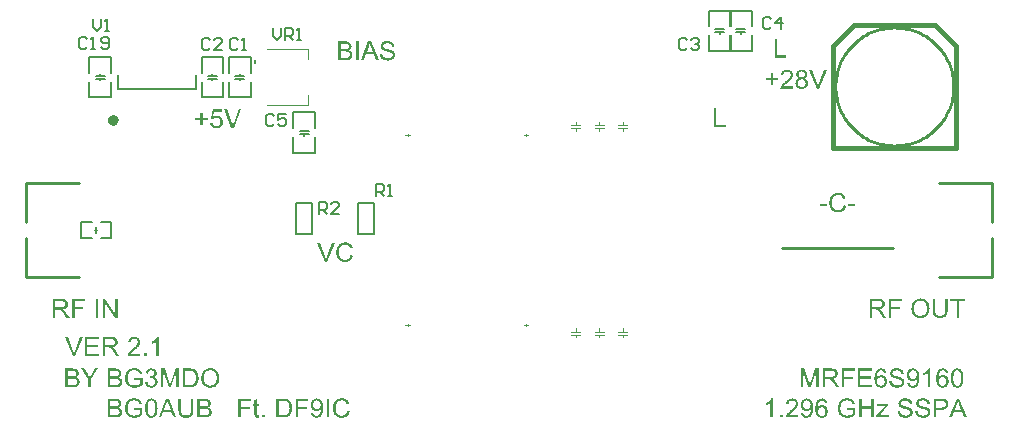
<source format=gto>
G04*
G04 #@! TF.GenerationSoftware,Altium Limited,Altium Designer,22.0.2 (36)*
G04*
G04 Layer_Color=65535*
%FSLAX25Y25*%
%MOIN*%
G70*
G04*
G04 #@! TF.SameCoordinates,04F3E7EA-1EC6-48BA-AAB6-D1FA50B40766*
G04*
G04*
G04 #@! TF.FilePolarity,Positive*
G04*
G01*
G75*
%ADD10C,0.01968*%
%ADD11C,0.00787*%
%ADD12C,0.01000*%
%ADD13C,0.00800*%
%ADD14C,0.00600*%
%ADD15C,0.00394*%
%ADD16C,0.01500*%
%ADD17C,0.00492*%
G36*
X30055Y42520D02*
X29190D01*
X25892Y47466D01*
Y42520D01*
X25090D01*
Y48824D01*
X25947D01*
X29254Y43868D01*
Y48824D01*
X30055D01*
Y42520D01*
D02*
G37*
G36*
X23624D02*
X22785D01*
Y48824D01*
X23624D01*
Y42520D01*
D02*
G37*
G36*
X19114Y48077D02*
X15689D01*
Y46127D01*
X18650D01*
Y45380D01*
X15689D01*
Y42520D01*
X14851D01*
Y48824D01*
X19114D01*
Y48077D01*
D02*
G37*
G36*
X11462Y48815D02*
X11544D01*
X11735Y48806D01*
X11936Y48778D01*
X12154Y48751D01*
X12354Y48705D01*
X12455Y48678D01*
X12537Y48651D01*
X12546D01*
X12555Y48642D01*
X12610Y48614D01*
X12692Y48578D01*
X12792Y48514D01*
X12901Y48432D01*
X13020Y48323D01*
X13129Y48195D01*
X13238Y48050D01*
Y48040D01*
X13247Y48031D01*
X13284Y47977D01*
X13320Y47886D01*
X13375Y47767D01*
X13420Y47630D01*
X13466Y47466D01*
X13493Y47293D01*
X13502Y47102D01*
Y47093D01*
Y47075D01*
Y47038D01*
X13493Y46993D01*
Y46929D01*
X13484Y46865D01*
X13448Y46710D01*
X13393Y46528D01*
X13320Y46337D01*
X13211Y46145D01*
X13138Y46054D01*
X13065Y45963D01*
X13056Y45954D01*
X13047Y45945D01*
X13020Y45918D01*
X12983Y45890D01*
X12938Y45854D01*
X12883Y45818D01*
X12810Y45772D01*
X12737Y45717D01*
X12646Y45672D01*
X12546Y45626D01*
X12437Y45572D01*
X12318Y45526D01*
X12181Y45489D01*
X12045Y45444D01*
X11890Y45417D01*
X11726Y45389D01*
X11744Y45380D01*
X11781Y45362D01*
X11835Y45326D01*
X11908Y45289D01*
X12072Y45189D01*
X12154Y45125D01*
X12227Y45070D01*
X12245Y45052D01*
X12291Y45007D01*
X12364Y44934D01*
X12455Y44843D01*
X12555Y44715D01*
X12673Y44578D01*
X12792Y44415D01*
X12919Y44232D01*
X14003Y42520D01*
X12965D01*
X12136Y43832D01*
Y43841D01*
X12118Y43859D01*
X12100Y43886D01*
X12072Y43923D01*
X12008Y44023D01*
X11926Y44150D01*
X11826Y44287D01*
X11726Y44433D01*
X11626Y44569D01*
X11535Y44697D01*
X11525Y44706D01*
X11498Y44743D01*
X11453Y44797D01*
X11389Y44861D01*
X11252Y44998D01*
X11179Y45061D01*
X11107Y45116D01*
X11097Y45125D01*
X11079Y45134D01*
X11043Y45153D01*
X10988Y45180D01*
X10933Y45207D01*
X10870Y45235D01*
X10724Y45280D01*
X10715D01*
X10696Y45289D01*
X10660D01*
X10615Y45298D01*
X10551Y45307D01*
X10478D01*
X10378Y45316D01*
X9303D01*
Y42520D01*
X8465D01*
Y48824D01*
X11389D01*
X11462Y48815D01*
D02*
G37*
G36*
X15914Y29921D02*
X15040D01*
X12598Y36225D01*
X13509D01*
X15149Y31643D01*
Y31634D01*
X15158Y31616D01*
X15167Y31588D01*
X15186Y31552D01*
X15195Y31497D01*
X15213Y31443D01*
X15258Y31306D01*
X15313Y31151D01*
X15368Y30978D01*
X15477Y30614D01*
Y30623D01*
X15486Y30641D01*
X15495Y30668D01*
X15505Y30705D01*
X15532Y30805D01*
X15577Y30942D01*
X15623Y31096D01*
X15678Y31269D01*
X15741Y31452D01*
X15814Y31643D01*
X17527Y36225D01*
X18374D01*
X15914Y29921D01*
D02*
G37*
G36*
X43764Y29921D02*
X42989D01*
Y34850D01*
X42980Y34841D01*
X42935Y34804D01*
X42880Y34750D01*
X42789Y34686D01*
X42689Y34604D01*
X42561Y34513D01*
X42415Y34413D01*
X42252Y34312D01*
X42242D01*
X42233Y34303D01*
X42179Y34267D01*
X42088Y34221D01*
X41978Y34166D01*
X41851Y34103D01*
X41714Y34039D01*
X41577Y33975D01*
X41441Y33920D01*
Y34668D01*
X41450D01*
X41468Y34686D01*
X41504Y34695D01*
X41550Y34722D01*
X41605Y34750D01*
X41668Y34786D01*
X41823Y34877D01*
X42006Y34977D01*
X42188Y35105D01*
X42379Y35251D01*
X42570Y35405D01*
X42579Y35415D01*
X42588Y35424D01*
X42616Y35451D01*
X42652Y35478D01*
X42734Y35570D01*
X42844Y35679D01*
X42953Y35806D01*
X43071Y35952D01*
X43172Y36098D01*
X43263Y36253D01*
X43764D01*
Y29921D01*
D02*
G37*
G36*
X39719Y29921D02*
X38835D01*
Y30805D01*
X39719D01*
Y29921D01*
D02*
G37*
G36*
X35738Y36244D02*
X35811Y36235D01*
X35902Y36225D01*
X36002Y36207D01*
X36102Y36189D01*
X36339Y36125D01*
X36576Y36034D01*
X36694Y35979D01*
X36813Y35916D01*
X36922Y35834D01*
X37022Y35743D01*
X37031Y35733D01*
X37050Y35724D01*
X37068Y35688D01*
X37104Y35651D01*
X37150Y35606D01*
X37195Y35542D01*
X37241Y35478D01*
X37296Y35396D01*
X37387Y35223D01*
X37478Y35005D01*
X37514Y34895D01*
X37532Y34768D01*
X37551Y34640D01*
X37560Y34504D01*
Y34485D01*
Y34440D01*
X37551Y34367D01*
X37542Y34267D01*
X37523Y34157D01*
X37487Y34030D01*
X37451Y33893D01*
X37396Y33757D01*
X37387Y33738D01*
X37369Y33693D01*
X37332Y33620D01*
X37277Y33520D01*
X37205Y33410D01*
X37113Y33274D01*
X37004Y33137D01*
X36877Y32982D01*
X36858Y32964D01*
X36813Y32909D01*
X36767Y32864D01*
X36722Y32818D01*
X36667Y32764D01*
X36594Y32691D01*
X36521Y32618D01*
X36430Y32536D01*
X36339Y32445D01*
X36230Y32344D01*
X36111Y32244D01*
X35984Y32126D01*
X35838Y32007D01*
X35692Y31880D01*
X35683Y31871D01*
X35665Y31853D01*
X35629Y31825D01*
X35583Y31789D01*
X35528Y31734D01*
X35465Y31679D01*
X35319Y31561D01*
X35164Y31424D01*
X35018Y31288D01*
X34891Y31169D01*
X34836Y31124D01*
X34790Y31078D01*
X34781Y31069D01*
X34754Y31042D01*
X34718Y31005D01*
X34672Y30951D01*
X34626Y30887D01*
X34572Y30823D01*
X34462Y30668D01*
X37569D01*
Y29921D01*
X33387D01*
Y29930D01*
Y29967D01*
Y30022D01*
X33397Y30094D01*
X33406Y30176D01*
X33424Y30267D01*
X33442Y30358D01*
X33479Y30459D01*
Y30468D01*
X33488Y30477D01*
X33506Y30532D01*
X33542Y30614D01*
X33597Y30723D01*
X33670Y30850D01*
X33761Y30996D01*
X33861Y31142D01*
X33989Y31297D01*
Y31306D01*
X34007Y31315D01*
X34053Y31370D01*
X34135Y31452D01*
X34253Y31570D01*
X34389Y31707D01*
X34563Y31871D01*
X34772Y32053D01*
X35000Y32244D01*
X35009Y32253D01*
X35045Y32281D01*
X35100Y32326D01*
X35164Y32381D01*
X35246Y32454D01*
X35346Y32536D01*
X35446Y32627D01*
X35565Y32727D01*
X35792Y32946D01*
X36020Y33164D01*
X36130Y33274D01*
X36230Y33383D01*
X36321Y33483D01*
X36394Y33584D01*
Y33593D01*
X36412Y33602D01*
X36430Y33629D01*
X36448Y33665D01*
X36512Y33766D01*
X36585Y33884D01*
X36649Y34030D01*
X36713Y34185D01*
X36749Y34358D01*
X36767Y34522D01*
Y34531D01*
Y34540D01*
X36758Y34595D01*
X36749Y34686D01*
X36722Y34786D01*
X36685Y34914D01*
X36621Y35041D01*
X36540Y35169D01*
X36430Y35296D01*
X36412Y35314D01*
X36366Y35351D01*
X36303Y35396D01*
X36202Y35460D01*
X36075Y35515D01*
X35929Y35570D01*
X35756Y35606D01*
X35565Y35615D01*
X35510D01*
X35474Y35606D01*
X35364Y35597D01*
X35237Y35570D01*
X35100Y35533D01*
X34945Y35469D01*
X34800Y35387D01*
X34663Y35278D01*
X34645Y35260D01*
X34608Y35214D01*
X34554Y35141D01*
X34499Y35032D01*
X34435Y34904D01*
X34380Y34740D01*
X34344Y34558D01*
X34326Y34349D01*
X33533Y34431D01*
Y34440D01*
X33542Y34467D01*
Y34513D01*
X33551Y34576D01*
X33570Y34649D01*
X33588Y34731D01*
X33615Y34832D01*
X33643Y34932D01*
X33715Y35150D01*
X33825Y35369D01*
X33889Y35478D01*
X33970Y35588D01*
X34053Y35688D01*
X34144Y35779D01*
X34153Y35788D01*
X34171Y35797D01*
X34198Y35824D01*
X34244Y35852D01*
X34298Y35888D01*
X34362Y35925D01*
X34435Y35970D01*
X34526Y36016D01*
X34626Y36061D01*
X34736Y36107D01*
X34854Y36143D01*
X34982Y36180D01*
X35118Y36207D01*
X35264Y36235D01*
X35419Y36244D01*
X35583Y36253D01*
X35674D01*
X35738Y36244D01*
D02*
G37*
G36*
X28012Y36216D02*
X28095D01*
X28286Y36207D01*
X28486Y36180D01*
X28705Y36152D01*
X28905Y36107D01*
X29006Y36080D01*
X29087Y36052D01*
X29097D01*
X29106Y36043D01*
X29160Y36016D01*
X29242Y35979D01*
X29343Y35916D01*
X29452Y35834D01*
X29570Y35724D01*
X29680Y35597D01*
X29789Y35451D01*
Y35442D01*
X29798Y35433D01*
X29834Y35378D01*
X29871Y35287D01*
X29926Y35169D01*
X29971Y35032D01*
X30017Y34868D01*
X30044Y34695D01*
X30053Y34504D01*
Y34495D01*
Y34476D01*
Y34440D01*
X30044Y34394D01*
Y34330D01*
X30035Y34267D01*
X29998Y34112D01*
X29944Y33930D01*
X29871Y33738D01*
X29762Y33547D01*
X29689Y33456D01*
X29616Y33365D01*
X29607Y33356D01*
X29598Y33347D01*
X29570Y33319D01*
X29534Y33292D01*
X29488Y33255D01*
X29434Y33219D01*
X29361Y33173D01*
X29288Y33119D01*
X29197Y33073D01*
X29097Y33028D01*
X28987Y32973D01*
X28869Y32928D01*
X28732Y32891D01*
X28596Y32846D01*
X28441Y32818D01*
X28277Y32791D01*
X28295Y32782D01*
X28331Y32764D01*
X28386Y32727D01*
X28459Y32691D01*
X28623Y32590D01*
X28705Y32527D01*
X28778Y32472D01*
X28796Y32454D01*
X28842Y32408D01*
X28914Y32335D01*
X29006Y32244D01*
X29106Y32117D01*
X29224Y31980D01*
X29343Y31816D01*
X29470Y31634D01*
X30554Y29921D01*
X29516D01*
X28687Y31233D01*
Y31242D01*
X28668Y31260D01*
X28650Y31288D01*
X28623Y31324D01*
X28559Y31424D01*
X28477Y31552D01*
X28377Y31689D01*
X28277Y31834D01*
X28177Y31971D01*
X28085Y32098D01*
X28076Y32108D01*
X28049Y32144D01*
X28003Y32199D01*
X27940Y32263D01*
X27803Y32399D01*
X27730Y32463D01*
X27657Y32518D01*
X27648Y32527D01*
X27630Y32536D01*
X27593Y32554D01*
X27539Y32581D01*
X27484Y32609D01*
X27420Y32636D01*
X27275Y32682D01*
X27266D01*
X27247Y32691D01*
X27211D01*
X27165Y32700D01*
X27101Y32709D01*
X27029D01*
X26928Y32718D01*
X25853D01*
Y29921D01*
X25015D01*
Y36225D01*
X27940D01*
X28012Y36216D01*
D02*
G37*
G36*
X23704Y35478D02*
X19977D01*
Y33556D01*
X23467D01*
Y32809D01*
X19977D01*
Y30668D01*
X23849D01*
Y29921D01*
X19139D01*
Y36225D01*
X23704D01*
Y35478D01*
D02*
G37*
G36*
X35820Y25805D02*
X35893D01*
X36066Y25787D01*
X36257Y25759D01*
X36457Y25714D01*
X36676Y25659D01*
X36886Y25586D01*
X36895D01*
X36913Y25577D01*
X36940Y25568D01*
X36977Y25550D01*
X37077Y25495D01*
X37205Y25431D01*
X37341Y25340D01*
X37487Y25231D01*
X37624Y25113D01*
X37751Y24967D01*
X37769Y24949D01*
X37806Y24894D01*
X37860Y24812D01*
X37933Y24694D01*
X38006Y24548D01*
X38088Y24366D01*
X38170Y24165D01*
X38234Y23937D01*
X37478Y23737D01*
Y23746D01*
X37469Y23755D01*
X37460Y23783D01*
X37451Y23819D01*
X37423Y23901D01*
X37387Y24010D01*
X37332Y24138D01*
X37268Y24256D01*
X37205Y24384D01*
X37122Y24493D01*
X37113Y24502D01*
X37086Y24539D01*
X37031Y24584D01*
X36968Y24648D01*
X36886Y24721D01*
X36776Y24794D01*
X36658Y24867D01*
X36521Y24930D01*
X36503Y24939D01*
X36457Y24958D01*
X36375Y24985D01*
X36266Y25021D01*
X36139Y25049D01*
X35993Y25076D01*
X35829Y25094D01*
X35656Y25104D01*
X35556D01*
X35510Y25094D01*
X35455D01*
X35319Y25085D01*
X35164Y25058D01*
X34991Y25031D01*
X34827Y24985D01*
X34663Y24921D01*
X34645Y24912D01*
X34590Y24894D01*
X34517Y24848D01*
X34426Y24803D01*
X34317Y24730D01*
X34198Y24657D01*
X34089Y24566D01*
X33989Y24466D01*
X33980Y24457D01*
X33943Y24420D01*
X33898Y24356D01*
X33843Y24284D01*
X33779Y24193D01*
X33715Y24083D01*
X33652Y23965D01*
X33588Y23837D01*
Y23828D01*
X33579Y23810D01*
X33570Y23783D01*
X33551Y23737D01*
X33533Y23682D01*
X33515Y23619D01*
X33488Y23546D01*
X33469Y23464D01*
X33424Y23272D01*
X33387Y23054D01*
X33360Y22826D01*
X33351Y22571D01*
Y22562D01*
Y22535D01*
Y22489D01*
X33360Y22434D01*
Y22361D01*
X33369Y22270D01*
X33378Y22179D01*
X33387Y22079D01*
X33424Y21851D01*
X33469Y21614D01*
X33542Y21377D01*
X33633Y21150D01*
Y21141D01*
X33652Y21123D01*
X33661Y21095D01*
X33688Y21059D01*
X33752Y20958D01*
X33852Y20831D01*
X33970Y20694D01*
X34116Y20558D01*
X34289Y20430D01*
X34481Y20312D01*
X34490D01*
X34508Y20302D01*
X34535Y20284D01*
X34581Y20266D01*
X34626Y20248D01*
X34690Y20230D01*
X34836Y20175D01*
X35018Y20130D01*
X35219Y20084D01*
X35437Y20048D01*
X35665Y20038D01*
X35756D01*
X35811Y20048D01*
X35865D01*
X36002Y20066D01*
X36166Y20084D01*
X36339Y20120D01*
X36530Y20175D01*
X36722Y20239D01*
X36731D01*
X36749Y20248D01*
X36767Y20257D01*
X36804Y20275D01*
X36904Y20321D01*
X37013Y20375D01*
X37141Y20439D01*
X37277Y20512D01*
X37405Y20594D01*
X37514Y20685D01*
Y21869D01*
X35656D01*
Y22616D01*
X38334D01*
Y20275D01*
X38325Y20266D01*
X38307Y20257D01*
X38270Y20230D01*
X38225Y20193D01*
X38170Y20157D01*
X38106Y20111D01*
X38024Y20057D01*
X37942Y20002D01*
X37751Y19884D01*
X37532Y19756D01*
X37305Y19637D01*
X37059Y19537D01*
X37050D01*
X37031Y19528D01*
X36995Y19519D01*
X36950Y19501D01*
X36886Y19483D01*
X36813Y19455D01*
X36731Y19437D01*
X36649Y19419D01*
X36448Y19373D01*
X36221Y19328D01*
X35975Y19300D01*
X35720Y19291D01*
X35629D01*
X35565Y19300D01*
X35483D01*
X35383Y19310D01*
X35273Y19328D01*
X35155Y19337D01*
X34891Y19392D01*
X34608Y19455D01*
X34317Y19556D01*
X34171Y19610D01*
X34025Y19683D01*
X34016Y19692D01*
X33989Y19701D01*
X33952Y19729D01*
X33898Y19756D01*
X33834Y19802D01*
X33770Y19847D01*
X33597Y19975D01*
X33415Y20139D01*
X33224Y20339D01*
X33041Y20567D01*
X32877Y20831D01*
Y20840D01*
X32859Y20867D01*
X32841Y20904D01*
X32814Y20968D01*
X32786Y21031D01*
X32759Y21123D01*
X32722Y21214D01*
X32686Y21323D01*
X32649Y21441D01*
X32613Y21578D01*
X32586Y21715D01*
X32558Y21860D01*
X32513Y22179D01*
X32495Y22516D01*
Y22525D01*
Y22562D01*
Y22607D01*
X32504Y22671D01*
Y22753D01*
X32513Y22853D01*
X32531Y22954D01*
X32540Y23072D01*
X32568Y23200D01*
X32586Y23336D01*
X32659Y23628D01*
X32750Y23928D01*
X32877Y24229D01*
X32886Y24238D01*
X32895Y24265D01*
X32914Y24302D01*
X32950Y24356D01*
X32987Y24429D01*
X33032Y24502D01*
X33160Y24675D01*
X33315Y24876D01*
X33506Y25067D01*
X33724Y25258D01*
X33852Y25340D01*
X33980Y25422D01*
X33989Y25431D01*
X34016Y25441D01*
X34053Y25459D01*
X34107Y25486D01*
X34180Y25513D01*
X34262Y25550D01*
X34353Y25586D01*
X34462Y25623D01*
X34581Y25659D01*
X34708Y25687D01*
X34845Y25723D01*
X34991Y25750D01*
X35310Y25796D01*
X35474Y25814D01*
X35765D01*
X35820Y25805D01*
D02*
G37*
G36*
X41413Y25723D02*
X41532Y25705D01*
X41677Y25677D01*
X41842Y25632D01*
X42006Y25577D01*
X42169Y25504D01*
X42179D01*
X42188Y25495D01*
X42242Y25468D01*
X42324Y25413D01*
X42415Y25350D01*
X42525Y25258D01*
X42634Y25158D01*
X42743Y25040D01*
X42834Y24903D01*
X42844Y24885D01*
X42871Y24839D01*
X42907Y24757D01*
X42953Y24657D01*
X42998Y24539D01*
X43035Y24402D01*
X43062Y24247D01*
X43071Y24092D01*
Y24074D01*
Y24019D01*
X43062Y23946D01*
X43044Y23846D01*
X43017Y23728D01*
X42971Y23600D01*
X42917Y23473D01*
X42844Y23345D01*
X42834Y23327D01*
X42807Y23291D01*
X42753Y23227D01*
X42680Y23154D01*
X42588Y23072D01*
X42479Y22981D01*
X42352Y22899D01*
X42197Y22817D01*
X42206D01*
X42224Y22808D01*
X42252Y22799D01*
X42288Y22790D01*
X42388Y22753D01*
X42516Y22698D01*
X42661Y22626D01*
X42807Y22535D01*
X42944Y22416D01*
X43071Y22279D01*
X43080Y22261D01*
X43117Y22207D01*
X43172Y22115D01*
X43226Y21997D01*
X43281Y21851D01*
X43336Y21678D01*
X43372Y21478D01*
X43381Y21259D01*
Y21250D01*
Y21223D01*
Y21177D01*
X43372Y21123D01*
X43363Y21050D01*
X43345Y20968D01*
X43326Y20877D01*
X43308Y20776D01*
X43235Y20558D01*
X43181Y20439D01*
X43126Y20330D01*
X43053Y20211D01*
X42971Y20093D01*
X42880Y19975D01*
X42771Y19865D01*
X42762Y19856D01*
X42743Y19838D01*
X42707Y19811D01*
X42661Y19774D01*
X42607Y19729D01*
X42534Y19683D01*
X42452Y19628D01*
X42352Y19583D01*
X42252Y19528D01*
X42133Y19474D01*
X42015Y19428D01*
X41878Y19382D01*
X41732Y19346D01*
X41577Y19319D01*
X41423Y19300D01*
X41249Y19291D01*
X41167D01*
X41113Y19300D01*
X41040Y19310D01*
X40958Y19319D01*
X40867Y19337D01*
X40767Y19355D01*
X40548Y19410D01*
X40320Y19501D01*
X40202Y19556D01*
X40092Y19619D01*
X39983Y19701D01*
X39874Y19783D01*
X39865Y19792D01*
X39846Y19811D01*
X39819Y19838D01*
X39792Y19874D01*
X39746Y19920D01*
X39701Y19984D01*
X39646Y20048D01*
X39591Y20130D01*
X39537Y20221D01*
X39482Y20312D01*
X39382Y20530D01*
X39300Y20785D01*
X39272Y20922D01*
X39254Y21068D01*
X40029Y21168D01*
Y21159D01*
X40038Y21141D01*
X40047Y21104D01*
X40056Y21059D01*
X40065Y21004D01*
X40083Y20940D01*
X40129Y20804D01*
X40193Y20640D01*
X40275Y20485D01*
X40366Y20339D01*
X40475Y20211D01*
X40493Y20202D01*
X40530Y20166D01*
X40603Y20120D01*
X40694Y20075D01*
X40803Y20020D01*
X40940Y19975D01*
X41094Y19938D01*
X41258Y19929D01*
X41313D01*
X41350Y19938D01*
X41450Y19947D01*
X41577Y19975D01*
X41723Y20020D01*
X41878Y20084D01*
X42033Y20175D01*
X42179Y20302D01*
X42197Y20321D01*
X42242Y20375D01*
X42297Y20457D01*
X42370Y20567D01*
X42443Y20703D01*
X42497Y20858D01*
X42543Y21041D01*
X42561Y21241D01*
Y21250D01*
Y21268D01*
Y21295D01*
X42552Y21332D01*
X42543Y21432D01*
X42516Y21551D01*
X42479Y21696D01*
X42415Y21842D01*
X42324Y21988D01*
X42206Y22125D01*
X42188Y22143D01*
X42142Y22179D01*
X42069Y22234D01*
X41969Y22298D01*
X41842Y22361D01*
X41687Y22416D01*
X41514Y22453D01*
X41322Y22471D01*
X41240D01*
X41177Y22462D01*
X41094Y22453D01*
X41003Y22434D01*
X40894Y22416D01*
X40776Y22389D01*
X40867Y23072D01*
X40912D01*
X40949Y23063D01*
X41067D01*
X41167Y23081D01*
X41286Y23099D01*
X41423Y23127D01*
X41577Y23172D01*
X41723Y23236D01*
X41878Y23318D01*
X41887D01*
X41896Y23327D01*
X41942Y23363D01*
X42006Y23427D01*
X42078Y23509D01*
X42151Y23628D01*
X42215Y23764D01*
X42261Y23919D01*
X42279Y24010D01*
Y24111D01*
Y24120D01*
Y24129D01*
Y24183D01*
X42261Y24256D01*
X42242Y24356D01*
X42206Y24466D01*
X42160Y24584D01*
X42088Y24703D01*
X41987Y24812D01*
X41978Y24821D01*
X41933Y24858D01*
X41869Y24903D01*
X41787Y24958D01*
X41677Y25003D01*
X41550Y25049D01*
X41404Y25085D01*
X41240Y25094D01*
X41167D01*
X41085Y25076D01*
X40976Y25058D01*
X40858Y25021D01*
X40739Y24976D01*
X40612Y24903D01*
X40493Y24812D01*
X40484Y24803D01*
X40448Y24757D01*
X40393Y24694D01*
X40329Y24602D01*
X40266Y24484D01*
X40202Y24338D01*
X40147Y24165D01*
X40111Y23965D01*
X39336Y24101D01*
Y24111D01*
X39345Y24138D01*
X39355Y24174D01*
X39364Y24229D01*
X39382Y24293D01*
X39409Y24366D01*
X39464Y24539D01*
X39555Y24739D01*
X39664Y24939D01*
X39801Y25131D01*
X39974Y25304D01*
X39983Y25313D01*
X40001Y25322D01*
X40029Y25340D01*
X40065Y25368D01*
X40111Y25404D01*
X40174Y25441D01*
X40238Y25477D01*
X40320Y25523D01*
X40502Y25596D01*
X40712Y25668D01*
X40958Y25714D01*
X41085Y25732D01*
X41313D01*
X41413Y25723D01*
D02*
G37*
G36*
X21116Y22070D02*
Y19401D01*
X20278D01*
Y22070D01*
X17846Y25705D01*
X18857D01*
X20096Y23792D01*
Y23783D01*
X20114Y23764D01*
X20132Y23737D01*
X20151Y23701D01*
X20187Y23655D01*
X20223Y23600D01*
X20305Y23464D01*
X20406Y23300D01*
X20515Y23118D01*
X20633Y22926D01*
X20743Y22726D01*
Y22735D01*
X20752Y22753D01*
X20770Y22781D01*
X20797Y22817D01*
X20825Y22862D01*
X20861Y22917D01*
X20943Y23054D01*
X21043Y23218D01*
X21162Y23409D01*
X21298Y23619D01*
X21444Y23846D01*
X22656Y25705D01*
X23631D01*
X21116Y22070D01*
D02*
G37*
G36*
X50450Y19401D02*
X49649D01*
Y24675D01*
X47809Y19401D01*
X47061D01*
X45240Y24767D01*
Y19401D01*
X44438D01*
Y25705D01*
X45686D01*
X47180Y21232D01*
Y21223D01*
X47189Y21204D01*
X47198Y21177D01*
X47216Y21132D01*
X47253Y21022D01*
X47298Y20886D01*
X47344Y20731D01*
X47399Y20576D01*
X47444Y20430D01*
X47481Y20302D01*
X47490Y20321D01*
X47499Y20366D01*
X47526Y20448D01*
X47563Y20558D01*
X47608Y20703D01*
X47672Y20877D01*
X47736Y21077D01*
X47818Y21314D01*
X49330Y25705D01*
X50450D01*
Y19401D01*
D02*
G37*
G36*
X54395Y25696D02*
X54577Y25687D01*
X54760Y25668D01*
X54942Y25641D01*
X55097Y25614D01*
X55106D01*
X55124Y25605D01*
X55151D01*
X55188Y25586D01*
X55288Y25559D01*
X55415Y25513D01*
X55561Y25450D01*
X55716Y25368D01*
X55871Y25277D01*
X56017Y25158D01*
X56026Y25149D01*
X56035Y25140D01*
X56062Y25113D01*
X56099Y25085D01*
X56190Y24994D01*
X56299Y24867D01*
X56418Y24712D01*
X56545Y24530D01*
X56664Y24320D01*
X56764Y24083D01*
Y24074D01*
X56773Y24056D01*
X56791Y24019D01*
X56800Y23965D01*
X56827Y23901D01*
X56846Y23828D01*
X56864Y23746D01*
X56891Y23646D01*
X56919Y23546D01*
X56937Y23427D01*
X56982Y23172D01*
X57010Y22890D01*
X57019Y22580D01*
Y22571D01*
Y22553D01*
Y22507D01*
Y22462D01*
X57010Y22398D01*
Y22325D01*
X57001Y22152D01*
X56973Y21951D01*
X56946Y21742D01*
X56900Y21523D01*
X56846Y21305D01*
Y21295D01*
X56837Y21277D01*
X56827Y21250D01*
X56818Y21214D01*
X56782Y21113D01*
X56727Y20986D01*
X56673Y20840D01*
X56600Y20694D01*
X56509Y20539D01*
X56418Y20394D01*
X56408Y20375D01*
X56372Y20330D01*
X56317Y20266D01*
X56244Y20184D01*
X56162Y20093D01*
X56062Y20002D01*
X55962Y19902D01*
X55844Y19820D01*
X55825Y19811D01*
X55789Y19783D01*
X55725Y19747D01*
X55634Y19701D01*
X55525Y19647D01*
X55397Y19601D01*
X55251Y19546D01*
X55088Y19501D01*
X55069D01*
X55042Y19492D01*
X55015Y19483D01*
X54923Y19474D01*
X54796Y19455D01*
X54650Y19437D01*
X54477Y19419D01*
X54286Y19410D01*
X54076Y19401D01*
X51808D01*
Y25705D01*
X54231D01*
X54395Y25696D01*
D02*
G37*
G36*
X29343D02*
X29416D01*
X29579Y25677D01*
X29762Y25659D01*
X29953Y25623D01*
X30144Y25577D01*
X30317Y25513D01*
X30327D01*
X30336Y25504D01*
X30390Y25477D01*
X30472Y25431D01*
X30563Y25368D01*
X30673Y25286D01*
X30791Y25185D01*
X30900Y25058D01*
X31001Y24921D01*
X31010Y24903D01*
X31037Y24848D01*
X31083Y24776D01*
X31128Y24666D01*
X31174Y24539D01*
X31219Y24402D01*
X31247Y24247D01*
X31256Y24092D01*
Y24074D01*
Y24028D01*
X31247Y23946D01*
X31228Y23846D01*
X31201Y23728D01*
X31155Y23600D01*
X31101Y23473D01*
X31028Y23336D01*
X31019Y23318D01*
X30992Y23281D01*
X30937Y23209D01*
X30864Y23136D01*
X30773Y23045D01*
X30663Y22944D01*
X30527Y22853D01*
X30372Y22762D01*
X30381D01*
X30399Y22753D01*
X30427Y22744D01*
X30463Y22726D01*
X30572Y22689D01*
X30700Y22626D01*
X30837Y22544D01*
X30992Y22443D01*
X31128Y22325D01*
X31256Y22179D01*
X31265Y22161D01*
X31301Y22106D01*
X31356Y22024D01*
X31411Y21915D01*
X31465Y21769D01*
X31520Y21614D01*
X31556Y21432D01*
X31565Y21232D01*
Y21223D01*
Y21214D01*
Y21159D01*
X31556Y21068D01*
X31538Y20958D01*
X31520Y20831D01*
X31483Y20694D01*
X31438Y20549D01*
X31374Y20403D01*
X31365Y20384D01*
X31338Y20339D01*
X31301Y20275D01*
X31247Y20184D01*
X31174Y20093D01*
X31101Y19993D01*
X31010Y19893D01*
X30909Y19811D01*
X30900Y19802D01*
X30864Y19774D01*
X30800Y19738D01*
X30718Y19701D01*
X30618Y19647D01*
X30500Y19592D01*
X30372Y19546D01*
X30217Y19501D01*
X30199D01*
X30144Y19483D01*
X30053Y19474D01*
X29935Y19455D01*
X29789Y19437D01*
X29616Y19419D01*
X29425Y19410D01*
X29206Y19401D01*
X26801D01*
Y25705D01*
X29279D01*
X29343Y25696D01*
D02*
G37*
G36*
X15140D02*
X15213D01*
X15377Y25677D01*
X15559Y25659D01*
X15751Y25623D01*
X15942Y25577D01*
X16115Y25513D01*
X16124D01*
X16133Y25504D01*
X16188Y25477D01*
X16270Y25431D01*
X16361Y25368D01*
X16470Y25286D01*
X16589Y25185D01*
X16698Y25058D01*
X16798Y24921D01*
X16807Y24903D01*
X16835Y24848D01*
X16880Y24776D01*
X16926Y24666D01*
X16971Y24539D01*
X17017Y24402D01*
X17044Y24247D01*
X17053Y24092D01*
Y24074D01*
Y24028D01*
X17044Y23946D01*
X17026Y23846D01*
X16999Y23728D01*
X16953Y23600D01*
X16898Y23473D01*
X16826Y23336D01*
X16816Y23318D01*
X16789Y23281D01*
X16734Y23209D01*
X16661Y23136D01*
X16570Y23045D01*
X16461Y22944D01*
X16324Y22853D01*
X16170Y22762D01*
X16179D01*
X16197Y22753D01*
X16224Y22744D01*
X16261Y22726D01*
X16370Y22689D01*
X16498Y22626D01*
X16634Y22544D01*
X16789Y22443D01*
X16926Y22325D01*
X17053Y22179D01*
X17062Y22161D01*
X17099Y22106D01*
X17153Y22024D01*
X17208Y21915D01*
X17263Y21769D01*
X17317Y21614D01*
X17354Y21432D01*
X17363Y21232D01*
Y21223D01*
Y21214D01*
Y21159D01*
X17354Y21068D01*
X17336Y20958D01*
X17317Y20831D01*
X17281Y20694D01*
X17235Y20549D01*
X17172Y20403D01*
X17163Y20384D01*
X17135Y20339D01*
X17099Y20275D01*
X17044Y20184D01*
X16971Y20093D01*
X16898Y19993D01*
X16807Y19893D01*
X16707Y19811D01*
X16698Y19802D01*
X16661Y19774D01*
X16598Y19738D01*
X16516Y19701D01*
X16416Y19647D01*
X16297Y19592D01*
X16170Y19546D01*
X16015Y19501D01*
X15996D01*
X15942Y19483D01*
X15851Y19474D01*
X15732Y19455D01*
X15586Y19437D01*
X15413Y19419D01*
X15222Y19410D01*
X15003Y19401D01*
X12598D01*
Y25705D01*
X15076D01*
X15140Y25696D01*
D02*
G37*
G36*
X61073Y25805D02*
X61155D01*
X61237Y25796D01*
X61346Y25778D01*
X61455Y25759D01*
X61692Y25714D01*
X61966Y25641D01*
X62230Y25532D01*
X62366Y25468D01*
X62503Y25395D01*
X62512Y25386D01*
X62530Y25377D01*
X62567Y25350D01*
X62621Y25322D01*
X62676Y25277D01*
X62749Y25222D01*
X62904Y25094D01*
X63068Y24930D01*
X63250Y24730D01*
X63423Y24493D01*
X63569Y24229D01*
Y24220D01*
X63587Y24193D01*
X63605Y24156D01*
X63623Y24101D01*
X63660Y24028D01*
X63687Y23946D01*
X63724Y23846D01*
X63760Y23737D01*
X63788Y23619D01*
X63824Y23491D01*
X63860Y23345D01*
X63888Y23200D01*
X63924Y22881D01*
X63942Y22535D01*
Y22525D01*
Y22489D01*
Y22443D01*
X63933Y22370D01*
Y22288D01*
X63924Y22188D01*
X63906Y22079D01*
X63897Y21961D01*
X63851Y21696D01*
X63778Y21405D01*
X63678Y21113D01*
X63623Y20968D01*
X63551Y20822D01*
Y20813D01*
X63532Y20785D01*
X63514Y20749D01*
X63478Y20694D01*
X63441Y20630D01*
X63396Y20567D01*
X63268Y20394D01*
X63113Y20211D01*
X62931Y20020D01*
X62713Y19838D01*
X62457Y19674D01*
X62448D01*
X62430Y19656D01*
X62385Y19637D01*
X62330Y19610D01*
X62266Y19583D01*
X62193Y19556D01*
X62102Y19519D01*
X62002Y19483D01*
X61893Y19446D01*
X61774Y19410D01*
X61510Y19355D01*
X61228Y19310D01*
X60927Y19291D01*
X60836D01*
X60781Y19300D01*
X60699D01*
X60608Y19319D01*
X60508Y19328D01*
X60390Y19346D01*
X60144Y19401D01*
X59879Y19474D01*
X59606Y19583D01*
X59469Y19647D01*
X59333Y19719D01*
X59324Y19729D01*
X59305Y19738D01*
X59269Y19765D01*
X59214Y19802D01*
X59160Y19838D01*
X59096Y19893D01*
X58941Y20029D01*
X58768Y20193D01*
X58586Y20394D01*
X58422Y20621D01*
X58267Y20886D01*
Y20895D01*
X58249Y20922D01*
X58230Y20958D01*
X58212Y21013D01*
X58185Y21086D01*
X58157Y21168D01*
X58121Y21259D01*
X58094Y21359D01*
X58057Y21478D01*
X58021Y21596D01*
X57966Y21869D01*
X57930Y22152D01*
X57912Y22462D01*
Y22471D01*
Y22480D01*
Y22535D01*
X57921Y22616D01*
Y22726D01*
X57939Y22853D01*
X57957Y23008D01*
X57984Y23181D01*
X58021Y23363D01*
X58057Y23555D01*
X58112Y23755D01*
X58185Y23956D01*
X58267Y24165D01*
X58358Y24366D01*
X58476Y24566D01*
X58604Y24748D01*
X58750Y24921D01*
X58759Y24930D01*
X58786Y24958D01*
X58841Y25003D01*
X58904Y25058D01*
X58987Y25131D01*
X59087Y25204D01*
X59205Y25286D01*
X59342Y25368D01*
X59488Y25450D01*
X59652Y25532D01*
X59834Y25605D01*
X60025Y25677D01*
X60235Y25732D01*
X60453Y25778D01*
X60681Y25805D01*
X60927Y25814D01*
X61009D01*
X61073Y25805D01*
D02*
G37*
G36*
X264984Y15684D02*
X265048D01*
X265121Y15675D01*
X265294Y15638D01*
X265486Y15593D01*
X265686Y15520D01*
X265886Y15410D01*
X265987Y15347D01*
X266078Y15274D01*
X266087Y15265D01*
X266096Y15256D01*
X266123Y15228D01*
X266150Y15201D01*
X266196Y15155D01*
X266232Y15101D01*
X266333Y14973D01*
X266433Y14809D01*
X266524Y14609D01*
X266606Y14381D01*
X266661Y14126D01*
X265886Y14062D01*
Y14071D01*
X265877Y14080D01*
X265868Y14135D01*
X265841Y14217D01*
X265804Y14317D01*
X265768Y14426D01*
X265713Y14536D01*
X265650Y14636D01*
X265586Y14718D01*
X265567Y14736D01*
X265531Y14773D01*
X265467Y14827D01*
X265376Y14891D01*
X265258Y14946D01*
X265130Y15000D01*
X264975Y15037D01*
X264811Y15055D01*
X264748D01*
X264675Y15046D01*
X264593Y15028D01*
X264483Y15000D01*
X264374Y14964D01*
X264265Y14918D01*
X264156Y14845D01*
X264137Y14836D01*
X264092Y14800D01*
X264028Y14736D01*
X263946Y14645D01*
X263855Y14536D01*
X263755Y14408D01*
X263664Y14244D01*
X263572Y14062D01*
Y14053D01*
X263563Y14035D01*
X263554Y14007D01*
X263536Y13971D01*
X263527Y13916D01*
X263509Y13852D01*
X263490Y13780D01*
X263472Y13689D01*
X263445Y13588D01*
X263427Y13479D01*
X263408Y13361D01*
X263399Y13233D01*
X263381Y13087D01*
X263372Y12942D01*
X263363Y12777D01*
Y12614D01*
X263372Y12623D01*
X263408Y12677D01*
X263472Y12750D01*
X263554Y12841D01*
X263645Y12951D01*
X263764Y13051D01*
X263891Y13151D01*
X264037Y13242D01*
X264046D01*
X264055Y13251D01*
X264110Y13279D01*
X264192Y13306D01*
X264301Y13352D01*
X264429Y13388D01*
X264575Y13415D01*
X264729Y13443D01*
X264893Y13452D01*
X264966D01*
X265021Y13443D01*
X265094Y13433D01*
X265167Y13424D01*
X265258Y13406D01*
X265349Y13379D01*
X265558Y13315D01*
X265668Y13270D01*
X265777Y13206D01*
X265886Y13142D01*
X266005Y13069D01*
X266114Y12978D01*
X266214Y12878D01*
X266223Y12869D01*
X266242Y12850D01*
X266269Y12823D01*
X266296Y12777D01*
X266342Y12714D01*
X266387Y12650D01*
X266433Y12568D01*
X266488Y12477D01*
X266542Y12377D01*
X266588Y12267D01*
X266633Y12140D01*
X266679Y12012D01*
X266706Y11876D01*
X266734Y11721D01*
X266752Y11566D01*
X266761Y11402D01*
Y11393D01*
Y11375D01*
Y11347D01*
Y11302D01*
X266752Y11247D01*
Y11192D01*
X266724Y11047D01*
X266697Y10874D01*
X266652Y10691D01*
X266588Y10491D01*
X266497Y10300D01*
Y10290D01*
X266488Y10281D01*
X266469Y10254D01*
X266451Y10218D01*
X266396Y10126D01*
X266315Y10008D01*
X266214Y9881D01*
X266096Y9753D01*
X265950Y9625D01*
X265795Y9516D01*
X265786D01*
X265777Y9507D01*
X265750Y9489D01*
X265713Y9480D01*
X265622Y9434D01*
X265504Y9389D01*
X265349Y9334D01*
X265176Y9297D01*
X264984Y9261D01*
X264775Y9252D01*
X264729D01*
X264684Y9261D01*
X264611D01*
X264529Y9270D01*
X264438Y9288D01*
X264329Y9316D01*
X264219Y9343D01*
X264092Y9380D01*
X263964Y9425D01*
X263837Y9480D01*
X263700Y9553D01*
X263572Y9635D01*
X263445Y9726D01*
X263317Y9835D01*
X263199Y9963D01*
X263190Y9972D01*
X263172Y9999D01*
X263144Y10035D01*
X263108Y10099D01*
X263053Y10181D01*
X263008Y10272D01*
X262953Y10391D01*
X262898Y10518D01*
X262835Y10673D01*
X262780Y10846D01*
X262734Y11038D01*
X262689Y11247D01*
X262643Y11484D01*
X262616Y11739D01*
X262598Y12012D01*
X262589Y12304D01*
Y12313D01*
Y12322D01*
Y12349D01*
Y12386D01*
X262598Y12477D01*
Y12604D01*
X262607Y12750D01*
X262625Y12923D01*
X262643Y13115D01*
X262670Y13324D01*
X262707Y13534D01*
X262753Y13761D01*
X262807Y13980D01*
X262871Y14199D01*
X262953Y14408D01*
X263044Y14609D01*
X263144Y14800D01*
X263263Y14964D01*
X263272Y14973D01*
X263290Y14991D01*
X263326Y15028D01*
X263372Y15082D01*
X263427Y15137D01*
X263499Y15192D01*
X263591Y15265D01*
X263682Y15328D01*
X263791Y15392D01*
X263910Y15465D01*
X264046Y15520D01*
X264183Y15583D01*
X264338Y15629D01*
X264502Y15665D01*
X264675Y15684D01*
X264857Y15693D01*
X264930D01*
X264984Y15684D01*
D02*
G37*
G36*
X298591Y15766D02*
X298655D01*
X298828Y15747D01*
X299019Y15720D01*
X299220Y15675D01*
X299439Y15620D01*
X299639Y15547D01*
X299648D01*
X299666Y15538D01*
X299694Y15520D01*
X299730Y15501D01*
X299821Y15456D01*
X299939Y15374D01*
X300076Y15283D01*
X300213Y15164D01*
X300340Y15028D01*
X300459Y14873D01*
Y14864D01*
X300468Y14855D01*
X300486Y14827D01*
X300504Y14800D01*
X300550Y14709D01*
X300605Y14590D01*
X300668Y14445D01*
X300714Y14272D01*
X300759Y14089D01*
X300778Y13889D01*
X299976Y13825D01*
Y13834D01*
Y13852D01*
X299967Y13880D01*
X299958Y13925D01*
X299930Y14026D01*
X299894Y14162D01*
X299839Y14308D01*
X299757Y14454D01*
X299657Y14590D01*
X299530Y14718D01*
X299511Y14727D01*
X299466Y14763D01*
X299375Y14818D01*
X299256Y14873D01*
X299101Y14928D01*
X298919Y14982D01*
X298692Y15019D01*
X298436Y15028D01*
X298309D01*
X298254Y15019D01*
X298181Y15010D01*
X298017Y14991D01*
X297835Y14955D01*
X297653Y14909D01*
X297480Y14836D01*
X297407Y14791D01*
X297334Y14745D01*
X297316Y14736D01*
X297279Y14700D01*
X297225Y14636D01*
X297170Y14563D01*
X297106Y14463D01*
X297052Y14354D01*
X297015Y14226D01*
X296997Y14080D01*
Y14062D01*
Y14026D01*
X297006Y13962D01*
X297024Y13889D01*
X297052Y13798D01*
X297097Y13707D01*
X297152Y13616D01*
X297234Y13525D01*
X297243Y13516D01*
X297288Y13488D01*
X297325Y13461D01*
X297361Y13443D01*
X297416Y13415D01*
X297480Y13379D01*
X297562Y13352D01*
X297653Y13315D01*
X297753Y13279D01*
X297872Y13233D01*
X297999Y13197D01*
X298145Y13151D01*
X298309Y13115D01*
X298491Y13069D01*
X298500D01*
X298537Y13060D01*
X298591Y13051D01*
X298655Y13033D01*
X298737Y13014D01*
X298837Y12987D01*
X298937Y12960D01*
X299047Y12932D01*
X299284Y12869D01*
X299511Y12805D01*
X299621Y12768D01*
X299721Y12732D01*
X299812Y12705D01*
X299885Y12668D01*
X299894D01*
X299912Y12659D01*
X299939Y12641D01*
X299976Y12623D01*
X300076Y12568D01*
X300195Y12495D01*
X300331Y12395D01*
X300468Y12286D01*
X300595Y12158D01*
X300705Y12021D01*
X300714Y12003D01*
X300750Y11958D01*
X300787Y11876D01*
X300841Y11766D01*
X300887Y11639D01*
X300933Y11484D01*
X300960Y11311D01*
X300969Y11129D01*
Y11119D01*
Y11110D01*
Y11083D01*
Y11047D01*
X300951Y10946D01*
X300933Y10819D01*
X300896Y10673D01*
X300851Y10518D01*
X300778Y10354D01*
X300677Y10181D01*
Y10172D01*
X300668Y10163D01*
X300623Y10108D01*
X300559Y10026D01*
X300468Y9935D01*
X300349Y9826D01*
X300204Y9708D01*
X300040Y9598D01*
X299848Y9498D01*
X299839D01*
X299821Y9489D01*
X299794Y9480D01*
X299757Y9461D01*
X299703Y9443D01*
X299639Y9416D01*
X299493Y9380D01*
X299320Y9334D01*
X299111Y9288D01*
X298883Y9261D01*
X298637Y9252D01*
X298491D01*
X298418Y9261D01*
X298336D01*
X298245Y9270D01*
X298136Y9279D01*
X297908Y9316D01*
X297671Y9352D01*
X297434Y9416D01*
X297206Y9498D01*
X297197D01*
X297179Y9507D01*
X297152Y9525D01*
X297115Y9544D01*
X297006Y9598D01*
X296879Y9680D01*
X296733Y9789D01*
X296578Y9917D01*
X296432Y10072D01*
X296295Y10245D01*
Y10254D01*
X296277Y10272D01*
X296268Y10300D01*
X296241Y10336D01*
X296223Y10382D01*
X296195Y10436D01*
X296132Y10573D01*
X296068Y10746D01*
X296013Y10937D01*
X295977Y11156D01*
X295958Y11384D01*
X296742Y11457D01*
Y11447D01*
Y11438D01*
X296751Y11411D01*
Y11375D01*
X296769Y11293D01*
X296797Y11174D01*
X296833Y11056D01*
X296869Y10919D01*
X296933Y10792D01*
X296997Y10673D01*
X297006Y10664D01*
X297033Y10628D01*
X297079Y10564D01*
X297152Y10500D01*
X297243Y10418D01*
X297343Y10336D01*
X297480Y10254D01*
X297626Y10181D01*
X297635D01*
X297644Y10172D01*
X297671Y10163D01*
X297698Y10154D01*
X297790Y10126D01*
X297908Y10090D01*
X298054Y10054D01*
X298218Y10026D01*
X298400Y10008D01*
X298600Y9999D01*
X298682D01*
X298774Y10008D01*
X298883Y10017D01*
X299010Y10035D01*
X299156Y10054D01*
X299302Y10090D01*
X299439Y10136D01*
X299457Y10145D01*
X299502Y10163D01*
X299566Y10199D01*
X299648Y10236D01*
X299730Y10300D01*
X299821Y10363D01*
X299912Y10436D01*
X299985Y10527D01*
X299994Y10537D01*
X300012Y10573D01*
X300040Y10618D01*
X300076Y10691D01*
X300113Y10764D01*
X300140Y10855D01*
X300158Y10955D01*
X300167Y11065D01*
Y11074D01*
Y11119D01*
X300158Y11174D01*
X300149Y11247D01*
X300122Y11320D01*
X300094Y11411D01*
X300049Y11502D01*
X299985Y11584D01*
X299976Y11593D01*
X299949Y11621D01*
X299912Y11657D01*
X299848Y11712D01*
X299776Y11766D01*
X299675Y11830D01*
X299557Y11894D01*
X299420Y11948D01*
X299411Y11958D01*
X299366Y11967D01*
X299293Y11994D01*
X299247Y12003D01*
X299183Y12021D01*
X299120Y12049D01*
X299038Y12067D01*
X298946Y12094D01*
X298837Y12122D01*
X298728Y12149D01*
X298600Y12185D01*
X298455Y12222D01*
X298300Y12258D01*
X298291D01*
X298263Y12267D01*
X298218Y12276D01*
X298163Y12295D01*
X298090Y12313D01*
X298008Y12331D01*
X297826Y12386D01*
X297626Y12450D01*
X297416Y12513D01*
X297234Y12577D01*
X297152Y12614D01*
X297079Y12650D01*
X297070D01*
X297061Y12659D01*
X297006Y12696D01*
X296924Y12741D01*
X296833Y12814D01*
X296724Y12896D01*
X296614Y12996D01*
X296505Y13115D01*
X296414Y13242D01*
X296405Y13260D01*
X296377Y13306D01*
X296341Y13379D01*
X296305Y13470D01*
X296268Y13588D01*
X296232Y13725D01*
X296204Y13871D01*
X296195Y14026D01*
Y14035D01*
Y14044D01*
Y14071D01*
Y14108D01*
X296214Y14199D01*
X296232Y14317D01*
X296259Y14454D01*
X296305Y14609D01*
X296368Y14763D01*
X296460Y14918D01*
Y14928D01*
X296469Y14937D01*
X296514Y14991D01*
X296578Y15064D01*
X296660Y15155D01*
X296769Y15256D01*
X296906Y15365D01*
X297070Y15465D01*
X297252Y15556D01*
X297261D01*
X297279Y15565D01*
X297307Y15574D01*
X297343Y15593D01*
X297389Y15611D01*
X297452Y15629D01*
X297589Y15665D01*
X297762Y15702D01*
X297963Y15738D01*
X298172Y15766D01*
X298409Y15775D01*
X298528D01*
X298591Y15766D01*
D02*
G37*
G36*
X292715D02*
X292779D01*
X292952Y15747D01*
X293144Y15720D01*
X293344Y15675D01*
X293563Y15620D01*
X293763Y15547D01*
X293772D01*
X293790Y15538D01*
X293818Y15520D01*
X293854Y15501D01*
X293945Y15456D01*
X294064Y15374D01*
X294200Y15283D01*
X294337Y15164D01*
X294464Y15028D01*
X294583Y14873D01*
Y14864D01*
X294592Y14855D01*
X294610Y14827D01*
X294628Y14800D01*
X294674Y14709D01*
X294729Y14590D01*
X294792Y14445D01*
X294838Y14272D01*
X294883Y14089D01*
X294902Y13889D01*
X294100Y13825D01*
Y13834D01*
Y13852D01*
X294091Y13880D01*
X294082Y13925D01*
X294055Y14026D01*
X294018Y14162D01*
X293963Y14308D01*
X293881Y14454D01*
X293781Y14590D01*
X293654Y14718D01*
X293635Y14727D01*
X293590Y14763D01*
X293499Y14818D01*
X293380Y14873D01*
X293226Y14928D01*
X293043Y14982D01*
X292815Y15019D01*
X292560Y15028D01*
X292433D01*
X292378Y15019D01*
X292305Y15010D01*
X292141Y14991D01*
X291959Y14955D01*
X291777Y14909D01*
X291604Y14836D01*
X291531Y14791D01*
X291458Y14745D01*
X291440Y14736D01*
X291404Y14700D01*
X291349Y14636D01*
X291294Y14563D01*
X291230Y14463D01*
X291176Y14354D01*
X291139Y14226D01*
X291121Y14080D01*
Y14062D01*
Y14026D01*
X291130Y13962D01*
X291148Y13889D01*
X291176Y13798D01*
X291221Y13707D01*
X291276Y13616D01*
X291358Y13525D01*
X291367Y13516D01*
X291413Y13488D01*
X291449Y13461D01*
X291485Y13443D01*
X291540Y13415D01*
X291604Y13379D01*
X291686Y13352D01*
X291777Y13315D01*
X291877Y13279D01*
X291996Y13233D01*
X292123Y13197D01*
X292269Y13151D01*
X292433Y13115D01*
X292615Y13069D01*
X292624D01*
X292661Y13060D01*
X292715Y13051D01*
X292779Y13033D01*
X292861Y13014D01*
X292961Y12987D01*
X293061Y12960D01*
X293171Y12932D01*
X293408Y12869D01*
X293635Y12805D01*
X293745Y12768D01*
X293845Y12732D01*
X293936Y12705D01*
X294009Y12668D01*
X294018D01*
X294036Y12659D01*
X294064Y12641D01*
X294100Y12623D01*
X294200Y12568D01*
X294319Y12495D01*
X294455Y12395D01*
X294592Y12286D01*
X294720Y12158D01*
X294829Y12021D01*
X294838Y12003D01*
X294874Y11958D01*
X294911Y11876D01*
X294966Y11766D01*
X295011Y11639D01*
X295057Y11484D01*
X295084Y11311D01*
X295093Y11129D01*
Y11119D01*
Y11110D01*
Y11083D01*
Y11047D01*
X295075Y10946D01*
X295057Y10819D01*
X295020Y10673D01*
X294975Y10518D01*
X294902Y10354D01*
X294801Y10181D01*
Y10172D01*
X294792Y10163D01*
X294747Y10108D01*
X294683Y10026D01*
X294592Y9935D01*
X294474Y9826D01*
X294328Y9708D01*
X294164Y9598D01*
X293972Y9498D01*
X293963D01*
X293945Y9489D01*
X293918Y9480D01*
X293881Y9461D01*
X293827Y9443D01*
X293763Y9416D01*
X293617Y9380D01*
X293444Y9334D01*
X293235Y9288D01*
X293007Y9261D01*
X292761Y9252D01*
X292615D01*
X292542Y9261D01*
X292460D01*
X292369Y9270D01*
X292260Y9279D01*
X292032Y9316D01*
X291795Y9352D01*
X291558Y9416D01*
X291331Y9498D01*
X291321D01*
X291303Y9507D01*
X291276Y9525D01*
X291240Y9544D01*
X291130Y9598D01*
X291003Y9680D01*
X290857Y9789D01*
X290702Y9917D01*
X290556Y10072D01*
X290420Y10245D01*
Y10254D01*
X290401Y10272D01*
X290392Y10300D01*
X290365Y10336D01*
X290347Y10382D01*
X290319Y10436D01*
X290256Y10573D01*
X290192Y10746D01*
X290137Y10937D01*
X290101Y11156D01*
X290083Y11384D01*
X290866Y11457D01*
Y11447D01*
Y11438D01*
X290875Y11411D01*
Y11375D01*
X290893Y11293D01*
X290921Y11174D01*
X290957Y11056D01*
X290993Y10919D01*
X291057Y10792D01*
X291121Y10673D01*
X291130Y10664D01*
X291158Y10628D01*
X291203Y10564D01*
X291276Y10500D01*
X291367Y10418D01*
X291467Y10336D01*
X291604Y10254D01*
X291750Y10181D01*
X291759D01*
X291768Y10172D01*
X291795Y10163D01*
X291823Y10154D01*
X291914Y10126D01*
X292032Y10090D01*
X292178Y10054D01*
X292342Y10026D01*
X292524Y10008D01*
X292724Y9999D01*
X292806D01*
X292898Y10008D01*
X293007Y10017D01*
X293134Y10035D01*
X293280Y10054D01*
X293426Y10090D01*
X293563Y10136D01*
X293581Y10145D01*
X293626Y10163D01*
X293690Y10199D01*
X293772Y10236D01*
X293854Y10300D01*
X293945Y10363D01*
X294036Y10436D01*
X294109Y10527D01*
X294118Y10537D01*
X294137Y10573D01*
X294164Y10618D01*
X294200Y10691D01*
X294237Y10764D01*
X294264Y10855D01*
X294282Y10955D01*
X294291Y11065D01*
Y11074D01*
Y11119D01*
X294282Y11174D01*
X294273Y11247D01*
X294246Y11320D01*
X294218Y11411D01*
X294173Y11502D01*
X294109Y11584D01*
X294100Y11593D01*
X294073Y11621D01*
X294036Y11657D01*
X293972Y11712D01*
X293900Y11766D01*
X293799Y11830D01*
X293681Y11894D01*
X293544Y11948D01*
X293535Y11958D01*
X293490Y11967D01*
X293417Y11994D01*
X293371Y12003D01*
X293307Y12021D01*
X293244Y12049D01*
X293162Y12067D01*
X293071Y12094D01*
X292961Y12122D01*
X292852Y12149D01*
X292724Y12185D01*
X292579Y12222D01*
X292424Y12258D01*
X292415D01*
X292387Y12267D01*
X292342Y12276D01*
X292287Y12295D01*
X292214Y12313D01*
X292132Y12331D01*
X291950Y12386D01*
X291750Y12450D01*
X291540Y12513D01*
X291358Y12577D01*
X291276Y12614D01*
X291203Y12650D01*
X291194D01*
X291185Y12659D01*
X291130Y12696D01*
X291048Y12741D01*
X290957Y12814D01*
X290848Y12896D01*
X290738Y12996D01*
X290629Y13115D01*
X290538Y13242D01*
X290529Y13260D01*
X290502Y13306D01*
X290465Y13379D01*
X290429Y13470D01*
X290392Y13588D01*
X290356Y13725D01*
X290329Y13871D01*
X290319Y14026D01*
Y14035D01*
Y14044D01*
Y14071D01*
Y14108D01*
X290338Y14199D01*
X290356Y14317D01*
X290383Y14454D01*
X290429Y14609D01*
X290493Y14763D01*
X290584Y14918D01*
Y14928D01*
X290593Y14937D01*
X290638Y14991D01*
X290702Y15064D01*
X290784Y15155D01*
X290893Y15256D01*
X291030Y15365D01*
X291194Y15465D01*
X291376Y15556D01*
X291385D01*
X291404Y15565D01*
X291431Y15574D01*
X291467Y15593D01*
X291513Y15611D01*
X291577Y15629D01*
X291713Y15665D01*
X291886Y15702D01*
X292087Y15738D01*
X292296Y15766D01*
X292533Y15775D01*
X292652D01*
X292715Y15766D01*
D02*
G37*
G36*
X273402Y15766D02*
X273475D01*
X273648Y15747D01*
X273839Y15720D01*
X274040Y15675D01*
X274258Y15620D01*
X274468Y15547D01*
X274477D01*
X274495Y15538D01*
X274523Y15529D01*
X274559Y15510D01*
X274659Y15456D01*
X274787Y15392D01*
X274923Y15301D01*
X275069Y15192D01*
X275206Y15073D01*
X275333Y14928D01*
X275352Y14909D01*
X275388Y14855D01*
X275443Y14773D01*
X275516Y14654D01*
X275588Y14508D01*
X275671Y14326D01*
X275752Y14126D01*
X275816Y13898D01*
X275060Y13698D01*
Y13707D01*
X275051Y13716D01*
X275042Y13743D01*
X275033Y13780D01*
X275006Y13862D01*
X274969Y13971D01*
X274914Y14098D01*
X274851Y14217D01*
X274787Y14345D01*
X274705Y14454D01*
X274696Y14463D01*
X274668Y14499D01*
X274614Y14545D01*
X274550Y14609D01*
X274468Y14682D01*
X274359Y14754D01*
X274240Y14827D01*
X274104Y14891D01*
X274085Y14900D01*
X274040Y14918D01*
X273958Y14946D01*
X273849Y14982D01*
X273721Y15010D01*
X273575Y15037D01*
X273411Y15055D01*
X273238Y15064D01*
X273138D01*
X273092Y15055D01*
X273038D01*
X272901Y15046D01*
X272746Y15019D01*
X272573Y14991D01*
X272409Y14946D01*
X272245Y14882D01*
X272227Y14873D01*
X272172Y14855D01*
X272099Y14809D01*
X272008Y14763D01*
X271899Y14691D01*
X271780Y14618D01*
X271671Y14527D01*
X271571Y14426D01*
X271562Y14417D01*
X271525Y14381D01*
X271480Y14317D01*
X271425Y14244D01*
X271361Y14153D01*
X271298Y14044D01*
X271234Y13925D01*
X271170Y13798D01*
Y13789D01*
X271161Y13770D01*
X271152Y13743D01*
X271134Y13698D01*
X271115Y13643D01*
X271097Y13579D01*
X271070Y13506D01*
X271052Y13424D01*
X271006Y13233D01*
X270970Y13014D01*
X270942Y12787D01*
X270933Y12532D01*
Y12522D01*
Y12495D01*
Y12450D01*
X270942Y12395D01*
Y12322D01*
X270952Y12231D01*
X270961Y12140D01*
X270970Y12040D01*
X271006Y11812D01*
X271052Y11575D01*
X271125Y11338D01*
X271216Y11110D01*
Y11101D01*
X271234Y11083D01*
X271243Y11056D01*
X271270Y11019D01*
X271334Y10919D01*
X271434Y10792D01*
X271553Y10655D01*
X271698Y10518D01*
X271872Y10391D01*
X272063Y10272D01*
X272072D01*
X272090Y10263D01*
X272118Y10245D01*
X272163Y10227D01*
X272209Y10209D01*
X272272Y10190D01*
X272418Y10136D01*
X272600Y10090D01*
X272801Y10045D01*
X273020Y10008D01*
X273247Y9999D01*
X273338D01*
X273393Y10008D01*
X273448D01*
X273584Y10026D01*
X273748Y10045D01*
X273921Y10081D01*
X274113Y10136D01*
X274304Y10199D01*
X274313D01*
X274331Y10209D01*
X274349Y10218D01*
X274386Y10236D01*
X274486Y10281D01*
X274595Y10336D01*
X274723Y10400D01*
X274860Y10473D01*
X274987Y10555D01*
X275097Y10646D01*
Y11830D01*
X273238Y11830D01*
Y12577D01*
X275917Y12577D01*
Y10236D01*
X275907Y10227D01*
X275889Y10218D01*
X275853Y10190D01*
X275807Y10154D01*
X275752Y10117D01*
X275689Y10072D01*
X275607Y10017D01*
X275525Y9963D01*
X275333Y9844D01*
X275115Y9717D01*
X274887Y9598D01*
X274641Y9498D01*
X274632D01*
X274614Y9489D01*
X274577Y9480D01*
X274532Y9461D01*
X274468Y9443D01*
X274395Y9416D01*
X274313Y9398D01*
X274231Y9380D01*
X274031Y9334D01*
X273803Y9288D01*
X273557Y9261D01*
X273302Y9252D01*
X273211D01*
X273147Y9261D01*
X273065D01*
X272965Y9270D01*
X272855Y9288D01*
X272737Y9297D01*
X272473Y9352D01*
X272190Y9416D01*
X271899Y9516D01*
X271753Y9571D01*
X271607Y9644D01*
X271598Y9653D01*
X271571Y9662D01*
X271534Y9689D01*
X271480Y9717D01*
X271416Y9762D01*
X271352Y9808D01*
X271179Y9935D01*
X270997Y10099D01*
X270806Y10300D01*
X270623Y10527D01*
X270460Y10792D01*
Y10801D01*
X270441Y10828D01*
X270423Y10864D01*
X270396Y10928D01*
X270369Y10992D01*
X270341Y11083D01*
X270305Y11174D01*
X270268Y11283D01*
X270232Y11402D01*
X270195Y11539D01*
X270168Y11675D01*
X270141Y11821D01*
X270095Y12140D01*
X270077Y12477D01*
Y12486D01*
Y12522D01*
Y12568D01*
X270086Y12632D01*
Y12714D01*
X270095Y12814D01*
X270113Y12914D01*
X270123Y13033D01*
X270150Y13160D01*
X270168Y13297D01*
X270241Y13588D01*
X270332Y13889D01*
X270460Y14190D01*
X270469Y14199D01*
X270478Y14226D01*
X270496Y14263D01*
X270532Y14317D01*
X270569Y14390D01*
X270614Y14463D01*
X270742Y14636D01*
X270897Y14836D01*
X271088Y15028D01*
X271307Y15219D01*
X271434Y15301D01*
X271562Y15383D01*
X271571Y15392D01*
X271598Y15401D01*
X271635Y15419D01*
X271689Y15447D01*
X271762Y15474D01*
X271844Y15510D01*
X271935Y15547D01*
X272045Y15583D01*
X272163Y15620D01*
X272291Y15647D01*
X272427Y15684D01*
X272573Y15711D01*
X272892Y15756D01*
X273056Y15775D01*
X273347D01*
X273402Y15766D01*
D02*
G37*
G36*
X282111Y9361D02*
X281273D01*
Y12331D01*
X278012D01*
Y9361D01*
X277174D01*
Y15665D01*
X278012D01*
Y13078D01*
X281273D01*
Y15665D01*
X282111D01*
Y9361D01*
D02*
G37*
G36*
X259810Y15684D02*
X259856D01*
X259919Y15675D01*
X260074Y15647D01*
X260247Y15611D01*
X260439Y15547D01*
X260630Y15465D01*
X260821Y15356D01*
X260830D01*
X260839Y15337D01*
X260867Y15319D01*
X260903Y15292D01*
X260994Y15219D01*
X261113Y15119D01*
X261231Y14982D01*
X261368Y14818D01*
X261486Y14627D01*
X261596Y14408D01*
Y14399D01*
X261605Y14381D01*
X261623Y14345D01*
X261641Y14299D01*
X261659Y14235D01*
X261687Y14153D01*
X261705Y14062D01*
X261732Y13962D01*
X261759Y13843D01*
X261787Y13707D01*
X261805Y13561D01*
X261823Y13406D01*
X261842Y13233D01*
X261860Y13051D01*
X261869Y12850D01*
Y12641D01*
Y12632D01*
Y12586D01*
Y12522D01*
Y12440D01*
X261860Y12340D01*
Y12222D01*
X261851Y12085D01*
X261832Y11948D01*
X261805Y11639D01*
X261759Y11311D01*
X261696Y11001D01*
X261650Y10846D01*
X261605Y10710D01*
Y10701D01*
X261596Y10682D01*
X261577Y10646D01*
X261559Y10591D01*
X261532Y10537D01*
X261495Y10464D01*
X261404Y10309D01*
X261295Y10136D01*
X261167Y9953D01*
X261003Y9780D01*
X260821Y9625D01*
X260812D01*
X260794Y9607D01*
X260767Y9589D01*
X260730Y9571D01*
X260675Y9544D01*
X260621Y9507D01*
X260548Y9471D01*
X260475Y9443D01*
X260302Y9370D01*
X260092Y9307D01*
X259865Y9270D01*
X259610Y9252D01*
X259537D01*
X259491Y9261D01*
X259427D01*
X259354Y9270D01*
X259181Y9307D01*
X258990Y9352D01*
X258790Y9425D01*
X258589Y9525D01*
X258489Y9589D01*
X258398Y9662D01*
X258389Y9671D01*
X258380Y9680D01*
X258352Y9708D01*
X258325Y9735D01*
X258289Y9780D01*
X258243Y9835D01*
X258152Y9963D01*
X258061Y10126D01*
X257970Y10327D01*
X257897Y10555D01*
X257842Y10819D01*
X258589Y10883D01*
Y10874D01*
X258598Y10855D01*
Y10837D01*
X258608Y10801D01*
X258635Y10701D01*
X258671Y10591D01*
X258717Y10464D01*
X258781Y10336D01*
X258853Y10218D01*
X258945Y10117D01*
X258954Y10108D01*
X258990Y10081D01*
X259054Y10045D01*
X259127Y10008D01*
X259227Y9963D01*
X259345Y9926D01*
X259482Y9899D01*
X259628Y9890D01*
X259692D01*
X259755Y9899D01*
X259837Y9908D01*
X259938Y9926D01*
X260038Y9953D01*
X260147Y9990D01*
X260247Y10045D01*
X260256Y10054D01*
X260293Y10072D01*
X260348Y10108D01*
X260402Y10163D01*
X260475Y10227D01*
X260548Y10300D01*
X260621Y10382D01*
X260694Y10482D01*
X260703Y10491D01*
X260721Y10537D01*
X260757Y10600D01*
X260794Y10682D01*
X260839Y10792D01*
X260885Y10919D01*
X260930Y11065D01*
X260976Y11229D01*
Y11238D01*
X260985Y11247D01*
Y11274D01*
X260994Y11311D01*
X261013Y11402D01*
X261040Y11520D01*
X261058Y11666D01*
X261076Y11821D01*
X261085Y11994D01*
X261094Y12176D01*
Y12185D01*
Y12213D01*
Y12258D01*
Y12331D01*
X261085Y12313D01*
X261049Y12267D01*
X260994Y12204D01*
X260930Y12112D01*
X260839Y12021D01*
X260730Y11921D01*
X260603Y11821D01*
X260457Y11730D01*
X260439Y11721D01*
X260384Y11693D01*
X260302Y11657D01*
X260202Y11621D01*
X260065Y11575D01*
X259919Y11539D01*
X259755Y11511D01*
X259582Y11502D01*
X259509D01*
X259455Y11511D01*
X259382Y11520D01*
X259309Y11530D01*
X259218Y11548D01*
X259127Y11575D01*
X258917Y11639D01*
X258808Y11684D01*
X258699Y11739D01*
X258580Y11803D01*
X258471Y11885D01*
X258362Y11967D01*
X258261Y12067D01*
X258252Y12076D01*
X258234Y12094D01*
X258216Y12122D01*
X258179Y12167D01*
X258134Y12231D01*
X258088Y12295D01*
X258043Y12377D01*
X257997Y12468D01*
X257942Y12568D01*
X257897Y12677D01*
X257851Y12805D01*
X257806Y12932D01*
X257769Y13078D01*
X257751Y13233D01*
X257733Y13388D01*
X257724Y13561D01*
Y13570D01*
Y13607D01*
Y13652D01*
X257733Y13716D01*
X257742Y13798D01*
X257751Y13898D01*
X257769Y13998D01*
X257797Y14117D01*
X257860Y14354D01*
X257906Y14481D01*
X257961Y14618D01*
X258024Y14745D01*
X258106Y14864D01*
X258188Y14991D01*
X258289Y15101D01*
X258298Y15110D01*
X258316Y15128D01*
X258343Y15155D01*
X258389Y15192D01*
X258443Y15237D01*
X258516Y15292D01*
X258589Y15337D01*
X258680Y15401D01*
X258771Y15456D01*
X258881Y15501D01*
X259127Y15602D01*
X259254Y15638D01*
X259400Y15665D01*
X259546Y15684D01*
X259701Y15693D01*
X259764D01*
X259810Y15684D01*
D02*
G37*
G36*
X313195Y9361D02*
X312247D01*
X311509Y11274D01*
X308867D01*
X308184Y9361D01*
X307300D01*
X309705Y15665D01*
X310616D01*
X313195Y9361D01*
D02*
G37*
G36*
X304841Y15656D02*
X304996Y15647D01*
X305160Y15638D01*
X305314Y15620D01*
X305451Y15602D01*
X305469D01*
X305533Y15583D01*
X305615Y15565D01*
X305724Y15538D01*
X305843Y15492D01*
X305970Y15438D01*
X306107Y15374D01*
X306225Y15301D01*
X306244Y15292D01*
X306280Y15265D01*
X306335Y15210D01*
X306408Y15146D01*
X306490Y15064D01*
X306572Y14955D01*
X306663Y14836D01*
X306736Y14700D01*
X306745Y14682D01*
X306763Y14636D01*
X306799Y14554D01*
X306836Y14445D01*
X306863Y14317D01*
X306900Y14171D01*
X306918Y14007D01*
X306927Y13834D01*
Y13825D01*
Y13798D01*
Y13761D01*
X306918Y13698D01*
X306909Y13634D01*
X306900Y13552D01*
X306881Y13461D01*
X306863Y13361D01*
X306799Y13151D01*
X306763Y13042D01*
X306708Y12923D01*
X306645Y12805D01*
X306581Y12696D01*
X306499Y12586D01*
X306408Y12477D01*
X306399Y12468D01*
X306380Y12450D01*
X306353Y12422D01*
X306307Y12395D01*
X306253Y12349D01*
X306180Y12304D01*
X306089Y12249D01*
X305989Y12204D01*
X305870Y12149D01*
X305733Y12094D01*
X305588Y12049D01*
X305415Y12012D01*
X305232Y11976D01*
X305032Y11948D01*
X304804Y11930D01*
X304567Y11921D01*
X302955D01*
Y9361D01*
X302117D01*
Y15665D01*
X304704D01*
X304841Y15656D01*
D02*
G37*
G36*
X286894Y13415D02*
X284416Y10518D01*
X283933Y9981D01*
X283988D01*
X284024Y9990D01*
X284125Y9999D01*
X284252Y10008D01*
X284407D01*
X284571Y10017D01*
X284917Y10026D01*
X287031D01*
Y9361D01*
X282986D01*
Y9981D01*
X285892Y13333D01*
X285810D01*
X285719Y13324D01*
X285600D01*
X285464Y13315D01*
X285318D01*
X285163Y13306D01*
X283159D01*
Y13935D01*
X286894D01*
Y13415D01*
D02*
G37*
G36*
X255064Y15684D02*
X255136Y15675D01*
X255228Y15665D01*
X255328Y15647D01*
X255428Y15629D01*
X255665Y15565D01*
X255902Y15474D01*
X256020Y15419D01*
X256139Y15356D01*
X256248Y15274D01*
X256348Y15183D01*
X256357Y15173D01*
X256376Y15164D01*
X256394Y15128D01*
X256430Y15091D01*
X256476Y15046D01*
X256521Y14982D01*
X256567Y14918D01*
X256622Y14836D01*
X256713Y14663D01*
X256804Y14445D01*
X256840Y14335D01*
X256858Y14208D01*
X256877Y14080D01*
X256886Y13944D01*
Y13925D01*
Y13880D01*
X256877Y13807D01*
X256868Y13707D01*
X256849Y13597D01*
X256813Y13470D01*
X256776Y13333D01*
X256722Y13197D01*
X256713Y13178D01*
X256694Y13133D01*
X256658Y13060D01*
X256603Y12960D01*
X256530Y12850D01*
X256439Y12714D01*
X256330Y12577D01*
X256202Y12422D01*
X256184Y12404D01*
X256139Y12349D01*
X256093Y12304D01*
X256048Y12258D01*
X255993Y12204D01*
X255920Y12131D01*
X255847Y12058D01*
X255756Y11976D01*
X255665Y11885D01*
X255556Y11785D01*
X255437Y11684D01*
X255310Y11566D01*
X255164Y11447D01*
X255018Y11320D01*
X255009Y11311D01*
X254991Y11293D01*
X254954Y11265D01*
X254909Y11229D01*
X254854Y11174D01*
X254790Y11119D01*
X254645Y11001D01*
X254490Y10864D01*
X254344Y10728D01*
X254216Y10609D01*
X254162Y10564D01*
X254116Y10518D01*
X254107Y10509D01*
X254080Y10482D01*
X254043Y10445D01*
X253998Y10391D01*
X253952Y10327D01*
X253898Y10263D01*
X253788Y10108D01*
X256895D01*
Y9361D01*
X252713D01*
Y9370D01*
Y9407D01*
Y9461D01*
X252722Y9534D01*
X252731Y9616D01*
X252750Y9708D01*
X252768Y9799D01*
X252804Y9899D01*
Y9908D01*
X252814Y9917D01*
X252832Y9972D01*
X252868Y10054D01*
X252923Y10163D01*
X252996Y10290D01*
X253087Y10436D01*
X253187Y10582D01*
X253315Y10737D01*
Y10746D01*
X253333Y10755D01*
X253378Y10810D01*
X253460Y10892D01*
X253579Y11010D01*
X253715Y11147D01*
X253889Y11311D01*
X254098Y11493D01*
X254326Y11684D01*
X254335Y11693D01*
X254371Y11721D01*
X254426Y11766D01*
X254490Y11821D01*
X254572Y11894D01*
X254672Y11976D01*
X254772Y12067D01*
X254891Y12167D01*
X255118Y12386D01*
X255346Y12604D01*
X255455Y12714D01*
X255556Y12823D01*
X255647Y12923D01*
X255720Y13024D01*
Y13033D01*
X255738Y13042D01*
X255756Y13069D01*
X255774Y13105D01*
X255838Y13206D01*
X255911Y13324D01*
X255975Y13470D01*
X256038Y13625D01*
X256075Y13798D01*
X256093Y13962D01*
Y13971D01*
Y13980D01*
X256084Y14035D01*
X256075Y14126D01*
X256048Y14226D01*
X256011Y14354D01*
X255947Y14481D01*
X255865Y14609D01*
X255756Y14736D01*
X255738Y14754D01*
X255692Y14791D01*
X255628Y14836D01*
X255528Y14900D01*
X255401Y14955D01*
X255255Y15010D01*
X255082Y15046D01*
X254891Y15055D01*
X254836D01*
X254800Y15046D01*
X254690Y15037D01*
X254563Y15010D01*
X254426Y14973D01*
X254271Y14909D01*
X254125Y14827D01*
X253989Y14718D01*
X253971Y14700D01*
X253934Y14654D01*
X253879Y14581D01*
X253825Y14472D01*
X253761Y14345D01*
X253706Y14180D01*
X253670Y13998D01*
X253652Y13789D01*
X252859Y13871D01*
Y13880D01*
X252868Y13907D01*
Y13953D01*
X252877Y14017D01*
X252895Y14089D01*
X252914Y14171D01*
X252941Y14272D01*
X252968Y14372D01*
X253041Y14590D01*
X253151Y14809D01*
X253214Y14918D01*
X253296Y15028D01*
X253378Y15128D01*
X253469Y15219D01*
X253479Y15228D01*
X253497Y15237D01*
X253524Y15265D01*
X253570Y15292D01*
X253624Y15328D01*
X253688Y15365D01*
X253761Y15410D01*
X253852Y15456D01*
X253952Y15501D01*
X254062Y15547D01*
X254180Y15583D01*
X254308Y15620D01*
X254444Y15647D01*
X254590Y15675D01*
X254745Y15684D01*
X254909Y15693D01*
X255000D01*
X255064Y15684D01*
D02*
G37*
G36*
X251693Y9361D02*
X250809D01*
Y10245D01*
X251693D01*
Y9361D01*
D02*
G37*
G36*
X248386D02*
X247612D01*
Y14290D01*
X247603Y14281D01*
X247557Y14244D01*
X247502Y14190D01*
X247411Y14126D01*
X247311Y14044D01*
X247183Y13953D01*
X247038Y13852D01*
X246874Y13752D01*
X246865D01*
X246856Y13743D01*
X246801Y13707D01*
X246710Y13661D01*
X246601Y13607D01*
X246473Y13543D01*
X246336Y13479D01*
X246200Y13415D01*
X246063Y13361D01*
Y14108D01*
X246072D01*
X246090Y14126D01*
X246127Y14135D01*
X246172Y14162D01*
X246227Y14190D01*
X246291Y14226D01*
X246446Y14317D01*
X246628Y14417D01*
X246810Y14545D01*
X247001Y14691D01*
X247193Y14845D01*
X247202Y14855D01*
X247211Y14864D01*
X247238Y14891D01*
X247275Y14918D01*
X247357Y15010D01*
X247466Y15119D01*
X247575Y15246D01*
X247694Y15392D01*
X247794Y15538D01*
X247885Y15693D01*
X248386D01*
Y9361D01*
D02*
G37*
G36*
X270395Y84270D02*
X270477Y84260D01*
X270578Y84251D01*
X270678Y84242D01*
X270796Y84215D01*
X271042Y84160D01*
X271316Y84078D01*
X271452Y84024D01*
X271580Y83960D01*
X271707Y83878D01*
X271835Y83796D01*
X271844Y83787D01*
X271862Y83778D01*
X271899Y83750D01*
X271944Y83705D01*
X271990Y83659D01*
X272053Y83595D01*
X272117Y83522D01*
X272190Y83450D01*
X272263Y83359D01*
X272336Y83249D01*
X272418Y83140D01*
X272491Y83021D01*
X272554Y82885D01*
X272627Y82748D01*
X272682Y82602D01*
X272737Y82438D01*
X271917Y82247D01*
Y82256D01*
X271908Y82275D01*
X271889Y82311D01*
X271871Y82357D01*
X271853Y82411D01*
X271826Y82484D01*
X271753Y82630D01*
X271662Y82794D01*
X271552Y82958D01*
X271416Y83113D01*
X271270Y83249D01*
X271252Y83267D01*
X271197Y83304D01*
X271106Y83350D01*
X270988Y83413D01*
X270833Y83468D01*
X270659Y83522D01*
X270450Y83559D01*
X270222Y83568D01*
X270149D01*
X270104Y83559D01*
X270040D01*
X269967Y83550D01*
X269794Y83522D01*
X269603Y83486D01*
X269402Y83422D01*
X269193Y83331D01*
X269002Y83213D01*
X268992D01*
X268983Y83195D01*
X268919Y83149D01*
X268838Y83076D01*
X268737Y82967D01*
X268619Y82830D01*
X268510Y82675D01*
X268409Y82484D01*
X268318Y82275D01*
Y82265D01*
X268309Y82247D01*
X268300Y82220D01*
X268291Y82174D01*
X268273Y82120D01*
X268254Y82056D01*
X268227Y81901D01*
X268191Y81719D01*
X268154Y81518D01*
X268136Y81300D01*
X268127Y81063D01*
Y81054D01*
Y81026D01*
Y80981D01*
Y80926D01*
X268136Y80862D01*
Y80780D01*
X268145Y80689D01*
X268154Y80589D01*
X268182Y80370D01*
X268227Y80134D01*
X268282Y79897D01*
X268355Y79660D01*
Y79651D01*
X268364Y79633D01*
X268382Y79605D01*
X268400Y79560D01*
X268455Y79450D01*
X268537Y79323D01*
X268637Y79177D01*
X268765Y79022D01*
X268910Y78886D01*
X269083Y78758D01*
X269093D01*
X269111Y78749D01*
X269138Y78731D01*
X269175Y78712D01*
X269220Y78694D01*
X269275Y78667D01*
X269402Y78612D01*
X269566Y78558D01*
X269748Y78512D01*
X269949Y78476D01*
X270159Y78466D01*
X270222D01*
X270277Y78476D01*
X270341D01*
X270405Y78485D01*
X270568Y78521D01*
X270760Y78567D01*
X270951Y78640D01*
X271151Y78740D01*
X271252Y78794D01*
X271343Y78867D01*
X271352Y78876D01*
X271361Y78886D01*
X271388Y78913D01*
X271425Y78940D01*
X271461Y78986D01*
X271507Y79040D01*
X271561Y79095D01*
X271607Y79168D01*
X271662Y79250D01*
X271725Y79341D01*
X271780Y79432D01*
X271835Y79541D01*
X271880Y79660D01*
X271926Y79787D01*
X271971Y79924D01*
X272008Y80070D01*
X272846Y79860D01*
Y79851D01*
X272837Y79815D01*
X272819Y79760D01*
X272791Y79687D01*
X272764Y79605D01*
X272727Y79505D01*
X272682Y79396D01*
X272627Y79277D01*
X272500Y79022D01*
X272336Y78767D01*
X272236Y78640D01*
X272135Y78512D01*
X272026Y78403D01*
X271899Y78293D01*
X271889Y78284D01*
X271871Y78266D01*
X271826Y78248D01*
X271780Y78211D01*
X271707Y78166D01*
X271634Y78120D01*
X271534Y78075D01*
X271434Y78029D01*
X271316Y77974D01*
X271188Y77929D01*
X271051Y77883D01*
X270905Y77838D01*
X270751Y77802D01*
X270587Y77783D01*
X270414Y77765D01*
X270231Y77756D01*
X270131D01*
X270058Y77765D01*
X269976D01*
X269876Y77774D01*
X269767Y77792D01*
X269639Y77811D01*
X269375Y77856D01*
X269102Y77929D01*
X268828Y78029D01*
X268701Y78093D01*
X268573Y78166D01*
X268564Y78175D01*
X268546Y78184D01*
X268510Y78211D01*
X268473Y78248D01*
X268419Y78284D01*
X268355Y78339D01*
X268282Y78403D01*
X268209Y78476D01*
X268136Y78558D01*
X268054Y78640D01*
X267890Y78849D01*
X267735Y79095D01*
X267599Y79368D01*
Y79378D01*
X267580Y79405D01*
X267571Y79450D01*
X267544Y79505D01*
X267526Y79578D01*
X267498Y79669D01*
X267462Y79769D01*
X267435Y79878D01*
X267407Y79997D01*
X267371Y80134D01*
X267325Y80416D01*
X267289Y80735D01*
X267271Y81063D01*
Y81072D01*
Y81108D01*
Y81163D01*
X267280Y81227D01*
Y81318D01*
X267289Y81409D01*
X267298Y81527D01*
X267316Y81646D01*
X267362Y81910D01*
X267425Y82202D01*
X267517Y82493D01*
X267644Y82775D01*
X267653Y82785D01*
X267662Y82812D01*
X267681Y82848D01*
X267717Y82894D01*
X267754Y82958D01*
X267799Y83031D01*
X267917Y83195D01*
X268072Y83377D01*
X268254Y83559D01*
X268464Y83741D01*
X268710Y83896D01*
X268719Y83905D01*
X268746Y83914D01*
X268783Y83933D01*
X268828Y83960D01*
X268901Y83987D01*
X268974Y84014D01*
X269065Y84051D01*
X269165Y84087D01*
X269275Y84124D01*
X269393Y84160D01*
X269648Y84215D01*
X269940Y84260D01*
X270240Y84279D01*
X270332D01*
X270395Y84270D01*
D02*
G37*
G36*
X275861Y79760D02*
X273465D01*
Y80534D01*
X275861D01*
Y79760D01*
D02*
G37*
G36*
X266569D02*
X264173D01*
Y80534D01*
X266569D01*
Y79760D01*
D02*
G37*
G36*
X106064Y67734D02*
X106146Y67725D01*
X106246Y67716D01*
X106347Y67707D01*
X106465Y67680D01*
X106711Y67625D01*
X106984Y67543D01*
X107121Y67488D01*
X107248Y67424D01*
X107376Y67342D01*
X107503Y67260D01*
X107513Y67251D01*
X107531Y67242D01*
X107567Y67215D01*
X107613Y67169D01*
X107658Y67124D01*
X107722Y67060D01*
X107786Y66987D01*
X107859Y66914D01*
X107932Y66823D01*
X108005Y66714D01*
X108087Y66605D01*
X108159Y66486D01*
X108223Y66349D01*
X108296Y66213D01*
X108351Y66067D01*
X108405Y65903D01*
X107586Y65712D01*
Y65721D01*
X107576Y65739D01*
X107558Y65776D01*
X107540Y65821D01*
X107522Y65876D01*
X107494Y65949D01*
X107422Y66094D01*
X107331Y66258D01*
X107221Y66422D01*
X107085Y66577D01*
X106939Y66714D01*
X106921Y66732D01*
X106866Y66768D01*
X106775Y66814D01*
X106656Y66878D01*
X106501Y66932D01*
X106328Y66987D01*
X106119Y67023D01*
X105891Y67033D01*
X105818D01*
X105773Y67023D01*
X105709D01*
X105636Y67014D01*
X105463Y66987D01*
X105272Y66951D01*
X105071Y66887D01*
X104862Y66796D01*
X104670Y66677D01*
X104661D01*
X104652Y66659D01*
X104588Y66614D01*
X104506Y66541D01*
X104406Y66431D01*
X104288Y66295D01*
X104178Y66140D01*
X104078Y65949D01*
X103987Y65739D01*
Y65730D01*
X103978Y65712D01*
X103969Y65684D01*
X103960Y65639D01*
X103942Y65584D01*
X103923Y65520D01*
X103896Y65365D01*
X103859Y65183D01*
X103823Y64983D01*
X103805Y64764D01*
X103796Y64527D01*
Y64518D01*
Y64491D01*
Y64445D01*
Y64391D01*
X103805Y64327D01*
Y64245D01*
X103814Y64154D01*
X103823Y64054D01*
X103850Y63835D01*
X103896Y63598D01*
X103951Y63361D01*
X104024Y63125D01*
Y63115D01*
X104033Y63097D01*
X104051Y63070D01*
X104069Y63024D01*
X104124Y62915D01*
X104206Y62787D01*
X104306Y62642D01*
X104434Y62487D01*
X104579Y62350D01*
X104752Y62223D01*
X104761D01*
X104780Y62213D01*
X104807Y62195D01*
X104843Y62177D01*
X104889Y62159D01*
X104944Y62132D01*
X105071Y62077D01*
X105235Y62022D01*
X105417Y61977D01*
X105618Y61940D01*
X105827Y61931D01*
X105891D01*
X105946Y61940D01*
X106009D01*
X106073Y61949D01*
X106237Y61986D01*
X106429Y62031D01*
X106620Y62104D01*
X106820Y62204D01*
X106921Y62259D01*
X107012Y62332D01*
X107021Y62341D01*
X107030Y62350D01*
X107057Y62377D01*
X107094Y62405D01*
X107130Y62450D01*
X107176Y62505D01*
X107230Y62560D01*
X107276Y62633D01*
X107331Y62714D01*
X107394Y62806D01*
X107449Y62897D01*
X107503Y63006D01*
X107549Y63125D01*
X107595Y63252D01*
X107640Y63389D01*
X107677Y63534D01*
X108515Y63325D01*
Y63316D01*
X108506Y63279D01*
X108487Y63225D01*
X108460Y63152D01*
X108433Y63070D01*
X108396Y62970D01*
X108351Y62860D01*
X108296Y62742D01*
X108169Y62487D01*
X108005Y62232D01*
X107904Y62104D01*
X107804Y61977D01*
X107695Y61867D01*
X107567Y61758D01*
X107558Y61749D01*
X107540Y61731D01*
X107494Y61712D01*
X107449Y61676D01*
X107376Y61630D01*
X107303Y61585D01*
X107203Y61539D01*
X107103Y61494D01*
X106984Y61439D01*
X106857Y61394D01*
X106720Y61348D01*
X106574Y61303D01*
X106420Y61266D01*
X106255Y61248D01*
X106082Y61230D01*
X105900Y61221D01*
X105800D01*
X105727Y61230D01*
X105645D01*
X105545Y61239D01*
X105436Y61257D01*
X105308Y61275D01*
X105044Y61321D01*
X104771Y61394D01*
X104497Y61494D01*
X104370Y61558D01*
X104242Y61630D01*
X104233Y61639D01*
X104215Y61649D01*
X104178Y61676D01*
X104142Y61712D01*
X104087Y61749D01*
X104024Y61804D01*
X103951Y61867D01*
X103878Y61940D01*
X103805Y62022D01*
X103723Y62104D01*
X103559Y62314D01*
X103404Y62560D01*
X103267Y62833D01*
Y62842D01*
X103249Y62869D01*
X103240Y62915D01*
X103213Y62970D01*
X103194Y63042D01*
X103167Y63134D01*
X103131Y63234D01*
X103103Y63343D01*
X103076Y63462D01*
X103040Y63598D01*
X102994Y63881D01*
X102958Y64199D01*
X102939Y64527D01*
Y64536D01*
Y64573D01*
Y64628D01*
X102949Y64691D01*
Y64783D01*
X102958Y64874D01*
X102967Y64992D01*
X102985Y65110D01*
X103031Y65375D01*
X103094Y65666D01*
X103185Y65958D01*
X103313Y66240D01*
X103322Y66249D01*
X103331Y66277D01*
X103349Y66313D01*
X103386Y66359D01*
X103422Y66422D01*
X103468Y66495D01*
X103586Y66659D01*
X103741Y66841D01*
X103923Y67023D01*
X104133Y67206D01*
X104379Y67361D01*
X104388Y67370D01*
X104415Y67379D01*
X104452Y67397D01*
X104497Y67424D01*
X104570Y67452D01*
X104643Y67479D01*
X104734Y67515D01*
X104834Y67552D01*
X104944Y67588D01*
X105062Y67625D01*
X105317Y67680D01*
X105609Y67725D01*
X105909Y67743D01*
X106000D01*
X106064Y67734D01*
D02*
G37*
G36*
X99970Y61330D02*
X99095D01*
X96653Y67634D01*
X97565D01*
X99204Y63052D01*
Y63042D01*
X99213Y63024D01*
X99223Y62997D01*
X99241Y62960D01*
X99250Y62906D01*
X99268Y62851D01*
X99314Y62714D01*
X99368Y62560D01*
X99423Y62387D01*
X99532Y62022D01*
Y62031D01*
X99541Y62050D01*
X99550Y62077D01*
X99560Y62113D01*
X99587Y62213D01*
X99633Y62350D01*
X99678Y62505D01*
X99733Y62678D01*
X99796Y62860D01*
X99869Y63052D01*
X101582Y67634D01*
X102429D01*
X99970Y61330D01*
D02*
G37*
G36*
X35791Y15766D02*
X35863D01*
X36037Y15747D01*
X36228Y15720D01*
X36428Y15675D01*
X36647Y15620D01*
X36856Y15547D01*
X36865D01*
X36884Y15538D01*
X36911Y15529D01*
X36948Y15510D01*
X37048Y15456D01*
X37175Y15392D01*
X37312Y15301D01*
X37458Y15192D01*
X37594Y15073D01*
X37722Y14928D01*
X37740Y14909D01*
X37776Y14855D01*
X37831Y14773D01*
X37904Y14654D01*
X37977Y14508D01*
X38059Y14326D01*
X38141Y14126D01*
X38205Y13898D01*
X37449Y13698D01*
Y13707D01*
X37440Y13716D01*
X37430Y13743D01*
X37421Y13780D01*
X37394Y13862D01*
X37358Y13971D01*
X37303Y14098D01*
X37239Y14217D01*
X37175Y14345D01*
X37093Y14454D01*
X37084Y14463D01*
X37057Y14499D01*
X37002Y14545D01*
X36938Y14609D01*
X36856Y14682D01*
X36747Y14754D01*
X36629Y14827D01*
X36492Y14891D01*
X36474Y14900D01*
X36428Y14918D01*
X36346Y14946D01*
X36237Y14982D01*
X36109Y15010D01*
X35964Y15037D01*
X35800Y15055D01*
X35627Y15064D01*
X35526D01*
X35481Y15055D01*
X35426D01*
X35289Y15046D01*
X35135Y15019D01*
X34962Y14991D01*
X34798Y14946D01*
X34634Y14882D01*
X34615Y14873D01*
X34561Y14855D01*
X34488Y14809D01*
X34397Y14763D01*
X34287Y14691D01*
X34169Y14618D01*
X34060Y14527D01*
X33959Y14426D01*
X33950Y14417D01*
X33914Y14381D01*
X33868Y14317D01*
X33814Y14244D01*
X33750Y14153D01*
X33686Y14044D01*
X33622Y13925D01*
X33559Y13798D01*
Y13789D01*
X33549Y13770D01*
X33540Y13743D01*
X33522Y13698D01*
X33504Y13643D01*
X33486Y13579D01*
X33458Y13506D01*
X33440Y13424D01*
X33395Y13233D01*
X33358Y13014D01*
X33331Y12787D01*
X33322Y12532D01*
Y12522D01*
Y12495D01*
Y12450D01*
X33331Y12395D01*
Y12322D01*
X33340Y12231D01*
X33349Y12140D01*
X33358Y12040D01*
X33395Y11812D01*
X33440Y11575D01*
X33513Y11338D01*
X33604Y11110D01*
Y11101D01*
X33622Y11083D01*
X33632Y11056D01*
X33659Y11019D01*
X33723Y10919D01*
X33823Y10792D01*
X33941Y10655D01*
X34087Y10518D01*
X34260Y10391D01*
X34451Y10272D01*
X34460D01*
X34479Y10263D01*
X34506Y10245D01*
X34552Y10227D01*
X34597Y10209D01*
X34661Y10190D01*
X34807Y10136D01*
X34989Y10090D01*
X35189Y10045D01*
X35408Y10008D01*
X35636Y9999D01*
X35727D01*
X35781Y10008D01*
X35836D01*
X35973Y10026D01*
X36137Y10045D01*
X36310Y10081D01*
X36501Y10136D01*
X36692Y10199D01*
X36702D01*
X36720Y10209D01*
X36738Y10218D01*
X36774Y10236D01*
X36875Y10281D01*
X36984Y10336D01*
X37111Y10400D01*
X37248Y10473D01*
X37376Y10555D01*
X37485Y10646D01*
Y11830D01*
X35627D01*
Y12577D01*
X38305D01*
Y10236D01*
X38296Y10227D01*
X38278Y10218D01*
X38241Y10190D01*
X38196Y10154D01*
X38141Y10117D01*
X38077Y10072D01*
X37995Y10017D01*
X37913Y9963D01*
X37722Y9844D01*
X37503Y9717D01*
X37275Y9598D01*
X37029Y9498D01*
X37020D01*
X37002Y9489D01*
X36966Y9480D01*
X36920Y9461D01*
X36856Y9443D01*
X36783Y9416D01*
X36702Y9398D01*
X36620Y9380D01*
X36419Y9334D01*
X36191Y9288D01*
X35945Y9261D01*
X35690Y9252D01*
X35599D01*
X35535Y9261D01*
X35454D01*
X35353Y9270D01*
X35244Y9288D01*
X35125Y9297D01*
X34861Y9352D01*
X34579Y9416D01*
X34287Y9516D01*
X34142Y9571D01*
X33996Y9644D01*
X33987Y9653D01*
X33959Y9662D01*
X33923Y9689D01*
X33868Y9717D01*
X33805Y9762D01*
X33741Y9808D01*
X33568Y9935D01*
X33386Y10099D01*
X33194Y10300D01*
X33012Y10527D01*
X32848Y10792D01*
Y10801D01*
X32830Y10828D01*
X32812Y10864D01*
X32784Y10928D01*
X32757Y10992D01*
X32730Y11083D01*
X32693Y11174D01*
X32657Y11283D01*
X32620Y11402D01*
X32584Y11539D01*
X32557Y11675D01*
X32529Y11821D01*
X32484Y12140D01*
X32465Y12477D01*
Y12486D01*
Y12522D01*
Y12568D01*
X32474Y12632D01*
Y12714D01*
X32484Y12814D01*
X32502Y12914D01*
X32511Y13033D01*
X32538Y13160D01*
X32557Y13297D01*
X32629Y13588D01*
X32721Y13889D01*
X32848Y14190D01*
X32857Y14199D01*
X32866Y14226D01*
X32884Y14263D01*
X32921Y14317D01*
X32957Y14390D01*
X33003Y14463D01*
X33130Y14636D01*
X33285Y14836D01*
X33477Y15028D01*
X33695Y15219D01*
X33823Y15301D01*
X33950Y15383D01*
X33959Y15392D01*
X33987Y15401D01*
X34023Y15419D01*
X34078Y15447D01*
X34151Y15474D01*
X34233Y15510D01*
X34324Y15547D01*
X34433Y15583D01*
X34552Y15620D01*
X34679Y15647D01*
X34816Y15684D01*
X34962Y15711D01*
X35280Y15756D01*
X35444Y15775D01*
X35736D01*
X35791Y15766D01*
D02*
G37*
G36*
X55277Y12021D02*
Y12012D01*
Y11976D01*
Y11930D01*
Y11867D01*
X55268Y11785D01*
Y11693D01*
X55259Y11584D01*
X55250Y11475D01*
X55222Y11229D01*
X55186Y10974D01*
X55131Y10728D01*
X55095Y10609D01*
X55058Y10500D01*
Y10491D01*
X55049Y10473D01*
X55031Y10445D01*
X55013Y10409D01*
X54958Y10309D01*
X54876Y10181D01*
X54767Y10035D01*
X54639Y9890D01*
X54475Y9735D01*
X54275Y9598D01*
X54266D01*
X54247Y9580D01*
X54220Y9571D01*
X54175Y9544D01*
X54120Y9516D01*
X54047Y9489D01*
X53974Y9461D01*
X53883Y9425D01*
X53783Y9389D01*
X53673Y9361D01*
X53555Y9334D01*
X53418Y9307D01*
X53282Y9288D01*
X53136Y9270D01*
X52808Y9252D01*
X52726D01*
X52662Y9261D01*
X52589D01*
X52498Y9270D01*
X52398Y9279D01*
X52298Y9288D01*
X52070Y9325D01*
X51824Y9380D01*
X51587Y9452D01*
X51359Y9553D01*
X51350D01*
X51332Y9571D01*
X51305Y9589D01*
X51268Y9607D01*
X51168Y9680D01*
X51050Y9780D01*
X50913Y9908D01*
X50786Y10054D01*
X50658Y10236D01*
X50558Y10436D01*
Y10445D01*
X50549Y10464D01*
X50540Y10500D01*
X50521Y10546D01*
X50503Y10600D01*
X50485Y10673D01*
X50458Y10755D01*
X50439Y10855D01*
X50421Y10965D01*
X50394Y11083D01*
X50376Y11211D01*
X50357Y11347D01*
X50339Y11502D01*
X50330Y11666D01*
X50321Y11839D01*
Y12021D01*
Y15665D01*
X51159D01*
Y12021D01*
Y12012D01*
Y11985D01*
Y11939D01*
Y11885D01*
X51168Y11821D01*
Y11739D01*
X51177Y11566D01*
X51196Y11366D01*
X51223Y11165D01*
X51259Y10974D01*
X51278Y10892D01*
X51305Y10810D01*
X51314Y10792D01*
X51332Y10746D01*
X51378Y10682D01*
X51432Y10591D01*
X51496Y10500D01*
X51587Y10400D01*
X51697Y10300D01*
X51824Y10218D01*
X51842Y10209D01*
X51888Y10181D01*
X51970Y10154D01*
X52079Y10117D01*
X52207Y10072D01*
X52371Y10045D01*
X52544Y10017D01*
X52735Y10008D01*
X52826D01*
X52881Y10017D01*
X52963D01*
X53045Y10026D01*
X53245Y10063D01*
X53464Y10108D01*
X53673Y10181D01*
X53874Y10281D01*
X53965Y10345D01*
X54047Y10418D01*
X54056Y10427D01*
X54065Y10436D01*
X54083Y10464D01*
X54111Y10500D01*
X54138Y10555D01*
X54175Y10609D01*
X54211Y10691D01*
X54247Y10773D01*
X54284Y10874D01*
X54311Y10992D01*
X54348Y11129D01*
X54375Y11274D01*
X54402Y11438D01*
X54421Y11611D01*
X54439Y11812D01*
Y12021D01*
Y15665D01*
X55277D01*
Y12021D01*
D02*
G37*
G36*
X59176Y15656D02*
X59249D01*
X59413Y15638D01*
X59595Y15620D01*
X59786Y15583D01*
X59978Y15538D01*
X60151Y15474D01*
X60160D01*
X60169Y15465D01*
X60224Y15438D01*
X60306Y15392D01*
X60397Y15328D01*
X60506Y15246D01*
X60624Y15146D01*
X60734Y15019D01*
X60834Y14882D01*
X60843Y14864D01*
X60870Y14809D01*
X60916Y14736D01*
X60962Y14627D01*
X61007Y14499D01*
X61053Y14363D01*
X61080Y14208D01*
X61089Y14053D01*
Y14035D01*
Y13989D01*
X61080Y13907D01*
X61062Y13807D01*
X61034Y13689D01*
X60989Y13561D01*
X60934Y13433D01*
X60861Y13297D01*
X60852Y13279D01*
X60825Y13242D01*
X60770Y13169D01*
X60697Y13096D01*
X60606Y13005D01*
X60497Y12905D01*
X60360Y12814D01*
X60205Y12723D01*
X60215D01*
X60233Y12714D01*
X60260Y12705D01*
X60296Y12686D01*
X60406Y12650D01*
X60533Y12586D01*
X60670Y12504D01*
X60825Y12404D01*
X60962Y12286D01*
X61089Y12140D01*
X61098Y12122D01*
X61135Y12067D01*
X61189Y11985D01*
X61244Y11876D01*
X61299Y11730D01*
X61353Y11575D01*
X61390Y11393D01*
X61399Y11192D01*
Y11183D01*
Y11174D01*
Y11119D01*
X61390Y11028D01*
X61371Y10919D01*
X61353Y10792D01*
X61317Y10655D01*
X61271Y10509D01*
X61207Y10363D01*
X61198Y10345D01*
X61171Y10300D01*
X61135Y10236D01*
X61080Y10145D01*
X61007Y10054D01*
X60934Y9953D01*
X60843Y9853D01*
X60743Y9771D01*
X60734Y9762D01*
X60697Y9735D01*
X60633Y9698D01*
X60552Y9662D01*
X60451Y9607D01*
X60333Y9553D01*
X60205Y9507D01*
X60050Y9461D01*
X60032D01*
X59978Y9443D01*
X59886Y9434D01*
X59768Y9416D01*
X59622Y9398D01*
X59449Y9380D01*
X59258Y9370D01*
X59039Y9361D01*
X56634D01*
Y15665D01*
X59112D01*
X59176Y15656D01*
D02*
G37*
G36*
X49638Y9361D02*
X48690D01*
X47952Y11274D01*
X45311D01*
X44627Y9361D01*
X43744D01*
X46149Y15665D01*
X47060D01*
X49638Y9361D01*
D02*
G37*
G36*
X29313Y15656D02*
X29386D01*
X29550Y15638D01*
X29732Y15620D01*
X29924Y15583D01*
X30115Y15538D01*
X30288Y15474D01*
X30297D01*
X30306Y15465D01*
X30361Y15438D01*
X30443Y15392D01*
X30534Y15328D01*
X30643Y15246D01*
X30762Y15146D01*
X30871Y15019D01*
X30971Y14882D01*
X30981Y14864D01*
X31008Y14809D01*
X31053Y14736D01*
X31099Y14627D01*
X31144Y14499D01*
X31190Y14363D01*
X31217Y14208D01*
X31226Y14053D01*
Y14035D01*
Y13989D01*
X31217Y13907D01*
X31199Y13807D01*
X31172Y13689D01*
X31126Y13561D01*
X31072Y13433D01*
X30999Y13297D01*
X30990Y13279D01*
X30962Y13242D01*
X30908Y13169D01*
X30835Y13096D01*
X30744Y13005D01*
X30634Y12905D01*
X30498Y12814D01*
X30343Y12723D01*
X30352D01*
X30370Y12714D01*
X30397Y12705D01*
X30434Y12686D01*
X30543Y12650D01*
X30671Y12586D01*
X30807Y12504D01*
X30962Y12404D01*
X31099Y12286D01*
X31226Y12140D01*
X31236Y12122D01*
X31272Y12067D01*
X31327Y11985D01*
X31381Y11876D01*
X31436Y11730D01*
X31491Y11575D01*
X31527Y11393D01*
X31536Y11192D01*
Y11183D01*
Y11174D01*
Y11119D01*
X31527Y11028D01*
X31509Y10919D01*
X31491Y10792D01*
X31454Y10655D01*
X31409Y10509D01*
X31345Y10363D01*
X31336Y10345D01*
X31308Y10300D01*
X31272Y10236D01*
X31217Y10145D01*
X31144Y10054D01*
X31072Y9953D01*
X30981Y9853D01*
X30880Y9771D01*
X30871Y9762D01*
X30835Y9735D01*
X30771Y9698D01*
X30689Y9662D01*
X30589Y9607D01*
X30470Y9553D01*
X30343Y9507D01*
X30188Y9461D01*
X30170D01*
X30115Y9443D01*
X30024Y9434D01*
X29906Y9416D01*
X29760Y9398D01*
X29587Y9380D01*
X29395Y9370D01*
X29177Y9361D01*
X26772D01*
Y15665D01*
X29250D01*
X29313Y15656D01*
D02*
G37*
G36*
X41457Y15684D02*
X41575Y15665D01*
X41712Y15638D01*
X41858Y15602D01*
X42013Y15556D01*
X42158Y15483D01*
X42167D01*
X42177Y15474D01*
X42222Y15447D01*
X42295Y15401D01*
X42386Y15337D01*
X42486Y15246D01*
X42596Y15146D01*
X42696Y15028D01*
X42796Y14891D01*
X42805Y14873D01*
X42842Y14827D01*
X42878Y14745D01*
X42942Y14627D01*
X42997Y14490D01*
X43069Y14335D01*
X43133Y14153D01*
X43188Y13953D01*
Y13944D01*
X43197Y13925D01*
X43206Y13898D01*
X43215Y13852D01*
X43224Y13798D01*
X43233Y13734D01*
X43252Y13652D01*
X43261Y13561D01*
X43279Y13461D01*
X43288Y13352D01*
X43297Y13224D01*
X43315Y13096D01*
X43325Y12951D01*
Y12805D01*
X43334Y12641D01*
Y12468D01*
Y12459D01*
Y12422D01*
Y12359D01*
Y12286D01*
X43325Y12185D01*
Y12076D01*
X43315Y11958D01*
X43306Y11830D01*
X43279Y11539D01*
X43233Y11238D01*
X43179Y10946D01*
X43142Y10810D01*
X43097Y10673D01*
Y10664D01*
X43088Y10646D01*
X43069Y10609D01*
X43051Y10564D01*
X43033Y10500D01*
X42997Y10436D01*
X42924Y10281D01*
X42833Y10117D01*
X42714Y9935D01*
X42577Y9771D01*
X42413Y9616D01*
X42404D01*
X42395Y9598D01*
X42368Y9580D01*
X42331Y9562D01*
X42286Y9534D01*
X42240Y9498D01*
X42104Y9434D01*
X41940Y9370D01*
X41748Y9307D01*
X41521Y9270D01*
X41275Y9252D01*
X41184D01*
X41120Y9261D01*
X41047Y9270D01*
X40956Y9288D01*
X40856Y9307D01*
X40746Y9334D01*
X40637Y9370D01*
X40519Y9407D01*
X40400Y9461D01*
X40282Y9525D01*
X40163Y9598D01*
X40045Y9689D01*
X39936Y9789D01*
X39835Y9899D01*
X39826Y9908D01*
X39808Y9935D01*
X39781Y9981D01*
X39735Y10054D01*
X39690Y10136D01*
X39644Y10245D01*
X39580Y10373D01*
X39526Y10518D01*
X39471Y10682D01*
X39416Y10874D01*
X39362Y11083D01*
X39316Y11320D01*
X39271Y11575D01*
X39243Y11848D01*
X39225Y12149D01*
X39216Y12468D01*
Y12477D01*
Y12513D01*
Y12577D01*
Y12650D01*
X39225Y12750D01*
Y12859D01*
X39234Y12978D01*
X39243Y13115D01*
X39271Y13397D01*
X39316Y13698D01*
X39371Y13998D01*
X39407Y14135D01*
X39444Y14272D01*
Y14281D01*
X39453Y14299D01*
X39471Y14335D01*
X39489Y14381D01*
X39507Y14445D01*
X39544Y14508D01*
X39617Y14663D01*
X39708Y14827D01*
X39826Y15000D01*
X39963Y15173D01*
X40127Y15319D01*
X40136D01*
X40145Y15337D01*
X40172Y15356D01*
X40209Y15374D01*
X40255Y15410D01*
X40309Y15438D01*
X40446Y15510D01*
X40610Y15574D01*
X40801Y15638D01*
X41029Y15675D01*
X41275Y15693D01*
X41357D01*
X41457Y15684D01*
D02*
G37*
G36*
X120133Y134860D02*
X120196D01*
X120370Y134842D01*
X120561Y134815D01*
X120761Y134769D01*
X120980Y134714D01*
X121180Y134642D01*
X121189D01*
X121208Y134632D01*
X121235Y134614D01*
X121271Y134596D01*
X121362Y134550D01*
X121481Y134468D01*
X121618Y134377D01*
X121754Y134259D01*
X121882Y134122D01*
X122000Y133967D01*
Y133958D01*
X122009Y133949D01*
X122028Y133922D01*
X122046Y133895D01*
X122091Y133803D01*
X122146Y133685D01*
X122210Y133539D01*
X122255Y133366D01*
X122301Y133184D01*
X122319Y132983D01*
X121517Y132920D01*
Y132929D01*
Y132947D01*
X121508Y132974D01*
X121499Y133020D01*
X121472Y133120D01*
X121435Y133257D01*
X121381Y133403D01*
X121299Y133548D01*
X121198Y133685D01*
X121071Y133812D01*
X121053Y133822D01*
X121007Y133858D01*
X120916Y133913D01*
X120798Y133967D01*
X120643Y134022D01*
X120461Y134077D01*
X120233Y134113D01*
X119978Y134122D01*
X119850D01*
X119796Y134113D01*
X119723Y134104D01*
X119559Y134086D01*
X119377Y134049D01*
X119194Y134004D01*
X119021Y133931D01*
X118948Y133885D01*
X118875Y133840D01*
X118857Y133831D01*
X118821Y133794D01*
X118766Y133730D01*
X118711Y133658D01*
X118648Y133557D01*
X118593Y133448D01*
X118557Y133320D01*
X118538Y133175D01*
Y133157D01*
Y133120D01*
X118547Y133056D01*
X118566Y132983D01*
X118593Y132892D01*
X118639Y132801D01*
X118693Y132710D01*
X118775Y132619D01*
X118784Y132610D01*
X118830Y132583D01*
X118866Y132555D01*
X118903Y132537D01*
X118957Y132510D01*
X119021Y132473D01*
X119103Y132446D01*
X119194Y132410D01*
X119295Y132373D01*
X119413Y132327D01*
X119541Y132291D01*
X119686Y132246D01*
X119850Y132209D01*
X120032Y132164D01*
X120042D01*
X120078Y132154D01*
X120133Y132145D01*
X120196Y132127D01*
X120278Y132109D01*
X120379Y132082D01*
X120479Y132054D01*
X120588Y132027D01*
X120825Y131963D01*
X121053Y131899D01*
X121162Y131863D01*
X121262Y131826D01*
X121353Y131799D01*
X121426Y131763D01*
X121435D01*
X121454Y131754D01*
X121481Y131735D01*
X121517Y131717D01*
X121618Y131662D01*
X121736Y131590D01*
X121873Y131489D01*
X122009Y131380D01*
X122137Y131253D01*
X122246Y131116D01*
X122255Y131098D01*
X122292Y131052D01*
X122328Y130970D01*
X122383Y130861D01*
X122428Y130733D01*
X122474Y130578D01*
X122501Y130405D01*
X122510Y130223D01*
Y130214D01*
Y130205D01*
Y130178D01*
Y130141D01*
X122492Y130041D01*
X122474Y129913D01*
X122437Y129768D01*
X122392Y129613D01*
X122319Y129449D01*
X122219Y129276D01*
Y129267D01*
X122210Y129258D01*
X122164Y129203D01*
X122100Y129121D01*
X122009Y129030D01*
X121891Y128920D01*
X121745Y128802D01*
X121581Y128693D01*
X121390Y128592D01*
X121381D01*
X121362Y128583D01*
X121335Y128574D01*
X121299Y128556D01*
X121244Y128538D01*
X121180Y128510D01*
X121035Y128474D01*
X120861Y128428D01*
X120652Y128383D01*
X120424Y128356D01*
X120178Y128347D01*
X120032D01*
X119959Y128356D01*
X119878D01*
X119786Y128365D01*
X119677Y128374D01*
X119449Y128410D01*
X119212Y128447D01*
X118976Y128510D01*
X118748Y128592D01*
X118739D01*
X118721Y128602D01*
X118693Y128620D01*
X118657Y128638D01*
X118547Y128693D01*
X118420Y128775D01*
X118274Y128884D01*
X118119Y129011D01*
X117974Y129166D01*
X117837Y129340D01*
Y129349D01*
X117819Y129367D01*
X117810Y129394D01*
X117782Y129430D01*
X117764Y129476D01*
X117737Y129531D01*
X117673Y129667D01*
X117609Y129841D01*
X117554Y130032D01*
X117518Y130251D01*
X117500Y130478D01*
X118283Y130551D01*
Y130542D01*
Y130533D01*
X118292Y130506D01*
Y130469D01*
X118311Y130387D01*
X118338Y130269D01*
X118374Y130150D01*
X118411Y130014D01*
X118475Y129886D01*
X118538Y129768D01*
X118547Y129759D01*
X118575Y129722D01*
X118620Y129658D01*
X118693Y129595D01*
X118784Y129513D01*
X118885Y129430D01*
X119021Y129349D01*
X119167Y129276D01*
X119176D01*
X119185Y129267D01*
X119212Y129258D01*
X119240Y129248D01*
X119331Y129221D01*
X119449Y129185D01*
X119595Y129148D01*
X119759Y129121D01*
X119941Y129103D01*
X120142Y129094D01*
X120224D01*
X120315Y129103D01*
X120424Y129112D01*
X120552Y129130D01*
X120697Y129148D01*
X120843Y129185D01*
X120980Y129230D01*
X120998Y129239D01*
X121044Y129258D01*
X121107Y129294D01*
X121189Y129330D01*
X121271Y129394D01*
X121362Y129458D01*
X121454Y129531D01*
X121526Y129622D01*
X121536Y129631D01*
X121554Y129667D01*
X121581Y129713D01*
X121618Y129786D01*
X121654Y129859D01*
X121681Y129950D01*
X121700Y130050D01*
X121709Y130159D01*
Y130168D01*
Y130214D01*
X121700Y130269D01*
X121690Y130342D01*
X121663Y130414D01*
X121636Y130506D01*
X121590Y130597D01*
X121526Y130679D01*
X121517Y130688D01*
X121490Y130715D01*
X121454Y130752D01*
X121390Y130806D01*
X121317Y130861D01*
X121217Y130925D01*
X121098Y130988D01*
X120962Y131043D01*
X120952Y131052D01*
X120907Y131061D01*
X120834Y131089D01*
X120789Y131098D01*
X120725Y131116D01*
X120661Y131143D01*
X120579Y131161D01*
X120488Y131189D01*
X120379Y131216D01*
X120269Y131243D01*
X120142Y131280D01*
X119996Y131316D01*
X119841Y131353D01*
X119832D01*
X119805Y131362D01*
X119759Y131371D01*
X119704Y131389D01*
X119632Y131407D01*
X119550Y131426D01*
X119367Y131480D01*
X119167Y131544D01*
X118957Y131608D01*
X118775Y131672D01*
X118693Y131708D01*
X118620Y131745D01*
X118611D01*
X118602Y131754D01*
X118547Y131790D01*
X118465Y131836D01*
X118374Y131909D01*
X118265Y131991D01*
X118156Y132091D01*
X118046Y132209D01*
X117955Y132337D01*
X117946Y132355D01*
X117919Y132400D01*
X117882Y132473D01*
X117846Y132564D01*
X117810Y132683D01*
X117773Y132819D01*
X117746Y132965D01*
X117737Y133120D01*
Y133129D01*
Y133138D01*
Y133166D01*
Y133202D01*
X117755Y133293D01*
X117773Y133412D01*
X117800Y133548D01*
X117846Y133703D01*
X117910Y133858D01*
X118001Y134013D01*
Y134022D01*
X118010Y134031D01*
X118055Y134086D01*
X118119Y134159D01*
X118201Y134250D01*
X118311Y134350D01*
X118447Y134459D01*
X118611Y134560D01*
X118793Y134651D01*
X118803D01*
X118821Y134660D01*
X118848Y134669D01*
X118885Y134687D01*
X118930Y134705D01*
X118994Y134723D01*
X119131Y134760D01*
X119304Y134796D01*
X119504Y134833D01*
X119714Y134860D01*
X119950Y134869D01*
X120069D01*
X120133Y134860D01*
D02*
G37*
G36*
X117108Y128456D02*
X116161D01*
X115423Y130369D01*
X112781D01*
X112098Y128456D01*
X111214D01*
X113619Y134760D01*
X114530D01*
X117108Y128456D01*
D02*
G37*
G36*
X110431D02*
X109592D01*
Y134760D01*
X110431D01*
Y128456D01*
D02*
G37*
G36*
X106085Y134751D02*
X106158D01*
X106322Y134733D01*
X106504Y134714D01*
X106695Y134678D01*
X106887Y134632D01*
X107060Y134569D01*
X107069D01*
X107078Y134560D01*
X107133Y134532D01*
X107215Y134487D01*
X107306Y134423D01*
X107415Y134341D01*
X107534Y134241D01*
X107643Y134113D01*
X107743Y133976D01*
X107752Y133958D01*
X107780Y133904D01*
X107825Y133831D01*
X107871Y133721D01*
X107916Y133594D01*
X107962Y133457D01*
X107989Y133302D01*
X107998Y133147D01*
Y133129D01*
Y133084D01*
X107989Y133002D01*
X107971Y132902D01*
X107943Y132783D01*
X107898Y132656D01*
X107843Y132528D01*
X107770Y132391D01*
X107761Y132373D01*
X107734Y132337D01*
X107679Y132264D01*
X107606Y132191D01*
X107515Y132100D01*
X107406Y132000D01*
X107269Y131909D01*
X107114Y131817D01*
X107123D01*
X107142Y131808D01*
X107169Y131799D01*
X107205Y131781D01*
X107315Y131745D01*
X107442Y131681D01*
X107579Y131599D01*
X107734Y131499D01*
X107871Y131380D01*
X107998Y131234D01*
X108007Y131216D01*
X108044Y131161D01*
X108098Y131079D01*
X108153Y130970D01*
X108208Y130824D01*
X108262Y130669D01*
X108299Y130487D01*
X108308Y130287D01*
Y130278D01*
Y130269D01*
Y130214D01*
X108299Y130123D01*
X108281Y130014D01*
X108262Y129886D01*
X108226Y129749D01*
X108180Y129604D01*
X108116Y129458D01*
X108107Y129440D01*
X108080Y129394D01*
X108044Y129330D01*
X107989Y129239D01*
X107916Y129148D01*
X107843Y129048D01*
X107752Y128948D01*
X107652Y128866D01*
X107643Y128857D01*
X107606Y128829D01*
X107543Y128793D01*
X107461Y128756D01*
X107360Y128702D01*
X107242Y128647D01*
X107114Y128602D01*
X106960Y128556D01*
X106941D01*
X106887Y128538D01*
X106796Y128529D01*
X106677Y128510D01*
X106531Y128492D01*
X106358Y128474D01*
X106167Y128465D01*
X105948Y128456D01*
X103543D01*
Y134760D01*
X106021D01*
X106085Y134751D01*
D02*
G37*
G36*
X229578Y106849D02*
X232685D01*
Y106102D01*
X228740D01*
Y112407D01*
X229578D01*
Y106849D01*
D02*
G37*
G36*
X104948Y15766D02*
X105030Y15756D01*
X105130Y15747D01*
X105231Y15738D01*
X105349Y15711D01*
X105595Y15656D01*
X105868Y15574D01*
X106005Y15520D01*
X106132Y15456D01*
X106260Y15374D01*
X106388Y15292D01*
X106397Y15283D01*
X106415Y15274D01*
X106451Y15246D01*
X106497Y15201D01*
X106543Y15155D01*
X106606Y15091D01*
X106670Y15019D01*
X106743Y14946D01*
X106816Y14855D01*
X106889Y14745D01*
X106971Y14636D01*
X107044Y14518D01*
X107107Y14381D01*
X107180Y14244D01*
X107235Y14098D01*
X107290Y13935D01*
X106470Y13743D01*
Y13752D01*
X106460Y13770D01*
X106442Y13807D01*
X106424Y13852D01*
X106406Y13907D01*
X106378Y13980D01*
X106306Y14126D01*
X106214Y14290D01*
X106105Y14454D01*
X105969Y14609D01*
X105823Y14745D01*
X105805Y14763D01*
X105750Y14800D01*
X105659Y14845D01*
X105540Y14909D01*
X105385Y14964D01*
X105212Y15019D01*
X105003Y15055D01*
X104775Y15064D01*
X104702D01*
X104657Y15055D01*
X104593D01*
X104520Y15046D01*
X104347Y15019D01*
X104156Y14982D01*
X103955Y14918D01*
X103746Y14827D01*
X103554Y14709D01*
X103545D01*
X103536Y14691D01*
X103472Y14645D01*
X103390Y14572D01*
X103290Y14463D01*
X103172Y14326D01*
X103062Y14171D01*
X102962Y13980D01*
X102871Y13770D01*
Y13761D01*
X102862Y13743D01*
X102853Y13716D01*
X102844Y13670D01*
X102826Y13616D01*
X102807Y13552D01*
X102780Y13397D01*
X102744Y13215D01*
X102707Y13014D01*
X102689Y12796D01*
X102680Y12559D01*
Y12550D01*
Y12522D01*
Y12477D01*
Y12422D01*
X102689Y12359D01*
Y12276D01*
X102698Y12185D01*
X102707Y12085D01*
X102734Y11867D01*
X102780Y11630D01*
X102835Y11393D01*
X102908Y11156D01*
Y11147D01*
X102917Y11129D01*
X102935Y11101D01*
X102953Y11056D01*
X103008Y10946D01*
X103090Y10819D01*
X103190Y10673D01*
X103318Y10518D01*
X103463Y10382D01*
X103636Y10254D01*
X103646D01*
X103664Y10245D01*
X103691Y10227D01*
X103727Y10209D01*
X103773Y10190D01*
X103828Y10163D01*
X103955Y10108D01*
X104119Y10054D01*
X104301Y10008D01*
X104502Y9972D01*
X104711Y9963D01*
X104775D01*
X104830Y9972D01*
X104894D01*
X104957Y9981D01*
X105121Y10017D01*
X105313Y10063D01*
X105504Y10136D01*
X105704Y10236D01*
X105805Y10290D01*
X105896Y10363D01*
X105905Y10373D01*
X105914Y10382D01*
X105941Y10409D01*
X105978Y10436D01*
X106014Y10482D01*
X106060Y10537D01*
X106114Y10591D01*
X106160Y10664D01*
X106214Y10746D01*
X106278Y10837D01*
X106333Y10928D01*
X106388Y11038D01*
X106433Y11156D01*
X106479Y11283D01*
X106524Y11420D01*
X106561Y11566D01*
X107399Y11356D01*
Y11347D01*
X107390Y11311D01*
X107371Y11256D01*
X107344Y11183D01*
X107317Y11101D01*
X107280Y11001D01*
X107235Y10892D01*
X107180Y10773D01*
X107053Y10518D01*
X106889Y10263D01*
X106789Y10136D01*
X106688Y10008D01*
X106579Y9899D01*
X106451Y9789D01*
X106442Y9780D01*
X106424Y9762D01*
X106378Y9744D01*
X106333Y9708D01*
X106260Y9662D01*
X106187Y9616D01*
X106087Y9571D01*
X105987Y9525D01*
X105868Y9471D01*
X105741Y9425D01*
X105604Y9380D01*
X105458Y9334D01*
X105304Y9297D01*
X105140Y9279D01*
X104966Y9261D01*
X104784Y9252D01*
X104684D01*
X104611Y9261D01*
X104529D01*
X104429Y9270D01*
X104320Y9288D01*
X104192Y9307D01*
X103928Y9352D01*
X103655Y9425D01*
X103381Y9525D01*
X103254Y9589D01*
X103126Y9662D01*
X103117Y9671D01*
X103099Y9680D01*
X103062Y9708D01*
X103026Y9744D01*
X102971Y9780D01*
X102908Y9835D01*
X102835Y9899D01*
X102762Y9972D01*
X102689Y10054D01*
X102607Y10136D01*
X102443Y10345D01*
X102288Y10591D01*
X102152Y10864D01*
Y10874D01*
X102133Y10901D01*
X102124Y10946D01*
X102097Y11001D01*
X102079Y11074D01*
X102051Y11165D01*
X102015Y11265D01*
X101988Y11375D01*
X101960Y11493D01*
X101924Y11630D01*
X101878Y11912D01*
X101842Y12231D01*
X101823Y12559D01*
Y12568D01*
Y12605D01*
Y12659D01*
X101833Y12723D01*
Y12814D01*
X101842Y12905D01*
X101851Y13024D01*
X101869Y13142D01*
X101915Y13406D01*
X101978Y13698D01*
X102069Y13989D01*
X102197Y14272D01*
X102206Y14281D01*
X102215Y14308D01*
X102234Y14345D01*
X102270Y14390D01*
X102306Y14454D01*
X102352Y14527D01*
X102470Y14691D01*
X102625Y14873D01*
X102807Y15055D01*
X103017Y15237D01*
X103263Y15392D01*
X103272Y15401D01*
X103299Y15410D01*
X103336Y15429D01*
X103381Y15456D01*
X103454Y15483D01*
X103527Y15511D01*
X103618Y15547D01*
X103718Y15583D01*
X103828Y15620D01*
X103946Y15656D01*
X104201Y15711D01*
X104493Y15756D01*
X104793Y15775D01*
X104885D01*
X104948Y15766D01*
D02*
G37*
G36*
X96485Y15684D02*
X96531D01*
X96594Y15675D01*
X96749Y15647D01*
X96922Y15611D01*
X97114Y15547D01*
X97305Y15465D01*
X97496Y15356D01*
X97505D01*
X97514Y15337D01*
X97542Y15319D01*
X97578Y15292D01*
X97669Y15219D01*
X97788Y15119D01*
X97906Y14982D01*
X98043Y14818D01*
X98161Y14627D01*
X98271Y14408D01*
Y14399D01*
X98280Y14381D01*
X98298Y14345D01*
X98316Y14299D01*
X98334Y14235D01*
X98362Y14153D01*
X98380Y14062D01*
X98407Y13962D01*
X98435Y13843D01*
X98462Y13707D01*
X98480Y13561D01*
X98498Y13406D01*
X98517Y13233D01*
X98535Y13051D01*
X98544Y12850D01*
Y12641D01*
Y12632D01*
Y12586D01*
Y12522D01*
Y12440D01*
X98535Y12340D01*
Y12222D01*
X98526Y12085D01*
X98507Y11948D01*
X98480Y11639D01*
X98435Y11311D01*
X98371Y11001D01*
X98325Y10846D01*
X98280Y10710D01*
Y10701D01*
X98271Y10682D01*
X98252Y10646D01*
X98234Y10591D01*
X98207Y10537D01*
X98170Y10464D01*
X98079Y10309D01*
X97970Y10136D01*
X97842Y9953D01*
X97679Y9780D01*
X97496Y9625D01*
X97487D01*
X97469Y9607D01*
X97442Y9589D01*
X97405Y9571D01*
X97351Y9544D01*
X97296Y9507D01*
X97223Y9471D01*
X97150Y9443D01*
X96977Y9370D01*
X96767Y9307D01*
X96540Y9270D01*
X96285Y9252D01*
X96212D01*
X96166Y9261D01*
X96102D01*
X96030Y9270D01*
X95856Y9307D01*
X95665Y9352D01*
X95465Y9425D01*
X95264Y9525D01*
X95164Y9589D01*
X95073Y9662D01*
X95064Y9671D01*
X95055Y9680D01*
X95028Y9708D01*
X95000Y9735D01*
X94964Y9780D01*
X94918Y9835D01*
X94827Y9963D01*
X94736Y10126D01*
X94645Y10327D01*
X94572Y10555D01*
X94517Y10819D01*
X95264Y10883D01*
Y10874D01*
X95273Y10855D01*
Y10837D01*
X95283Y10801D01*
X95310Y10701D01*
X95346Y10591D01*
X95392Y10464D01*
X95456Y10336D01*
X95529Y10218D01*
X95620Y10117D01*
X95629Y10108D01*
X95665Y10081D01*
X95729Y10045D01*
X95802Y10008D01*
X95902Y9963D01*
X96021Y9926D01*
X96157Y9899D01*
X96303Y9890D01*
X96367D01*
X96430Y9899D01*
X96512Y9908D01*
X96613Y9926D01*
X96713Y9953D01*
X96822Y9990D01*
X96922Y10045D01*
X96931Y10054D01*
X96968Y10072D01*
X97023Y10108D01*
X97077Y10163D01*
X97150Y10227D01*
X97223Y10300D01*
X97296Y10382D01*
X97369Y10482D01*
X97378Y10491D01*
X97396Y10537D01*
X97433Y10600D01*
X97469Y10682D01*
X97514Y10792D01*
X97560Y10919D01*
X97606Y11065D01*
X97651Y11229D01*
Y11238D01*
X97660Y11247D01*
Y11274D01*
X97669Y11311D01*
X97688Y11402D01*
X97715Y11520D01*
X97733Y11666D01*
X97751Y11821D01*
X97760Y11994D01*
X97770Y12176D01*
Y12185D01*
Y12213D01*
Y12258D01*
Y12331D01*
X97760Y12313D01*
X97724Y12267D01*
X97669Y12204D01*
X97606Y12112D01*
X97514Y12021D01*
X97405Y11921D01*
X97278Y11821D01*
X97132Y11730D01*
X97114Y11721D01*
X97059Y11693D01*
X96977Y11657D01*
X96877Y11621D01*
X96740Y11575D01*
X96594Y11539D01*
X96430Y11511D01*
X96257Y11502D01*
X96184D01*
X96130Y11511D01*
X96057Y11520D01*
X95984Y11530D01*
X95893Y11548D01*
X95802Y11575D01*
X95592Y11639D01*
X95483Y11684D01*
X95374Y11739D01*
X95255Y11803D01*
X95146Y11885D01*
X95037Y11967D01*
X94936Y12067D01*
X94927Y12076D01*
X94909Y12094D01*
X94891Y12122D01*
X94854Y12167D01*
X94809Y12231D01*
X94763Y12295D01*
X94718Y12377D01*
X94672Y12468D01*
X94617Y12568D01*
X94572Y12677D01*
X94526Y12805D01*
X94481Y12932D01*
X94444Y13078D01*
X94426Y13233D01*
X94408Y13388D01*
X94399Y13561D01*
Y13570D01*
Y13607D01*
Y13652D01*
X94408Y13716D01*
X94417Y13798D01*
X94426Y13898D01*
X94444Y13998D01*
X94472Y14117D01*
X94535Y14354D01*
X94581Y14481D01*
X94636Y14618D01*
X94700Y14745D01*
X94782Y14864D01*
X94863Y14991D01*
X94964Y15101D01*
X94973Y15110D01*
X94991Y15128D01*
X95018Y15155D01*
X95064Y15192D01*
X95119Y15237D01*
X95191Y15292D01*
X95264Y15337D01*
X95355Y15401D01*
X95446Y15456D01*
X95556Y15501D01*
X95802Y15602D01*
X95929Y15638D01*
X96075Y15665D01*
X96221Y15684D01*
X96376Y15693D01*
X96439D01*
X96485Y15684D01*
D02*
G37*
G36*
X100594Y9361D02*
X99756D01*
Y15665D01*
X100594D01*
Y9361D01*
D02*
G37*
G36*
X93634Y14918D02*
X90208D01*
Y12969D01*
X93169D01*
Y12222D01*
X90208D01*
Y9361D01*
X89370D01*
Y15665D01*
X93634D01*
Y14918D01*
D02*
G37*
G36*
X85562Y15656D02*
X85744Y15647D01*
X85927Y15629D01*
X86109Y15602D01*
X86264Y15574D01*
X86273D01*
X86291Y15565D01*
X86318D01*
X86355Y15547D01*
X86455Y15520D01*
X86582Y15474D01*
X86728Y15410D01*
X86883Y15328D01*
X87038Y15237D01*
X87184Y15119D01*
X87193Y15110D01*
X87202Y15101D01*
X87229Y15073D01*
X87266Y15046D01*
X87357Y14955D01*
X87466Y14827D01*
X87585Y14672D01*
X87712Y14490D01*
X87831Y14281D01*
X87931Y14044D01*
Y14035D01*
X87940Y14017D01*
X87958Y13980D01*
X87967Y13925D01*
X87994Y13862D01*
X88013Y13789D01*
X88031Y13707D01*
X88058Y13607D01*
X88086Y13506D01*
X88104Y13388D01*
X88149Y13133D01*
X88177Y12850D01*
X88186Y12541D01*
Y12532D01*
Y12513D01*
Y12468D01*
Y12422D01*
X88177Y12359D01*
Y12286D01*
X88168Y12112D01*
X88140Y11912D01*
X88113Y11703D01*
X88067Y11484D01*
X88013Y11265D01*
Y11256D01*
X88004Y11238D01*
X87994Y11211D01*
X87985Y11174D01*
X87949Y11074D01*
X87894Y10946D01*
X87840Y10801D01*
X87767Y10655D01*
X87676Y10500D01*
X87585Y10354D01*
X87576Y10336D01*
X87539Y10290D01*
X87484Y10227D01*
X87411Y10145D01*
X87330Y10054D01*
X87229Y9963D01*
X87129Y9862D01*
X87011Y9780D01*
X86992Y9771D01*
X86956Y9744D01*
X86892Y9708D01*
X86801Y9662D01*
X86692Y9607D01*
X86564Y9562D01*
X86418Y9507D01*
X86255Y9461D01*
X86236D01*
X86209Y9452D01*
X86182Y9443D01*
X86090Y9434D01*
X85963Y9416D01*
X85817Y9398D01*
X85644Y9380D01*
X85453Y9370D01*
X85243Y9361D01*
X82975D01*
Y15665D01*
X85398D01*
X85562Y15656D01*
D02*
G37*
G36*
X79076Y9361D02*
X78192D01*
Y10245D01*
X79076D01*
Y9361D01*
D02*
G37*
G36*
X74539Y14918D02*
X71114D01*
Y12969D01*
X74075D01*
Y12222D01*
X71114D01*
Y9361D01*
X70276D01*
Y15665D01*
X74539D01*
Y14918D01*
D02*
G37*
G36*
X76425Y13935D02*
X77208D01*
Y13333D01*
X76425D01*
Y10646D01*
Y10628D01*
Y10591D01*
Y10537D01*
X76434Y10473D01*
X76443Y10327D01*
X76452Y10263D01*
X76461Y10218D01*
X76470Y10199D01*
X76498Y10163D01*
X76534Y10117D01*
X76598Y10072D01*
X76616Y10063D01*
X76662Y10045D01*
X76744Y10026D01*
X76862Y10017D01*
X76953D01*
X76999Y10026D01*
X77062D01*
X77135Y10035D01*
X77208Y10045D01*
X77308Y9361D01*
X77290D01*
X77254Y9352D01*
X77190Y9343D01*
X77108Y9334D01*
X77017Y9316D01*
X76917Y9307D01*
X76716Y9297D01*
X76644D01*
X76571Y9307D01*
X76480Y9316D01*
X76370Y9325D01*
X76261Y9352D01*
X76161Y9380D01*
X76060Y9425D01*
X76051Y9434D01*
X76024Y9452D01*
X75988Y9480D01*
X75933Y9525D01*
X75887Y9571D01*
X75833Y9635D01*
X75778Y9698D01*
X75742Y9780D01*
Y9789D01*
X75723Y9826D01*
X75714Y9890D01*
X75696Y9981D01*
X75678Y10099D01*
X75669Y10172D01*
Y10254D01*
X75660Y10354D01*
X75651Y10454D01*
Y10564D01*
Y10691D01*
Y13333D01*
X75077D01*
Y13935D01*
X75651D01*
Y15064D01*
X76425Y15529D01*
Y13935D01*
D02*
G37*
G36*
X305286Y25723D02*
X305350D01*
X305423Y25714D01*
X305596Y25677D01*
X305787Y25632D01*
X305988Y25559D01*
X306188Y25450D01*
X306288Y25386D01*
X306379Y25313D01*
X306388Y25304D01*
X306397Y25295D01*
X306425Y25267D01*
X306452Y25240D01*
X306498Y25195D01*
X306534Y25140D01*
X306634Y25012D01*
X306734Y24848D01*
X306826Y24648D01*
X306908Y24420D01*
X306962Y24165D01*
X306188Y24101D01*
Y24111D01*
X306179Y24120D01*
X306170Y24174D01*
X306142Y24256D01*
X306106Y24356D01*
X306069Y24466D01*
X306015Y24575D01*
X305951Y24675D01*
X305887Y24757D01*
X305869Y24776D01*
X305833Y24812D01*
X305769Y24867D01*
X305678Y24930D01*
X305559Y24985D01*
X305432Y25040D01*
X305277Y25076D01*
X305113Y25094D01*
X305049D01*
X304976Y25085D01*
X304894Y25067D01*
X304785Y25040D01*
X304676Y25003D01*
X304566Y24958D01*
X304457Y24885D01*
X304439Y24876D01*
X304393Y24839D01*
X304329Y24776D01*
X304247Y24685D01*
X304156Y24575D01*
X304056Y24448D01*
X303965Y24284D01*
X303874Y24101D01*
Y24092D01*
X303865Y24074D01*
X303856Y24047D01*
X303837Y24010D01*
X303828Y23956D01*
X303810Y23892D01*
X303792Y23819D01*
X303774Y23728D01*
X303746Y23628D01*
X303728Y23518D01*
X303710Y23400D01*
X303701Y23272D01*
X303683Y23127D01*
X303674Y22981D01*
X303664Y22817D01*
Y22653D01*
X303674Y22662D01*
X303710Y22717D01*
X303774Y22790D01*
X303856Y22881D01*
X303947Y22990D01*
X304065Y23090D01*
X304193Y23190D01*
X304339Y23281D01*
X304348D01*
X304357Y23291D01*
X304412Y23318D01*
X304493Y23345D01*
X304603Y23391D01*
X304730Y23427D01*
X304876Y23455D01*
X305031Y23482D01*
X305195Y23491D01*
X305268D01*
X305323Y23482D01*
X305395Y23473D01*
X305468Y23464D01*
X305559Y23446D01*
X305650Y23418D01*
X305860Y23354D01*
X305969Y23309D01*
X306079Y23245D01*
X306188Y23181D01*
X306306Y23108D01*
X306416Y23017D01*
X306516Y22917D01*
X306525Y22908D01*
X306543Y22890D01*
X306571Y22862D01*
X306598Y22817D01*
X306643Y22753D01*
X306689Y22689D01*
X306734Y22607D01*
X306789Y22516D01*
X306844Y22416D01*
X306889Y22307D01*
X306935Y22179D01*
X306980Y22052D01*
X307008Y21915D01*
X307035Y21760D01*
X307053Y21605D01*
X307063Y21441D01*
Y21432D01*
Y21414D01*
Y21387D01*
Y21341D01*
X307053Y21286D01*
Y21232D01*
X307026Y21086D01*
X306999Y20913D01*
X306953Y20731D01*
X306889Y20530D01*
X306798Y20339D01*
Y20330D01*
X306789Y20321D01*
X306771Y20293D01*
X306753Y20257D01*
X306698Y20166D01*
X306616Y20048D01*
X306516Y19920D01*
X306397Y19792D01*
X306252Y19665D01*
X306097Y19556D01*
X306088D01*
X306079Y19546D01*
X306051Y19528D01*
X306015Y19519D01*
X305924Y19474D01*
X305805Y19428D01*
X305650Y19373D01*
X305477Y19337D01*
X305286Y19300D01*
X305077Y19291D01*
X305031D01*
X304985Y19300D01*
X304912D01*
X304831Y19310D01*
X304739Y19328D01*
X304630Y19355D01*
X304521Y19383D01*
X304393Y19419D01*
X304266Y19464D01*
X304138Y19519D01*
X304001Y19592D01*
X303874Y19674D01*
X303746Y19765D01*
X303619Y19874D01*
X303501Y20002D01*
X303491Y20011D01*
X303473Y20038D01*
X303446Y20075D01*
X303409Y20139D01*
X303355Y20221D01*
X303309Y20312D01*
X303255Y20430D01*
X303200Y20558D01*
X303136Y20712D01*
X303081Y20886D01*
X303036Y21077D01*
X302990Y21286D01*
X302945Y21523D01*
X302917Y21778D01*
X302899Y22052D01*
X302890Y22343D01*
Y22352D01*
Y22361D01*
Y22389D01*
Y22425D01*
X302899Y22516D01*
Y22644D01*
X302908Y22790D01*
X302926Y22963D01*
X302945Y23154D01*
X302972Y23363D01*
X303009Y23573D01*
X303054Y23801D01*
X303109Y24019D01*
X303172Y24238D01*
X303255Y24448D01*
X303346Y24648D01*
X303446Y24839D01*
X303564Y25003D01*
X303573Y25012D01*
X303592Y25031D01*
X303628Y25067D01*
X303674Y25122D01*
X303728Y25176D01*
X303801Y25231D01*
X303892Y25304D01*
X303983Y25368D01*
X304093Y25431D01*
X304211Y25504D01*
X304348Y25559D01*
X304484Y25623D01*
X304639Y25668D01*
X304803Y25705D01*
X304976Y25723D01*
X305158Y25732D01*
X305231D01*
X305286Y25723D01*
D02*
G37*
G36*
X284706Y25723D02*
X284770D01*
X284843Y25714D01*
X285016Y25677D01*
X285208Y25632D01*
X285408Y25559D01*
X285608Y25450D01*
X285709Y25386D01*
X285800Y25313D01*
X285809Y25304D01*
X285818Y25295D01*
X285845Y25267D01*
X285873Y25240D01*
X285918Y25195D01*
X285955Y25140D01*
X286055Y25012D01*
X286155Y24848D01*
X286246Y24648D01*
X286328Y24420D01*
X286383Y24165D01*
X285608Y24101D01*
Y24111D01*
X285599Y24120D01*
X285590Y24174D01*
X285563Y24256D01*
X285526Y24356D01*
X285490Y24466D01*
X285435Y24575D01*
X285372Y24675D01*
X285308Y24757D01*
X285290Y24776D01*
X285253Y24812D01*
X285189Y24867D01*
X285098Y24930D01*
X284980Y24985D01*
X284852Y25040D01*
X284697Y25076D01*
X284533Y25094D01*
X284470D01*
X284397Y25085D01*
X284315Y25067D01*
X284206Y25040D01*
X284096Y25003D01*
X283987Y24958D01*
X283877Y24885D01*
X283859Y24876D01*
X283814Y24839D01*
X283750Y24776D01*
X283668Y24685D01*
X283577Y24575D01*
X283477Y24448D01*
X283386Y24284D01*
X283295Y24101D01*
Y24092D01*
X283285Y24074D01*
X283276Y24047D01*
X283258Y24010D01*
X283249Y23956D01*
X283231Y23892D01*
X283212Y23819D01*
X283194Y23728D01*
X283167Y23628D01*
X283149Y23518D01*
X283131Y23400D01*
X283121Y23272D01*
X283103Y23127D01*
X283094Y22981D01*
X283085Y22817D01*
Y22653D01*
X283094Y22662D01*
X283131Y22717D01*
X283194Y22790D01*
X283276Y22881D01*
X283367Y22990D01*
X283486Y23090D01*
X283613Y23190D01*
X283759Y23281D01*
X283768D01*
X283777Y23291D01*
X283832Y23318D01*
X283914Y23345D01*
X284023Y23391D01*
X284151Y23427D01*
X284297Y23455D01*
X284452Y23482D01*
X284615Y23491D01*
X284688D01*
X284743Y23482D01*
X284816Y23473D01*
X284889Y23464D01*
X284980Y23446D01*
X285071Y23418D01*
X285280Y23354D01*
X285390Y23309D01*
X285499Y23245D01*
X285608Y23181D01*
X285727Y23108D01*
X285836Y23017D01*
X285936Y22917D01*
X285946Y22908D01*
X285964Y22890D01*
X285991Y22862D01*
X286018Y22817D01*
X286064Y22753D01*
X286109Y22689D01*
X286155Y22607D01*
X286210Y22516D01*
X286264Y22416D01*
X286310Y22307D01*
X286355Y22179D01*
X286401Y22052D01*
X286428Y21915D01*
X286456Y21760D01*
X286474Y21605D01*
X286483Y21441D01*
Y21432D01*
Y21414D01*
Y21387D01*
Y21341D01*
X286474Y21286D01*
Y21232D01*
X286446Y21086D01*
X286419Y20913D01*
X286374Y20731D01*
X286310Y20530D01*
X286219Y20339D01*
Y20330D01*
X286210Y20321D01*
X286192Y20293D01*
X286173Y20257D01*
X286119Y20166D01*
X286037Y20048D01*
X285936Y19920D01*
X285818Y19792D01*
X285672Y19665D01*
X285517Y19556D01*
X285508D01*
X285499Y19546D01*
X285472Y19528D01*
X285435Y19519D01*
X285344Y19474D01*
X285226Y19428D01*
X285071Y19373D01*
X284898Y19337D01*
X284706Y19300D01*
X284497Y19291D01*
X284452D01*
X284406Y19300D01*
X284333D01*
X284251Y19310D01*
X284160Y19328D01*
X284051Y19355D01*
X283941Y19382D01*
X283814Y19419D01*
X283686Y19464D01*
X283559Y19519D01*
X283422Y19592D01*
X283295Y19674D01*
X283167Y19765D01*
X283039Y19874D01*
X282921Y20002D01*
X282912Y20011D01*
X282894Y20038D01*
X282866Y20075D01*
X282830Y20139D01*
X282775Y20221D01*
X282730Y20312D01*
X282675Y20430D01*
X282620Y20558D01*
X282557Y20712D01*
X282502Y20886D01*
X282456Y21077D01*
X282411Y21286D01*
X282365Y21523D01*
X282338Y21778D01*
X282320Y22052D01*
X282311Y22343D01*
Y22352D01*
Y22361D01*
Y22389D01*
Y22425D01*
X282320Y22516D01*
Y22644D01*
X282329Y22790D01*
X282347Y22963D01*
X282365Y23154D01*
X282393Y23363D01*
X282429Y23573D01*
X282475Y23801D01*
X282529Y24019D01*
X282593Y24238D01*
X282675Y24448D01*
X282766Y24648D01*
X282866Y24839D01*
X282985Y25003D01*
X282994Y25012D01*
X283012Y25031D01*
X283049Y25067D01*
X283094Y25122D01*
X283149Y25176D01*
X283222Y25231D01*
X283313Y25304D01*
X283404Y25368D01*
X283513Y25431D01*
X283632Y25504D01*
X283768Y25559D01*
X283905Y25623D01*
X284060Y25668D01*
X284224Y25705D01*
X284397Y25723D01*
X284579Y25732D01*
X284652D01*
X284706Y25723D01*
D02*
G37*
G36*
X289917Y25805D02*
X289981D01*
X290154Y25787D01*
X290346Y25759D01*
X290546Y25714D01*
X290765Y25659D01*
X290965Y25586D01*
X290974D01*
X290992Y25577D01*
X291020Y25559D01*
X291056Y25541D01*
X291147Y25495D01*
X291266Y25413D01*
X291402Y25322D01*
X291539Y25204D01*
X291667Y25067D01*
X291785Y24912D01*
Y24903D01*
X291794Y24894D01*
X291812Y24867D01*
X291831Y24839D01*
X291876Y24748D01*
X291931Y24630D01*
X291995Y24484D01*
X292040Y24311D01*
X292086Y24129D01*
X292104Y23928D01*
X291302Y23865D01*
Y23874D01*
Y23892D01*
X291293Y23919D01*
X291284Y23965D01*
X291257Y24065D01*
X291220Y24202D01*
X291165Y24347D01*
X291084Y24493D01*
X290983Y24630D01*
X290856Y24757D01*
X290838Y24767D01*
X290792Y24803D01*
X290701Y24858D01*
X290582Y24912D01*
X290428Y24967D01*
X290245Y25021D01*
X290018Y25058D01*
X289763Y25067D01*
X289635D01*
X289580Y25058D01*
X289508Y25049D01*
X289344Y25031D01*
X289161Y24994D01*
X288979Y24949D01*
X288806Y24876D01*
X288733Y24830D01*
X288660Y24785D01*
X288642Y24776D01*
X288606Y24739D01*
X288551Y24675D01*
X288496Y24602D01*
X288433Y24502D01*
X288378Y24393D01*
X288341Y24265D01*
X288323Y24120D01*
Y24101D01*
Y24065D01*
X288332Y24001D01*
X288351Y23928D01*
X288378Y23837D01*
X288423Y23746D01*
X288478Y23655D01*
X288560Y23564D01*
X288569Y23555D01*
X288615Y23528D01*
X288651Y23500D01*
X288688Y23482D01*
X288742Y23455D01*
X288806Y23418D01*
X288888Y23391D01*
X288979Y23354D01*
X289079Y23318D01*
X289198Y23272D01*
X289325Y23236D01*
X289471Y23190D01*
X289635Y23154D01*
X289817Y23108D01*
X289826D01*
X289863Y23099D01*
X289917Y23090D01*
X289981Y23072D01*
X290063Y23054D01*
X290163Y23026D01*
X290264Y22999D01*
X290373Y22972D01*
X290610Y22908D01*
X290838Y22844D01*
X290947Y22808D01*
X291047Y22771D01*
X291138Y22744D01*
X291211Y22708D01*
X291220D01*
X291238Y22698D01*
X291266Y22680D01*
X291302Y22662D01*
X291402Y22607D01*
X291521Y22535D01*
X291657Y22434D01*
X291794Y22325D01*
X291922Y22197D01*
X292031Y22061D01*
X292040Y22043D01*
X292076Y21997D01*
X292113Y21915D01*
X292168Y21806D01*
X292213Y21678D01*
X292259Y21523D01*
X292286Y21350D01*
X292295Y21168D01*
Y21159D01*
Y21150D01*
Y21123D01*
Y21086D01*
X292277Y20986D01*
X292259Y20858D01*
X292222Y20712D01*
X292177Y20558D01*
X292104Y20394D01*
X292004Y20221D01*
Y20211D01*
X291995Y20202D01*
X291949Y20148D01*
X291885Y20066D01*
X291794Y19975D01*
X291676Y19865D01*
X291530Y19747D01*
X291366Y19637D01*
X291175Y19537D01*
X291165D01*
X291147Y19528D01*
X291120Y19519D01*
X291084Y19501D01*
X291029Y19483D01*
X290965Y19455D01*
X290819Y19419D01*
X290646Y19373D01*
X290437Y19328D01*
X290209Y19300D01*
X289963Y19291D01*
X289817D01*
X289744Y19300D01*
X289662D01*
X289571Y19310D01*
X289462Y19319D01*
X289234Y19355D01*
X288997Y19392D01*
X288760Y19455D01*
X288533Y19537D01*
X288524D01*
X288505Y19546D01*
X288478Y19565D01*
X288442Y19583D01*
X288332Y19637D01*
X288205Y19719D01*
X288059Y19829D01*
X287904Y19956D01*
X287758Y20111D01*
X287622Y20284D01*
Y20293D01*
X287603Y20312D01*
X287594Y20339D01*
X287567Y20375D01*
X287549Y20421D01*
X287522Y20476D01*
X287458Y20612D01*
X287394Y20785D01*
X287339Y20977D01*
X287303Y21195D01*
X287285Y21423D01*
X288068Y21496D01*
Y21487D01*
Y21478D01*
X288077Y21450D01*
Y21414D01*
X288095Y21332D01*
X288123Y21214D01*
X288159Y21095D01*
X288196Y20958D01*
X288259Y20831D01*
X288323Y20712D01*
X288332Y20703D01*
X288360Y20667D01*
X288405Y20603D01*
X288478Y20539D01*
X288569Y20457D01*
X288669Y20375D01*
X288806Y20293D01*
X288952Y20221D01*
X288961D01*
X288970Y20211D01*
X288997Y20202D01*
X289025Y20193D01*
X289116Y20166D01*
X289234Y20130D01*
X289380Y20093D01*
X289544Y20066D01*
X289726Y20048D01*
X289927Y20038D01*
X290009D01*
X290100Y20048D01*
X290209Y20057D01*
X290336Y20075D01*
X290482Y20093D01*
X290628Y20130D01*
X290765Y20175D01*
X290783Y20184D01*
X290828Y20202D01*
X290892Y20239D01*
X290974Y20275D01*
X291056Y20339D01*
X291147Y20403D01*
X291238Y20476D01*
X291311Y20567D01*
X291320Y20576D01*
X291339Y20612D01*
X291366Y20658D01*
X291402Y20731D01*
X291439Y20804D01*
X291466Y20895D01*
X291484Y20995D01*
X291494Y21104D01*
Y21113D01*
Y21159D01*
X291484Y21214D01*
X291475Y21286D01*
X291448Y21359D01*
X291421Y21450D01*
X291375Y21542D01*
X291311Y21623D01*
X291302Y21633D01*
X291275Y21660D01*
X291238Y21696D01*
X291175Y21751D01*
X291102Y21806D01*
X291002Y21869D01*
X290883Y21933D01*
X290746Y21988D01*
X290737Y21997D01*
X290692Y22006D01*
X290619Y22034D01*
X290573Y22043D01*
X290510Y22061D01*
X290446Y22088D01*
X290364Y22106D01*
X290273Y22134D01*
X290163Y22161D01*
X290054Y22188D01*
X289927Y22225D01*
X289781Y22261D01*
X289626Y22298D01*
X289617D01*
X289590Y22307D01*
X289544Y22316D01*
X289489Y22334D01*
X289416Y22352D01*
X289334Y22370D01*
X289152Y22425D01*
X288952Y22489D01*
X288742Y22553D01*
X288560Y22616D01*
X288478Y22653D01*
X288405Y22689D01*
X288396D01*
X288387Y22698D01*
X288332Y22735D01*
X288250Y22781D01*
X288159Y22853D01*
X288050Y22935D01*
X287941Y23036D01*
X287831Y23154D01*
X287740Y23281D01*
X287731Y23300D01*
X287704Y23345D01*
X287667Y23418D01*
X287631Y23509D01*
X287594Y23628D01*
X287558Y23764D01*
X287531Y23910D01*
X287522Y24065D01*
Y24074D01*
Y24083D01*
Y24111D01*
Y24147D01*
X287540Y24238D01*
X287558Y24356D01*
X287585Y24493D01*
X287631Y24648D01*
X287695Y24803D01*
X287786Y24958D01*
Y24967D01*
X287795Y24976D01*
X287840Y25031D01*
X287904Y25104D01*
X287986Y25195D01*
X288095Y25295D01*
X288232Y25404D01*
X288396Y25504D01*
X288578Y25596D01*
X288587D01*
X288606Y25605D01*
X288633Y25614D01*
X288669Y25632D01*
X288715Y25650D01*
X288779Y25668D01*
X288915Y25705D01*
X289089Y25741D01*
X289289Y25778D01*
X289498Y25805D01*
X289735Y25814D01*
X289854D01*
X289917Y25805D01*
D02*
G37*
G36*
X263690Y19401D02*
X262888D01*
Y24675D01*
X261048Y19401D01*
X260301D01*
X258479Y24767D01*
Y19401D01*
X257677D01*
Y25705D01*
X258925D01*
X260419Y21232D01*
Y21223D01*
X260428Y21204D01*
X260437Y21177D01*
X260456Y21132D01*
X260492Y21022D01*
X260538Y20886D01*
X260583Y20731D01*
X260638Y20576D01*
X260683Y20430D01*
X260720Y20302D01*
X260729Y20321D01*
X260738Y20366D01*
X260766Y20448D01*
X260802Y20558D01*
X260847Y20703D01*
X260911Y20877D01*
X260975Y21077D01*
X261057Y21314D01*
X262569Y25705D01*
X263690D01*
Y19401D01*
D02*
G37*
G36*
X295210Y25723D02*
X295256D01*
X295320Y25714D01*
X295475Y25687D01*
X295648Y25650D01*
X295839Y25586D01*
X296030Y25504D01*
X296222Y25395D01*
X296231D01*
X296240Y25377D01*
X296267Y25359D01*
X296304Y25331D01*
X296395Y25258D01*
X296513Y25158D01*
X296632Y25021D01*
X296768Y24858D01*
X296887Y24666D01*
X296996Y24448D01*
Y24439D01*
X297005Y24420D01*
X297023Y24384D01*
X297042Y24338D01*
X297060Y24274D01*
X297087Y24193D01*
X297105Y24101D01*
X297133Y24001D01*
X297160Y23883D01*
X297187Y23746D01*
X297205Y23600D01*
X297224Y23446D01*
X297242Y23272D01*
X297260Y23090D01*
X297269Y22890D01*
Y22680D01*
Y22671D01*
Y22626D01*
Y22562D01*
Y22480D01*
X297260Y22380D01*
Y22261D01*
X297251Y22125D01*
X297233Y21988D01*
X297205Y21678D01*
X297160Y21350D01*
X297096Y21041D01*
X297051Y20886D01*
X297005Y20749D01*
Y20740D01*
X296996Y20722D01*
X296978Y20685D01*
X296959Y20630D01*
X296932Y20576D01*
X296896Y20503D01*
X296805Y20348D01*
X296695Y20175D01*
X296568Y19993D01*
X296404Y19820D01*
X296222Y19665D01*
X296213D01*
X296194Y19647D01*
X296167Y19628D01*
X296130Y19610D01*
X296076Y19583D01*
X296021Y19546D01*
X295948Y19510D01*
X295875Y19483D01*
X295702Y19410D01*
X295493Y19346D01*
X295265Y19310D01*
X295010Y19291D01*
X294937D01*
X294892Y19300D01*
X294828D01*
X294755Y19310D01*
X294582Y19346D01*
X294391Y19392D01*
X294190Y19464D01*
X293990Y19565D01*
X293889Y19628D01*
X293798Y19701D01*
X293789Y19710D01*
X293780Y19719D01*
X293753Y19747D01*
X293725Y19774D01*
X293689Y19820D01*
X293643Y19874D01*
X293552Y20002D01*
X293461Y20166D01*
X293370Y20366D01*
X293297Y20594D01*
X293243Y20858D01*
X293990Y20922D01*
Y20913D01*
X293999Y20895D01*
Y20877D01*
X294008Y20840D01*
X294035Y20740D01*
X294072Y20630D01*
X294117Y20503D01*
X294181Y20375D01*
X294254Y20257D01*
X294345Y20157D01*
X294354Y20148D01*
X294391Y20120D01*
X294454Y20084D01*
X294527Y20048D01*
X294627Y20002D01*
X294746Y19965D01*
X294882Y19938D01*
X295028Y19929D01*
X295092D01*
X295156Y19938D01*
X295238Y19947D01*
X295338Y19965D01*
X295438Y19993D01*
X295547Y20029D01*
X295648Y20084D01*
X295657Y20093D01*
X295693Y20111D01*
X295748Y20148D01*
X295802Y20202D01*
X295875Y20266D01*
X295948Y20339D01*
X296021Y20421D01*
X296094Y20521D01*
X296103Y20530D01*
X296121Y20576D01*
X296158Y20640D01*
X296194Y20722D01*
X296240Y20831D01*
X296285Y20958D01*
X296331Y21104D01*
X296376Y21268D01*
Y21277D01*
X296386Y21286D01*
Y21314D01*
X296395Y21350D01*
X296413Y21441D01*
X296440Y21560D01*
X296458Y21705D01*
X296477Y21860D01*
X296486Y22034D01*
X296495Y22216D01*
Y22225D01*
Y22252D01*
Y22298D01*
Y22370D01*
X296486Y22352D01*
X296449Y22307D01*
X296395Y22243D01*
X296331Y22152D01*
X296240Y22061D01*
X296130Y21961D01*
X296003Y21860D01*
X295857Y21769D01*
X295839Y21760D01*
X295784Y21733D01*
X295702Y21696D01*
X295602Y21660D01*
X295465Y21614D01*
X295320Y21578D01*
X295156Y21551D01*
X294983Y21542D01*
X294910D01*
X294855Y21551D01*
X294782Y21560D01*
X294709Y21569D01*
X294618Y21587D01*
X294527Y21614D01*
X294318Y21678D01*
X294208Y21724D01*
X294099Y21778D01*
X293981Y21842D01*
X293871Y21924D01*
X293762Y22006D01*
X293662Y22106D01*
X293653Y22116D01*
X293634Y22134D01*
X293616Y22161D01*
X293580Y22207D01*
X293534Y22270D01*
X293489Y22334D01*
X293443Y22416D01*
X293397Y22507D01*
X293343Y22607D01*
X293297Y22717D01*
X293252Y22844D01*
X293206Y22972D01*
X293170Y23118D01*
X293151Y23272D01*
X293133Y23427D01*
X293124Y23600D01*
Y23609D01*
Y23646D01*
Y23692D01*
X293133Y23755D01*
X293142Y23837D01*
X293151Y23937D01*
X293170Y24038D01*
X293197Y24156D01*
X293261Y24393D01*
X293306Y24521D01*
X293361Y24657D01*
X293425Y24785D01*
X293507Y24903D01*
X293589Y25031D01*
X293689Y25140D01*
X293698Y25149D01*
X293716Y25167D01*
X293744Y25195D01*
X293789Y25231D01*
X293844Y25277D01*
X293917Y25331D01*
X293990Y25377D01*
X294081Y25441D01*
X294172Y25495D01*
X294281Y25541D01*
X294527Y25641D01*
X294655Y25677D01*
X294800Y25705D01*
X294946Y25723D01*
X295101Y25732D01*
X295165D01*
X295210Y25723D01*
D02*
G37*
G36*
X300941Y19401D02*
X300166D01*
Y24329D01*
X300157Y24320D01*
X300112Y24284D01*
X300057Y24229D01*
X299966Y24165D01*
X299866Y24083D01*
X299738Y23992D01*
X299592Y23892D01*
X299428Y23792D01*
X299419D01*
X299410Y23783D01*
X299355Y23746D01*
X299264Y23701D01*
X299155Y23646D01*
X299027Y23582D01*
X298891Y23518D01*
X298754Y23455D01*
X298618Y23400D01*
Y24147D01*
X298627D01*
X298645Y24165D01*
X298681Y24174D01*
X298727Y24202D01*
X298781Y24229D01*
X298845Y24265D01*
X299000Y24356D01*
X299182Y24457D01*
X299364Y24584D01*
X299556Y24730D01*
X299747Y24885D01*
X299756Y24894D01*
X299765Y24903D01*
X299793Y24930D01*
X299829Y24958D01*
X299911Y25049D01*
X300020Y25158D01*
X300130Y25286D01*
X300248Y25431D01*
X300348Y25577D01*
X300440Y25732D01*
X300941D01*
Y19401D01*
D02*
G37*
G36*
X281363Y24958D02*
X277637D01*
Y23036D01*
X281126D01*
Y22288D01*
X277637D01*
Y20148D01*
X281509D01*
Y19401D01*
X276799D01*
Y25705D01*
X281363D01*
Y24958D01*
D02*
G37*
G36*
X275706D02*
X272281D01*
Y23008D01*
X275241D01*
Y22261D01*
X272281D01*
Y19401D01*
X271442D01*
Y25705D01*
X275706D01*
Y24958D01*
D02*
G37*
G36*
X268054Y25696D02*
X268135D01*
X268327Y25687D01*
X268527Y25659D01*
X268746Y25632D01*
X268946Y25586D01*
X269046Y25559D01*
X269128Y25532D01*
X269138D01*
X269147Y25523D01*
X269201Y25495D01*
X269283Y25459D01*
X269384Y25395D01*
X269493Y25313D01*
X269611Y25204D01*
X269721Y25076D01*
X269830Y24930D01*
Y24921D01*
X269839Y24912D01*
X269876Y24858D01*
X269912Y24767D01*
X269967Y24648D01*
X270012Y24511D01*
X270058Y24347D01*
X270085Y24174D01*
X270094Y23983D01*
Y23974D01*
Y23956D01*
Y23919D01*
X270085Y23874D01*
Y23810D01*
X270076Y23746D01*
X270039Y23591D01*
X269985Y23409D01*
X269912Y23218D01*
X269803Y23026D01*
X269730Y22935D01*
X269657Y22844D01*
X269648Y22835D01*
X269639Y22826D01*
X269611Y22799D01*
X269575Y22771D01*
X269529Y22735D01*
X269475Y22698D01*
X269402Y22653D01*
X269329Y22598D01*
X269238Y22553D01*
X269138Y22507D01*
X269028Y22453D01*
X268910Y22407D01*
X268773Y22370D01*
X268636Y22325D01*
X268482Y22298D01*
X268318Y22270D01*
X268336Y22261D01*
X268372Y22243D01*
X268427Y22207D01*
X268500Y22170D01*
X268664Y22070D01*
X268746Y22006D01*
X268819Y21951D01*
X268837Y21933D01*
X268882Y21888D01*
X268955Y21815D01*
X269046Y21724D01*
X269147Y21596D01*
X269265Y21460D01*
X269384Y21295D01*
X269511Y21113D01*
X270595Y19401D01*
X269557D01*
X268728Y20712D01*
Y20722D01*
X268709Y20740D01*
X268691Y20767D01*
X268664Y20804D01*
X268600Y20904D01*
X268518Y21031D01*
X268418Y21168D01*
X268318Y21314D01*
X268217Y21450D01*
X268126Y21578D01*
X268117Y21587D01*
X268090Y21623D01*
X268044Y21678D01*
X267981Y21742D01*
X267844Y21879D01*
X267771Y21942D01*
X267698Y21997D01*
X267689Y22006D01*
X267671Y22015D01*
X267634Y22033D01*
X267580Y22061D01*
X267525Y22088D01*
X267461Y22115D01*
X267316Y22161D01*
X267306D01*
X267288Y22170D01*
X267252D01*
X267206Y22179D01*
X267143Y22188D01*
X267070D01*
X266969Y22197D01*
X265894D01*
Y19401D01*
X265056D01*
Y25705D01*
X267981D01*
X268054Y25696D01*
D02*
G37*
G36*
X310069Y25723D02*
X310187Y25705D01*
X310324Y25677D01*
X310470Y25641D01*
X310625Y25596D01*
X310770Y25523D01*
X310779D01*
X310788Y25513D01*
X310834Y25486D01*
X310907Y25441D01*
X310998Y25377D01*
X311098Y25286D01*
X311208Y25185D01*
X311308Y25067D01*
X311408Y24930D01*
X311417Y24912D01*
X311454Y24867D01*
X311490Y24785D01*
X311554Y24666D01*
X311608Y24530D01*
X311681Y24375D01*
X311745Y24193D01*
X311800Y23992D01*
Y23983D01*
X311809Y23965D01*
X311818Y23937D01*
X311827Y23892D01*
X311836Y23837D01*
X311845Y23774D01*
X311863Y23692D01*
X311873Y23600D01*
X311891Y23500D01*
X311900Y23391D01*
X311909Y23263D01*
X311927Y23136D01*
X311936Y22990D01*
Y22844D01*
X311945Y22680D01*
Y22507D01*
Y22498D01*
Y22462D01*
Y22398D01*
Y22325D01*
X311936Y22225D01*
Y22116D01*
X311927Y21997D01*
X311918Y21869D01*
X311891Y21578D01*
X311845Y21277D01*
X311791Y20986D01*
X311754Y20849D01*
X311709Y20712D01*
Y20703D01*
X311700Y20685D01*
X311681Y20649D01*
X311663Y20603D01*
X311645Y20539D01*
X311608Y20476D01*
X311536Y20321D01*
X311444Y20157D01*
X311326Y19975D01*
X311189Y19811D01*
X311025Y19656D01*
X311016D01*
X311007Y19637D01*
X310980Y19619D01*
X310943Y19601D01*
X310898Y19574D01*
X310852Y19537D01*
X310716Y19474D01*
X310552Y19410D01*
X310360Y19346D01*
X310133Y19310D01*
X309887Y19291D01*
X309795D01*
X309732Y19300D01*
X309659Y19310D01*
X309568Y19328D01*
X309468Y19346D01*
X309358Y19373D01*
X309249Y19410D01*
X309131Y19446D01*
X309012Y19501D01*
X308894Y19565D01*
X308775Y19637D01*
X308657Y19729D01*
X308547Y19829D01*
X308447Y19938D01*
X308438Y19947D01*
X308420Y19975D01*
X308393Y20020D01*
X308347Y20093D01*
X308301Y20175D01*
X308256Y20284D01*
X308192Y20412D01*
X308137Y20558D01*
X308083Y20722D01*
X308028Y20913D01*
X307974Y21123D01*
X307928Y21359D01*
X307882Y21614D01*
X307855Y21888D01*
X307837Y22188D01*
X307828Y22507D01*
Y22516D01*
Y22553D01*
Y22616D01*
Y22689D01*
X307837Y22790D01*
Y22899D01*
X307846Y23017D01*
X307855Y23154D01*
X307882Y23436D01*
X307928Y23737D01*
X307983Y24038D01*
X308019Y24174D01*
X308055Y24311D01*
Y24320D01*
X308065Y24338D01*
X308083Y24375D01*
X308101Y24420D01*
X308119Y24484D01*
X308156Y24548D01*
X308229Y24703D01*
X308320Y24867D01*
X308438Y25040D01*
X308575Y25213D01*
X308739Y25359D01*
X308748D01*
X308757Y25377D01*
X308784Y25395D01*
X308821Y25413D01*
X308866Y25450D01*
X308921Y25477D01*
X309058Y25550D01*
X309222Y25614D01*
X309413Y25677D01*
X309641Y25714D01*
X309887Y25732D01*
X309969D01*
X310069Y25723D01*
D02*
G37*
G36*
X58347Y109289D02*
X60060D01*
Y108569D01*
X58347D01*
Y106838D01*
X57618D01*
Y108569D01*
X55905D01*
Y109289D01*
X57618D01*
Y111002D01*
X58347D01*
Y109289D01*
D02*
G37*
G36*
X68814Y105818D02*
X67940D01*
X65498Y112122D01*
X66409D01*
X68049Y107540D01*
Y107531D01*
X68058Y107512D01*
X68067Y107485D01*
X68086Y107449D01*
X68095Y107394D01*
X68113Y107339D01*
X68159Y107203D01*
X68213Y107048D01*
X68268Y106875D01*
X68377Y106510D01*
Y106519D01*
X68386Y106538D01*
X68395Y106565D01*
X68404Y106601D01*
X68432Y106702D01*
X68477Y106838D01*
X68523Y106993D01*
X68577Y107166D01*
X68641Y107349D01*
X68714Y107540D01*
X70427Y112122D01*
X71274D01*
X68814Y105818D01*
D02*
G37*
G36*
X64815Y111302D02*
X62292D01*
X61954Y109599D01*
X61964Y109608D01*
X61982Y109617D01*
X62009Y109635D01*
X62055Y109662D01*
X62109Y109690D01*
X62173Y109726D01*
X62319Y109799D01*
X62501Y109872D01*
X62702Y109936D01*
X62920Y109981D01*
X63029Y110000D01*
X63230D01*
X63285Y109990D01*
X63358Y109981D01*
X63440Y109972D01*
X63531Y109954D01*
X63631Y109927D01*
X63849Y109863D01*
X63968Y109817D01*
X64086Y109754D01*
X64205Y109690D01*
X64323Y109617D01*
X64433Y109526D01*
X64542Y109425D01*
X64551Y109416D01*
X64569Y109398D01*
X64596Y109371D01*
X64633Y109325D01*
X64678Y109262D01*
X64724Y109198D01*
X64779Y109116D01*
X64833Y109025D01*
X64879Y108924D01*
X64934Y108815D01*
X64979Y108688D01*
X65025Y108560D01*
X65061Y108423D01*
X65088Y108269D01*
X65107Y108114D01*
X65116Y107950D01*
Y107941D01*
Y107913D01*
Y107868D01*
X65107Y107804D01*
X65097Y107731D01*
X65088Y107649D01*
X65070Y107549D01*
X65052Y107449D01*
X64997Y107212D01*
X64906Y106966D01*
X64851Y106838D01*
X64779Y106720D01*
X64706Y106592D01*
X64615Y106474D01*
X64606Y106465D01*
X64587Y106438D01*
X64551Y106401D01*
X64505Y106356D01*
X64442Y106301D01*
X64369Y106228D01*
X64278Y106164D01*
X64177Y106091D01*
X64068Y106018D01*
X63941Y105955D01*
X63804Y105891D01*
X63658Y105827D01*
X63503Y105781D01*
X63330Y105745D01*
X63148Y105718D01*
X62957Y105709D01*
X62875D01*
X62811Y105718D01*
X62738Y105727D01*
X62656Y105736D01*
X62556Y105745D01*
X62456Y105772D01*
X62228Y105827D01*
X62000Y105909D01*
X61882Y105964D01*
X61763Y106027D01*
X61654Y106100D01*
X61545Y106182D01*
X61536Y106192D01*
X61517Y106201D01*
X61499Y106237D01*
X61463Y106273D01*
X61417Y106319D01*
X61371Y106374D01*
X61317Y106447D01*
X61271Y106529D01*
X61217Y106611D01*
X61162Y106711D01*
X61062Y106929D01*
X60980Y107185D01*
X60952Y107321D01*
X60934Y107467D01*
X61745Y107531D01*
Y107522D01*
Y107503D01*
X61754Y107476D01*
X61763Y107430D01*
X61791Y107330D01*
X61827Y107194D01*
X61882Y107057D01*
X61954Y106902D01*
X62046Y106765D01*
X62155Y106638D01*
X62173Y106629D01*
X62210Y106592D01*
X62283Y106547D01*
X62383Y106492D01*
X62492Y106438D01*
X62629Y106392D01*
X62784Y106356D01*
X62957Y106346D01*
X63011D01*
X63048Y106356D01*
X63157Y106365D01*
X63285Y106401D01*
X63440Y106447D01*
X63594Y106519D01*
X63758Y106629D01*
X63831Y106693D01*
X63904Y106765D01*
X63913Y106774D01*
X63922Y106784D01*
X63941Y106811D01*
X63968Y106838D01*
X64032Y106939D01*
X64104Y107066D01*
X64168Y107221D01*
X64232Y107412D01*
X64278Y107640D01*
X64296Y107758D01*
Y107886D01*
Y107895D01*
Y107913D01*
Y107950D01*
X64287Y107995D01*
Y108050D01*
X64278Y108114D01*
X64250Y108259D01*
X64205Y108432D01*
X64141Y108606D01*
X64050Y108770D01*
X63922Y108924D01*
Y108934D01*
X63904Y108943D01*
X63858Y108988D01*
X63776Y109052D01*
X63667Y109125D01*
X63521Y109189D01*
X63358Y109252D01*
X63166Y109298D01*
X63057Y109316D01*
X62884D01*
X62811Y109307D01*
X62720Y109298D01*
X62611Y109271D01*
X62501Y109243D01*
X62383Y109198D01*
X62264Y109143D01*
X62255Y109134D01*
X62219Y109116D01*
X62164Y109070D01*
X62091Y109025D01*
X62018Y108961D01*
X61945Y108879D01*
X61863Y108797D01*
X61800Y108697D01*
X61071Y108797D01*
X61681Y112040D01*
X64815D01*
Y111302D01*
D02*
G37*
G36*
X249854Y130078D02*
X252960D01*
Y129331D01*
X249016D01*
Y135635D01*
X249854D01*
Y130078D01*
D02*
G37*
G36*
X306709Y45289D02*
Y45280D01*
Y45244D01*
Y45198D01*
Y45134D01*
X306699Y45052D01*
Y44961D01*
X306690Y44852D01*
X306681Y44743D01*
X306654Y44497D01*
X306617Y44241D01*
X306563Y43995D01*
X306526Y43877D01*
X306490Y43768D01*
Y43759D01*
X306481Y43740D01*
X306463Y43713D01*
X306444Y43677D01*
X306390Y43576D01*
X306308Y43449D01*
X306198Y43303D01*
X306071Y43157D01*
X305907Y43003D01*
X305707Y42866D01*
X305697D01*
X305679Y42848D01*
X305652Y42838D01*
X305606Y42811D01*
X305552Y42784D01*
X305479Y42757D01*
X305406Y42729D01*
X305315Y42693D01*
X305215Y42656D01*
X305105Y42629D01*
X304987Y42602D01*
X304850Y42574D01*
X304714Y42556D01*
X304568Y42538D01*
X304240Y42520D01*
X304158D01*
X304094Y42529D01*
X304021D01*
X303930Y42538D01*
X303830Y42547D01*
X303730Y42556D01*
X303502Y42593D01*
X303256Y42647D01*
X303019Y42720D01*
X302791Y42820D01*
X302782D01*
X302764Y42838D01*
X302737Y42857D01*
X302700Y42875D01*
X302600Y42948D01*
X302482Y43048D01*
X302345Y43176D01*
X302217Y43321D01*
X302090Y43504D01*
X301990Y43704D01*
Y43713D01*
X301980Y43731D01*
X301971Y43768D01*
X301953Y43813D01*
X301935Y43868D01*
X301917Y43941D01*
X301889Y44023D01*
X301871Y44123D01*
X301853Y44232D01*
X301826Y44351D01*
X301807Y44478D01*
X301789Y44615D01*
X301771Y44770D01*
X301762Y44934D01*
X301753Y45107D01*
Y45289D01*
Y48933D01*
X302591D01*
Y45289D01*
Y45280D01*
Y45253D01*
Y45207D01*
Y45153D01*
X302600Y45089D01*
Y45007D01*
X302609Y44834D01*
X302627Y44633D01*
X302655Y44433D01*
X302691Y44241D01*
X302709Y44159D01*
X302737Y44078D01*
X302746Y44059D01*
X302764Y44014D01*
X302810Y43950D01*
X302864Y43859D01*
X302928Y43768D01*
X303019Y43668D01*
X303128Y43567D01*
X303256Y43485D01*
X303274Y43476D01*
X303320Y43449D01*
X303402Y43422D01*
X303511Y43385D01*
X303639Y43340D01*
X303802Y43312D01*
X303976Y43285D01*
X304167Y43276D01*
X304258D01*
X304313Y43285D01*
X304395D01*
X304477Y43294D01*
X304677Y43330D01*
X304896Y43376D01*
X305105Y43449D01*
X305306Y43549D01*
X305397Y43613D01*
X305479Y43686D01*
X305488Y43695D01*
X305497Y43704D01*
X305515Y43731D01*
X305542Y43768D01*
X305570Y43822D01*
X305606Y43877D01*
X305643Y43959D01*
X305679Y44041D01*
X305716Y44141D01*
X305743Y44260D01*
X305779Y44396D01*
X305807Y44542D01*
X305834Y44706D01*
X305852Y44879D01*
X305871Y45080D01*
Y45289D01*
Y48933D01*
X306709D01*
Y45289D01*
D02*
G37*
G36*
X312621Y48186D02*
X310544D01*
Y42629D01*
X309706D01*
Y48186D01*
X307629D01*
Y48933D01*
X312621D01*
Y48186D01*
D02*
G37*
G36*
X291358D02*
X287933D01*
Y46237D01*
X290894D01*
Y45489D01*
X287933D01*
Y42629D01*
X287095D01*
Y48933D01*
X291358D01*
Y48186D01*
D02*
G37*
G36*
X283706Y48924D02*
X283788D01*
X283979Y48915D01*
X284180Y48888D01*
X284398Y48860D01*
X284599Y48815D01*
X284699Y48787D01*
X284781Y48760D01*
X284790D01*
X284799Y48751D01*
X284854Y48724D01*
X284936Y48687D01*
X285036Y48623D01*
X285145Y48541D01*
X285264Y48432D01*
X285373Y48305D01*
X285482Y48159D01*
Y48150D01*
X285491Y48141D01*
X285528Y48086D01*
X285564Y47995D01*
X285619Y47876D01*
X285665Y47740D01*
X285710Y47576D01*
X285737Y47403D01*
X285747Y47211D01*
Y47202D01*
Y47184D01*
Y47148D01*
X285737Y47102D01*
Y47038D01*
X285728Y46975D01*
X285692Y46820D01*
X285637Y46637D01*
X285564Y46446D01*
X285455Y46255D01*
X285382Y46164D01*
X285309Y46073D01*
X285300Y46064D01*
X285291Y46054D01*
X285264Y46027D01*
X285227Y46000D01*
X285182Y45963D01*
X285127Y45927D01*
X285054Y45881D01*
X284981Y45827D01*
X284890Y45781D01*
X284790Y45735D01*
X284681Y45681D01*
X284562Y45635D01*
X284425Y45599D01*
X284289Y45553D01*
X284134Y45526D01*
X283970Y45499D01*
X283988Y45489D01*
X284025Y45471D01*
X284079Y45435D01*
X284152Y45398D01*
X284316Y45298D01*
X284398Y45235D01*
X284471Y45180D01*
X284489Y45162D01*
X284535Y45116D01*
X284608Y45043D01*
X284699Y44952D01*
X284799Y44824D01*
X284917Y44688D01*
X285036Y44524D01*
X285163Y44342D01*
X286247Y42629D01*
X285209D01*
X284380Y43941D01*
Y43950D01*
X284362Y43968D01*
X284344Y43995D01*
X284316Y44032D01*
X284252Y44132D01*
X284171Y44260D01*
X284070Y44396D01*
X283970Y44542D01*
X283870Y44679D01*
X283779Y44806D01*
X283770Y44815D01*
X283742Y44852D01*
X283697Y44906D01*
X283633Y44970D01*
X283496Y45107D01*
X283423Y45171D01*
X283351Y45225D01*
X283341Y45235D01*
X283323Y45244D01*
X283287Y45262D01*
X283232Y45289D01*
X283177Y45316D01*
X283114Y45344D01*
X282968Y45389D01*
X282959D01*
X282941Y45398D01*
X282904D01*
X282859Y45408D01*
X282795Y45417D01*
X282722D01*
X282622Y45426D01*
X281547D01*
Y42629D01*
X280709D01*
Y48933D01*
X283633D01*
X283706Y48924D01*
D02*
G37*
G36*
X297799Y49033D02*
X297881D01*
X297963Y49024D01*
X298072Y49006D01*
X298182Y48988D01*
X298418Y48942D01*
X298692Y48869D01*
X298956Y48760D01*
X299093Y48696D01*
X299229Y48623D01*
X299238Y48614D01*
X299257Y48605D01*
X299293Y48578D01*
X299348Y48551D01*
X299402Y48505D01*
X299475Y48450D01*
X299630Y48323D01*
X299794Y48159D01*
X299976Y47958D01*
X300149Y47721D01*
X300295Y47457D01*
Y47448D01*
X300313Y47421D01*
X300332Y47384D01*
X300350Y47330D01*
X300386Y47257D01*
X300414Y47175D01*
X300450Y47075D01*
X300486Y46965D01*
X300514Y46847D01*
X300550Y46719D01*
X300587Y46574D01*
X300614Y46428D01*
X300651Y46109D01*
X300669Y45763D01*
Y45754D01*
Y45717D01*
Y45672D01*
X300660Y45599D01*
Y45517D01*
X300651Y45417D01*
X300632Y45307D01*
X300623Y45189D01*
X300578Y44925D01*
X300505Y44633D01*
X300405Y44342D01*
X300350Y44196D01*
X300277Y44050D01*
Y44041D01*
X300259Y44014D01*
X300240Y43977D01*
X300204Y43923D01*
X300168Y43859D01*
X300122Y43795D01*
X299994Y43622D01*
X299840Y43440D01*
X299658Y43249D01*
X299439Y43066D01*
X299184Y42902D01*
X299175D01*
X299156Y42884D01*
X299111Y42866D01*
X299056Y42838D01*
X298992Y42811D01*
X298920Y42784D01*
X298829Y42747D01*
X298728Y42711D01*
X298619Y42674D01*
X298500Y42638D01*
X298236Y42583D01*
X297954Y42538D01*
X297653Y42520D01*
X297562D01*
X297508Y42529D01*
X297426D01*
X297334Y42547D01*
X297234Y42556D01*
X297116Y42574D01*
X296870Y42629D01*
X296606Y42702D01*
X296332Y42811D01*
X296196Y42875D01*
X296059Y42948D01*
X296050Y42957D01*
X296032Y42966D01*
X295995Y42993D01*
X295941Y43030D01*
X295886Y43066D01*
X295822Y43121D01*
X295667Y43258D01*
X295494Y43422D01*
X295312Y43622D01*
X295148Y43850D01*
X294993Y44114D01*
Y44123D01*
X294975Y44150D01*
X294957Y44187D01*
X294938Y44241D01*
X294911Y44314D01*
X294884Y44396D01*
X294847Y44487D01*
X294820Y44588D01*
X294784Y44706D01*
X294747Y44824D01*
X294692Y45098D01*
X294656Y45380D01*
X294638Y45690D01*
Y45699D01*
Y45708D01*
Y45763D01*
X294647Y45845D01*
Y45954D01*
X294665Y46082D01*
X294683Y46237D01*
X294711Y46410D01*
X294747Y46592D01*
X294784Y46783D01*
X294838Y46984D01*
X294911Y47184D01*
X294993Y47394D01*
X295084Y47594D01*
X295203Y47794D01*
X295330Y47977D01*
X295476Y48150D01*
X295485Y48159D01*
X295512Y48186D01*
X295567Y48232D01*
X295631Y48286D01*
X295713Y48359D01*
X295813Y48432D01*
X295932Y48514D01*
X296068Y48596D01*
X296214Y48678D01*
X296378Y48760D01*
X296560Y48833D01*
X296751Y48906D01*
X296961Y48960D01*
X297180Y49006D01*
X297407Y49033D01*
X297653Y49042D01*
X297735D01*
X297799Y49033D01*
D02*
G37*
G36*
X248504Y122478D02*
X250217D01*
Y121758D01*
X248504D01*
Y120027D01*
X247776D01*
Y121758D01*
X246063D01*
Y122478D01*
X247776D01*
Y124191D01*
X248504D01*
Y122478D01*
D02*
G37*
G36*
X263873Y119007D02*
X262999D01*
X260557Y125311D01*
X261468D01*
X263108Y120729D01*
Y120720D01*
X263117Y120701D01*
X263126Y120674D01*
X263144Y120638D01*
X263153Y120583D01*
X263172Y120528D01*
X263217Y120392D01*
X263272Y120237D01*
X263326Y120064D01*
X263436Y119699D01*
Y119708D01*
X263445Y119727D01*
X263454Y119754D01*
X263463Y119790D01*
X263490Y119891D01*
X263536Y120027D01*
X263581Y120182D01*
X263636Y120355D01*
X263700Y120537D01*
X263773Y120729D01*
X265486Y125311D01*
X266333D01*
X263873Y119007D01*
D02*
G37*
G36*
X253333Y125329D02*
X253406Y125320D01*
X253497Y125311D01*
X253597Y125293D01*
X253697Y125275D01*
X253934Y125211D01*
X254171Y125120D01*
X254289Y125065D01*
X254408Y125001D01*
X254517Y124919D01*
X254617Y124828D01*
X254626Y124819D01*
X254645Y124810D01*
X254663Y124774D01*
X254699Y124737D01*
X254745Y124692D01*
X254790Y124628D01*
X254836Y124564D01*
X254891Y124482D01*
X254982Y124309D01*
X255073Y124090D01*
X255109Y123981D01*
X255127Y123854D01*
X255146Y123726D01*
X255155Y123589D01*
Y123571D01*
Y123526D01*
X255146Y123453D01*
X255136Y123352D01*
X255118Y123243D01*
X255082Y123116D01*
X255045Y122979D01*
X254991Y122842D01*
X254982Y122824D01*
X254963Y122778D01*
X254927Y122706D01*
X254872Y122605D01*
X254800Y122496D01*
X254708Y122359D01*
X254599Y122223D01*
X254471Y122068D01*
X254453Y122050D01*
X254408Y121995D01*
X254362Y121950D01*
X254317Y121904D01*
X254262Y121849D01*
X254189Y121776D01*
X254116Y121704D01*
X254025Y121622D01*
X253934Y121530D01*
X253825Y121430D01*
X253706Y121330D01*
X253579Y121212D01*
X253433Y121093D01*
X253287Y120966D01*
X253278Y120957D01*
X253260Y120938D01*
X253223Y120911D01*
X253178Y120875D01*
X253123Y120820D01*
X253060Y120765D01*
X252914Y120647D01*
X252759Y120510D01*
X252613Y120373D01*
X252485Y120255D01*
X252431Y120210D01*
X252385Y120164D01*
X252376Y120155D01*
X252349Y120127D01*
X252312Y120091D01*
X252267Y120036D01*
X252221Y119973D01*
X252167Y119909D01*
X252057Y119754D01*
X255164D01*
Y119007D01*
X250982D01*
Y119016D01*
Y119053D01*
Y119107D01*
X250992Y119180D01*
X251001Y119262D01*
X251019Y119353D01*
X251037Y119444D01*
X251074Y119544D01*
Y119554D01*
X251083Y119563D01*
X251101Y119617D01*
X251137Y119699D01*
X251192Y119809D01*
X251265Y119936D01*
X251356Y120082D01*
X251456Y120228D01*
X251584Y120383D01*
Y120392D01*
X251602Y120401D01*
X251647Y120455D01*
X251729Y120537D01*
X251848Y120656D01*
X251985Y120792D01*
X252158Y120957D01*
X252367Y121139D01*
X252595Y121330D01*
X252604Y121339D01*
X252640Y121367D01*
X252695Y121412D01*
X252759Y121467D01*
X252841Y121539D01*
X252941Y121622D01*
X253041Y121713D01*
X253160Y121813D01*
X253387Y122031D01*
X253615Y122250D01*
X253725Y122359D01*
X253825Y122469D01*
X253916Y122569D01*
X253989Y122669D01*
Y122678D01*
X254007Y122687D01*
X254025Y122715D01*
X254043Y122751D01*
X254107Y122851D01*
X254180Y122970D01*
X254244Y123116D01*
X254308Y123270D01*
X254344Y123443D01*
X254362Y123608D01*
Y123617D01*
Y123626D01*
X254353Y123680D01*
X254344Y123772D01*
X254317Y123872D01*
X254280Y123999D01*
X254216Y124127D01*
X254134Y124254D01*
X254025Y124382D01*
X254007Y124400D01*
X253961Y124436D01*
X253898Y124482D01*
X253797Y124546D01*
X253670Y124601D01*
X253524Y124655D01*
X253351Y124692D01*
X253160Y124701D01*
X253105D01*
X253069Y124692D01*
X252959Y124682D01*
X252832Y124655D01*
X252695Y124619D01*
X252540Y124555D01*
X252394Y124473D01*
X252258Y124364D01*
X252240Y124345D01*
X252203Y124300D01*
X252149Y124227D01*
X252094Y124118D01*
X252030Y123990D01*
X251975Y123826D01*
X251939Y123644D01*
X251921Y123434D01*
X251128Y123516D01*
Y123526D01*
X251137Y123553D01*
Y123598D01*
X251146Y123662D01*
X251165Y123735D01*
X251183Y123817D01*
X251210Y123917D01*
X251238Y124018D01*
X251310Y124236D01*
X251420Y124455D01*
X251483Y124564D01*
X251565Y124673D01*
X251647Y124774D01*
X251739Y124865D01*
X251748Y124874D01*
X251766Y124883D01*
X251793Y124910D01*
X251839Y124938D01*
X251893Y124974D01*
X251957Y125010D01*
X252030Y125056D01*
X252121Y125101D01*
X252221Y125147D01*
X252331Y125193D01*
X252449Y125229D01*
X252577Y125266D01*
X252713Y125293D01*
X252859Y125320D01*
X253014Y125329D01*
X253178Y125338D01*
X253269D01*
X253333Y125329D01*
D02*
G37*
G36*
X258179D02*
X258252Y125320D01*
X258334Y125311D01*
X258425Y125302D01*
X258516Y125275D01*
X258735Y125220D01*
X258954Y125138D01*
X259063Y125083D01*
X259172Y125020D01*
X259273Y124938D01*
X259373Y124856D01*
X259382Y124846D01*
X259391Y124837D01*
X259418Y124810D01*
X259455Y124774D01*
X259491Y124719D01*
X259537Y124664D01*
X259628Y124528D01*
X259719Y124355D01*
X259801Y124154D01*
X259865Y123926D01*
X259874Y123808D01*
X259883Y123680D01*
Y123671D01*
Y123662D01*
Y123608D01*
X259874Y123526D01*
X259856Y123425D01*
X259828Y123298D01*
X259783Y123170D01*
X259728Y123043D01*
X259646Y122915D01*
X259637Y122897D01*
X259600Y122861D01*
X259546Y122806D01*
X259473Y122733D01*
X259373Y122651D01*
X259254Y122569D01*
X259118Y122487D01*
X258954Y122414D01*
X258963D01*
X258981Y122405D01*
X259008Y122396D01*
X259045Y122378D01*
X259154Y122332D01*
X259282Y122268D01*
X259418Y122177D01*
X259564Y122077D01*
X259701Y121950D01*
X259828Y121804D01*
Y121795D01*
X259837Y121785D01*
X259874Y121731D01*
X259928Y121640D01*
X259983Y121521D01*
X260038Y121376D01*
X260092Y121203D01*
X260129Y121011D01*
X260138Y120802D01*
Y120792D01*
Y120765D01*
Y120720D01*
X260129Y120665D01*
X260120Y120601D01*
X260111Y120519D01*
X260092Y120428D01*
X260065Y120328D01*
X260001Y120118D01*
X259956Y120000D01*
X259892Y119891D01*
X259828Y119772D01*
X259755Y119663D01*
X259664Y119554D01*
X259564Y119444D01*
X259555Y119435D01*
X259537Y119417D01*
X259509Y119390D01*
X259464Y119362D01*
X259400Y119317D01*
X259336Y119271D01*
X259254Y119226D01*
X259163Y119171D01*
X259063Y119116D01*
X258945Y119071D01*
X258817Y119025D01*
X258689Y118980D01*
X258544Y118952D01*
X258389Y118925D01*
X258234Y118907D01*
X258061Y118898D01*
X257970D01*
X257906Y118907D01*
X257824Y118916D01*
X257733Y118925D01*
X257633Y118943D01*
X257523Y118971D01*
X257277Y119034D01*
X257150Y119080D01*
X257031Y119125D01*
X256904Y119189D01*
X256776Y119262D01*
X256658Y119344D01*
X256549Y119444D01*
X256540Y119453D01*
X256521Y119472D01*
X256494Y119499D01*
X256457Y119544D01*
X256421Y119599D01*
X256366Y119663D01*
X256321Y119736D01*
X256266Y119827D01*
X256211Y119918D01*
X256166Y120027D01*
X256075Y120255D01*
X256038Y120392D01*
X256011Y120528D01*
X255993Y120674D01*
X255984Y120820D01*
Y120829D01*
Y120847D01*
Y120884D01*
X255993Y120920D01*
Y120975D01*
X256002Y121038D01*
X256020Y121184D01*
X256057Y121348D01*
X256111Y121512D01*
X256193Y121685D01*
X256294Y121849D01*
Y121858D01*
X256312Y121868D01*
X256348Y121913D01*
X256421Y121986D01*
X256521Y122077D01*
X256649Y122168D01*
X256804Y122268D01*
X256977Y122350D01*
X257186Y122414D01*
X257177D01*
X257168Y122423D01*
X257141Y122432D01*
X257104Y122450D01*
X257022Y122487D01*
X256913Y122542D01*
X256795Y122615D01*
X256676Y122706D01*
X256567Y122806D01*
X256467Y122915D01*
X256457Y122933D01*
X256430Y122970D01*
X256394Y123043D01*
X256357Y123134D01*
X256312Y123252D01*
X256275Y123389D01*
X256248Y123544D01*
X256239Y123708D01*
Y123717D01*
Y123735D01*
Y123772D01*
X256248Y123826D01*
X256257Y123881D01*
X256266Y123954D01*
X256303Y124109D01*
X256357Y124291D01*
X256448Y124482D01*
X256503Y124582D01*
X256567Y124682D01*
X256649Y124774D01*
X256731Y124865D01*
X256740Y124874D01*
X256758Y124883D01*
X256785Y124910D01*
X256822Y124938D01*
X256868Y124974D01*
X256931Y125010D01*
X257004Y125056D01*
X257077Y125101D01*
X257168Y125147D01*
X257268Y125193D01*
X257378Y125229D01*
X257496Y125266D01*
X257751Y125320D01*
X257897Y125329D01*
X258043Y125338D01*
X258125D01*
X258179Y125329D01*
D02*
G37*
%LPC*%
G36*
X11289Y48122D02*
X9303D01*
Y46036D01*
X11179D01*
X11289Y46045D01*
X11416Y46054D01*
X11562Y46064D01*
X11708Y46082D01*
X11853Y46109D01*
X11981Y46145D01*
X11999Y46155D01*
X12036Y46173D01*
X12090Y46200D01*
X12163Y46237D01*
X12245Y46291D01*
X12327Y46355D01*
X12409Y46437D01*
X12473Y46528D01*
X12482Y46537D01*
X12500Y46574D01*
X12528Y46628D01*
X12564Y46701D01*
X12591Y46783D01*
X12619Y46874D01*
X12637Y46984D01*
X12646Y47093D01*
Y47102D01*
Y47111D01*
X12637Y47166D01*
X12628Y47248D01*
X12610Y47357D01*
X12564Y47466D01*
X12509Y47594D01*
X12427Y47712D01*
X12318Y47831D01*
X12300Y47840D01*
X12254Y47876D01*
X12181Y47922D01*
X12063Y47977D01*
X11926Y48031D01*
X11744Y48077D01*
X11535Y48113D01*
X11289Y48122D01*
D02*
G37*
G36*
X27839Y35524D02*
X25853D01*
Y33438D01*
X27730D01*
X27839Y33447D01*
X27967Y33456D01*
X28113Y33465D01*
X28258Y33483D01*
X28404Y33511D01*
X28532Y33547D01*
X28550Y33556D01*
X28587Y33574D01*
X28641Y33602D01*
X28714Y33638D01*
X28796Y33693D01*
X28878Y33757D01*
X28960Y33838D01*
X29024Y33930D01*
X29033Y33939D01*
X29051Y33975D01*
X29078Y34030D01*
X29115Y34103D01*
X29142Y34185D01*
X29169Y34276D01*
X29188Y34385D01*
X29197Y34495D01*
Y34504D01*
Y34513D01*
X29188Y34567D01*
X29179Y34649D01*
X29160Y34759D01*
X29115Y34868D01*
X29060Y34995D01*
X28978Y35114D01*
X28869Y35232D01*
X28851Y35241D01*
X28805Y35278D01*
X28732Y35324D01*
X28614Y35378D01*
X28477Y35433D01*
X28295Y35478D01*
X28085Y35515D01*
X27839Y35524D01*
D02*
G37*
G36*
X54104Y24958D02*
X52646D01*
Y20148D01*
X54140D01*
X54204Y20157D01*
X54340Y20166D01*
X54495Y20175D01*
X54659Y20193D01*
X54823Y20221D01*
X54960Y20257D01*
X54978Y20266D01*
X55024Y20275D01*
X55088Y20302D01*
X55169Y20339D01*
X55261Y20394D01*
X55352Y20448D01*
X55443Y20512D01*
X55534Y20585D01*
X55543Y20603D01*
X55579Y20640D01*
X55634Y20703D01*
X55698Y20795D01*
X55771Y20913D01*
X55853Y21050D01*
X55926Y21204D01*
X55989Y21377D01*
Y21387D01*
X55998Y21405D01*
X56008Y21432D01*
X56017Y21469D01*
X56026Y21514D01*
X56044Y21578D01*
X56062Y21642D01*
X56080Y21715D01*
X56108Y21897D01*
X56135Y22106D01*
X56153Y22343D01*
X56162Y22598D01*
Y22607D01*
Y22644D01*
Y22689D01*
X56153Y22762D01*
Y22844D01*
X56144Y22935D01*
X56135Y23045D01*
X56126Y23154D01*
X56080Y23400D01*
X56026Y23655D01*
X55944Y23892D01*
X55889Y24010D01*
X55835Y24111D01*
Y24120D01*
X55816Y24138D01*
X55798Y24165D01*
X55780Y24202D01*
X55707Y24293D01*
X55616Y24402D01*
X55497Y24521D01*
X55361Y24639D01*
X55206Y24739D01*
X55042Y24821D01*
X55024Y24830D01*
X54978Y24839D01*
X54896Y24867D01*
X54778Y24894D01*
X54632Y24912D01*
X54450Y24939D01*
X54340Y24949D01*
X54222D01*
X54104Y24958D01*
D02*
G37*
G36*
X29133D02*
X27639D01*
Y23063D01*
X29188D01*
X29306Y23072D01*
X29434Y23081D01*
X29561Y23090D01*
X29689Y23108D01*
X29789Y23127D01*
X29807Y23136D01*
X29844Y23145D01*
X29898Y23172D01*
X29971Y23209D01*
X30044Y23245D01*
X30126Y23300D01*
X30208Y23373D01*
X30272Y23446D01*
X30281Y23455D01*
X30299Y23482D01*
X30327Y23537D01*
X30354Y23600D01*
X30381Y23673D01*
X30408Y23764D01*
X30427Y23874D01*
X30436Y23992D01*
Y24010D01*
Y24047D01*
X30427Y24101D01*
X30418Y24174D01*
X30399Y24265D01*
X30372Y24356D01*
X30336Y24448D01*
X30281Y24539D01*
X30272Y24548D01*
X30254Y24575D01*
X30217Y24621D01*
X30172Y24666D01*
X30108Y24721D01*
X30035Y24776D01*
X29944Y24830D01*
X29844Y24867D01*
X29834D01*
X29789Y24885D01*
X29725Y24894D01*
X29625Y24912D01*
X29488Y24930D01*
X29333Y24939D01*
X29133Y24958D01*
D02*
G37*
G36*
X29297Y22316D02*
X27639D01*
Y20148D01*
X29434D01*
X29625Y20157D01*
X29707Y20166D01*
X29780Y20175D01*
X29789D01*
X29825Y20184D01*
X29880Y20193D01*
X29944Y20211D01*
X30099Y20266D01*
X30254Y20339D01*
X30263Y20348D01*
X30290Y20366D01*
X30327Y20394D01*
X30372Y20430D01*
X30418Y20485D01*
X30481Y20539D01*
X30527Y20612D01*
X30582Y20694D01*
X30591Y20703D01*
X30600Y20731D01*
X30618Y20785D01*
X30645Y20849D01*
X30673Y20922D01*
X30691Y21013D01*
X30700Y21123D01*
X30709Y21232D01*
Y21250D01*
Y21286D01*
X30700Y21359D01*
X30682Y21441D01*
X30663Y21532D01*
X30627Y21633D01*
X30582Y21733D01*
X30518Y21833D01*
X30509Y21842D01*
X30481Y21879D01*
X30445Y21924D01*
X30390Y21979D01*
X30317Y22043D01*
X30226Y22106D01*
X30126Y22161D01*
X30008Y22207D01*
X29989Y22216D01*
X29953Y22225D01*
X29871Y22243D01*
X29771Y22261D01*
X29643Y22279D01*
X29488Y22298D01*
X29297Y22316D01*
D02*
G37*
G36*
X14931Y24958D02*
X13437D01*
Y23063D01*
X14985D01*
X15104Y23072D01*
X15231Y23081D01*
X15359Y23090D01*
X15486Y23108D01*
X15586Y23127D01*
X15605Y23136D01*
X15641Y23145D01*
X15696Y23172D01*
X15769Y23209D01*
X15842Y23245D01*
X15924Y23300D01*
X16006Y23373D01*
X16069Y23446D01*
X16078Y23455D01*
X16097Y23482D01*
X16124Y23537D01*
X16151Y23600D01*
X16179Y23673D01*
X16206Y23764D01*
X16224Y23874D01*
X16233Y23992D01*
Y24010D01*
Y24047D01*
X16224Y24101D01*
X16215Y24174D01*
X16197Y24265D01*
X16170Y24356D01*
X16133Y24448D01*
X16078Y24539D01*
X16069Y24548D01*
X16051Y24575D01*
X16015Y24621D01*
X15969Y24666D01*
X15905Y24721D01*
X15833Y24776D01*
X15741Y24830D01*
X15641Y24867D01*
X15632D01*
X15586Y24885D01*
X15523Y24894D01*
X15423Y24912D01*
X15286Y24930D01*
X15131Y24939D01*
X14931Y24958D01*
D02*
G37*
G36*
X15095Y22316D02*
X13437D01*
Y20148D01*
X15231D01*
X15423Y20157D01*
X15505Y20166D01*
X15577Y20175D01*
X15586D01*
X15623Y20184D01*
X15678Y20193D01*
X15741Y20211D01*
X15896Y20266D01*
X16051Y20339D01*
X16060Y20348D01*
X16087Y20366D01*
X16124Y20394D01*
X16170Y20430D01*
X16215Y20485D01*
X16279Y20539D01*
X16324Y20612D01*
X16379Y20694D01*
X16388Y20703D01*
X16397Y20731D01*
X16416Y20785D01*
X16443Y20849D01*
X16470Y20922D01*
X16488Y21013D01*
X16498Y21123D01*
X16507Y21232D01*
Y21250D01*
Y21286D01*
X16498Y21359D01*
X16479Y21441D01*
X16461Y21532D01*
X16425Y21633D01*
X16379Y21733D01*
X16315Y21833D01*
X16306Y21842D01*
X16279Y21879D01*
X16242Y21924D01*
X16188Y21979D01*
X16115Y22043D01*
X16024Y22106D01*
X15924Y22161D01*
X15805Y22207D01*
X15787Y22216D01*
X15751Y22225D01*
X15668Y22243D01*
X15568Y22261D01*
X15441Y22279D01*
X15286Y22298D01*
X15095Y22316D01*
D02*
G37*
G36*
X60927Y25094D02*
X60845D01*
X60781Y25085D01*
X60699Y25076D01*
X60617Y25058D01*
X60517Y25040D01*
X60408Y25021D01*
X60171Y24949D01*
X60043Y24894D01*
X59916Y24839D01*
X59779Y24767D01*
X59652Y24685D01*
X59524Y24593D01*
X59406Y24484D01*
X59396Y24475D01*
X59378Y24457D01*
X59351Y24420D01*
X59305Y24366D01*
X59260Y24302D01*
X59205Y24220D01*
X59150Y24120D01*
X59087Y24001D01*
X59032Y23874D01*
X58968Y23719D01*
X58914Y23555D01*
X58868Y23373D01*
X58823Y23172D01*
X58795Y22944D01*
X58777Y22708D01*
X58768Y22453D01*
Y22443D01*
Y22407D01*
Y22343D01*
X58777Y22261D01*
X58786Y22170D01*
X58804Y22061D01*
X58823Y21933D01*
X58841Y21806D01*
X58914Y21514D01*
X58968Y21368D01*
X59023Y21214D01*
X59096Y21068D01*
X59178Y20922D01*
X59269Y20785D01*
X59378Y20658D01*
X59387Y20649D01*
X59406Y20630D01*
X59442Y20594D01*
X59488Y20558D01*
X59551Y20503D01*
X59624Y20448D01*
X59706Y20394D01*
X59797Y20330D01*
X59907Y20266D01*
X60025Y20211D01*
X60153Y20157D01*
X60289Y20102D01*
X60435Y20066D01*
X60581Y20029D01*
X60745Y20011D01*
X60918Y20002D01*
X60963D01*
X61009Y20011D01*
X61073D01*
X61155Y20020D01*
X61246Y20038D01*
X61355Y20057D01*
X61465Y20084D01*
X61592Y20120D01*
X61710Y20166D01*
X61847Y20211D01*
X61975Y20275D01*
X62102Y20357D01*
X62230Y20439D01*
X62357Y20539D01*
X62476Y20658D01*
X62485Y20667D01*
X62503Y20685D01*
X62530Y20731D01*
X62576Y20785D01*
X62621Y20849D01*
X62667Y20931D01*
X62722Y21031D01*
X62785Y21141D01*
X62840Y21268D01*
X62895Y21414D01*
X62940Y21569D01*
X62995Y21733D01*
X63031Y21915D01*
X63059Y22115D01*
X63077Y22325D01*
X63086Y22544D01*
Y22553D01*
Y22580D01*
Y22616D01*
Y22671D01*
X63077Y22735D01*
Y22817D01*
X63068Y22899D01*
X63050Y22999D01*
X63022Y23209D01*
X62977Y23427D01*
X62913Y23664D01*
X62822Y23883D01*
Y23892D01*
X62813Y23910D01*
X62795Y23937D01*
X62776Y23974D01*
X62713Y24083D01*
X62630Y24211D01*
X62521Y24356D01*
X62385Y24502D01*
X62230Y24648D01*
X62057Y24776D01*
X62047D01*
X62038Y24794D01*
X62011Y24803D01*
X61966Y24830D01*
X61920Y24848D01*
X61865Y24876D01*
X61729Y24939D01*
X61565Y24994D01*
X61373Y25049D01*
X61155Y25085D01*
X60927Y25094D01*
D02*
G37*
G36*
X264738Y12768D02*
X264684D01*
X264647Y12759D01*
X264556Y12750D01*
X264429Y12723D01*
X264292Y12677D01*
X264137Y12604D01*
X263991Y12513D01*
X263846Y12386D01*
X263827Y12368D01*
X263791Y12322D01*
X263727Y12240D01*
X263664Y12122D01*
X263600Y11985D01*
X263536Y11812D01*
X263499Y11621D01*
X263481Y11402D01*
Y11384D01*
Y11338D01*
X263490Y11256D01*
X263499Y11156D01*
X263518Y11038D01*
X263554Y10910D01*
X263591Y10773D01*
X263645Y10637D01*
X263654Y10618D01*
X263682Y10573D01*
X263718Y10509D01*
X263773Y10427D01*
X263837Y10345D01*
X263919Y10245D01*
X264010Y10163D01*
X264119Y10081D01*
X264137Y10072D01*
X264174Y10054D01*
X264237Y10017D01*
X264319Y9990D01*
X264410Y9953D01*
X264520Y9917D01*
X264638Y9899D01*
X264766Y9890D01*
X264811D01*
X264848Y9899D01*
X264939Y9908D01*
X265057Y9935D01*
X265185Y9990D01*
X265331Y10054D01*
X265476Y10154D01*
X265549Y10209D01*
X265613Y10281D01*
Y10290D01*
X265631Y10300D01*
X265668Y10354D01*
X265722Y10445D01*
X265795Y10564D01*
X265859Y10719D01*
X265914Y10901D01*
X265950Y11110D01*
X265968Y11356D01*
Y11366D01*
Y11384D01*
Y11420D01*
X265959Y11466D01*
Y11520D01*
X265950Y11584D01*
X265923Y11730D01*
X265886Y11894D01*
X265823Y12067D01*
X265732Y12231D01*
X265613Y12386D01*
X265595Y12404D01*
X265549Y12450D01*
X265476Y12504D01*
X265376Y12577D01*
X265249Y12650D01*
X265103Y12705D01*
X264930Y12750D01*
X264738Y12768D01*
D02*
G37*
G36*
X259892Y15055D02*
X259746D01*
X259710Y15046D01*
X259610Y15037D01*
X259491Y15000D01*
X259345Y14955D01*
X259191Y14873D01*
X259036Y14773D01*
X258963Y14700D01*
X258890Y14627D01*
Y14618D01*
X258872Y14609D01*
X258853Y14581D01*
X258835Y14554D01*
X258771Y14463D01*
X258708Y14335D01*
X258635Y14180D01*
X258571Y13989D01*
X258535Y13770D01*
X258516Y13534D01*
Y13525D01*
Y13506D01*
Y13479D01*
X258525Y13433D01*
Y13379D01*
X258535Y13324D01*
X258562Y13187D01*
X258608Y13033D01*
X258662Y12869D01*
X258753Y12705D01*
X258872Y12559D01*
X258890Y12541D01*
X258935Y12504D01*
X259017Y12440D01*
X259118Y12377D01*
X259254Y12304D01*
X259409Y12240D01*
X259582Y12204D01*
X259773Y12185D01*
X259828D01*
X259865Y12195D01*
X259965Y12204D01*
X260083Y12231D01*
X260229Y12276D01*
X260375Y12340D01*
X260521Y12431D01*
X260657Y12559D01*
X260675Y12577D01*
X260712Y12632D01*
X260767Y12714D01*
X260839Y12832D01*
X260903Y12978D01*
X260958Y13151D01*
X260994Y13361D01*
X261013Y13597D01*
Y13607D01*
Y13625D01*
Y13661D01*
X261003Y13707D01*
Y13770D01*
X260994Y13834D01*
X260967Y13980D01*
X260930Y14153D01*
X260867Y14335D01*
X260776Y14508D01*
X260657Y14663D01*
Y14672D01*
X260639Y14682D01*
X260593Y14727D01*
X260521Y14791D01*
X260420Y14864D01*
X260293Y14928D01*
X260147Y14991D01*
X259983Y15037D01*
X259892Y15055D01*
D02*
G37*
G36*
X310143Y15010D02*
Y15000D01*
X310134Y14982D01*
Y14946D01*
X310115Y14909D01*
X310106Y14845D01*
X310088Y14782D01*
X310052Y14627D01*
X310006Y14445D01*
X309942Y14244D01*
X309878Y14026D01*
X309797Y13798D01*
X309113Y11958D01*
X311245D01*
X310589Y13689D01*
Y13698D01*
X310580Y13725D01*
X310562Y13770D01*
X310544Y13825D01*
X310516Y13889D01*
X310489Y13971D01*
X310462Y14062D01*
X310425Y14153D01*
X310352Y14363D01*
X310279Y14581D01*
X310207Y14800D01*
X310143Y15010D01*
D02*
G37*
G36*
X304759Y14918D02*
X302955D01*
Y12668D01*
X304649D01*
X304713Y12677D01*
X304777D01*
X304850Y12686D01*
X305023Y12705D01*
X305214Y12741D01*
X305405Y12796D01*
X305579Y12869D01*
X305661Y12914D01*
X305724Y12969D01*
X305743Y12987D01*
X305779Y13024D01*
X305834Y13096D01*
X305897Y13187D01*
X305961Y13306D01*
X306016Y13452D01*
X306052Y13616D01*
X306071Y13807D01*
Y13816D01*
Y13825D01*
Y13871D01*
X306062Y13953D01*
X306043Y14044D01*
X306025Y14144D01*
X305989Y14263D01*
X305934Y14372D01*
X305870Y14481D01*
X305861Y14490D01*
X305834Y14527D01*
X305788Y14572D01*
X305733Y14636D01*
X305651Y14700D01*
X305560Y14754D01*
X305460Y14809D01*
X305342Y14855D01*
X305333D01*
X305296Y14864D01*
X305242Y14873D01*
X305169Y14891D01*
X305059Y14900D01*
X304923Y14909D01*
X304759Y14918D01*
D02*
G37*
G36*
X58966Y14918D02*
X57472D01*
Y13024D01*
X59021D01*
X59140Y13033D01*
X59267Y13042D01*
X59395Y13051D01*
X59522Y13069D01*
X59622Y13087D01*
X59641Y13096D01*
X59677Y13105D01*
X59732Y13133D01*
X59804Y13169D01*
X59877Y13206D01*
X59959Y13260D01*
X60041Y13333D01*
X60105Y13406D01*
X60114Y13415D01*
X60132Y13443D01*
X60160Y13497D01*
X60187Y13561D01*
X60215Y13634D01*
X60242Y13725D01*
X60260Y13834D01*
X60269Y13953D01*
Y13971D01*
Y14007D01*
X60260Y14062D01*
X60251Y14135D01*
X60233Y14226D01*
X60205Y14317D01*
X60169Y14408D01*
X60114Y14499D01*
X60105Y14508D01*
X60087Y14536D01*
X60050Y14581D01*
X60005Y14627D01*
X59941Y14682D01*
X59868Y14736D01*
X59777Y14791D01*
X59677Y14827D01*
X59668D01*
X59622Y14845D01*
X59558Y14855D01*
X59458Y14873D01*
X59322Y14891D01*
X59167Y14900D01*
X58966Y14918D01*
D02*
G37*
G36*
X59130Y12276D02*
X57472D01*
Y10108D01*
X59267D01*
X59458Y10117D01*
X59540Y10126D01*
X59613Y10136D01*
X59622D01*
X59659Y10145D01*
X59713Y10154D01*
X59777Y10172D01*
X59932Y10227D01*
X60087Y10300D01*
X60096Y10309D01*
X60123Y10327D01*
X60160Y10354D01*
X60205Y10391D01*
X60251Y10445D01*
X60315Y10500D01*
X60360Y10573D01*
X60415Y10655D01*
X60424Y10664D01*
X60433Y10691D01*
X60451Y10746D01*
X60479Y10810D01*
X60506Y10883D01*
X60524Y10974D01*
X60533Y11083D01*
X60542Y11192D01*
Y11211D01*
Y11247D01*
X60533Y11320D01*
X60515Y11402D01*
X60497Y11493D01*
X60460Y11593D01*
X60415Y11693D01*
X60351Y11794D01*
X60342Y11803D01*
X60315Y11839D01*
X60278Y11885D01*
X60224Y11939D01*
X60151Y12003D01*
X60060Y12067D01*
X59959Y12122D01*
X59841Y12167D01*
X59823Y12176D01*
X59786Y12185D01*
X59704Y12204D01*
X59604Y12222D01*
X59477Y12240D01*
X59322Y12258D01*
X59130Y12276D01*
D02*
G37*
G36*
X46586Y15010D02*
Y15000D01*
X46577Y14982D01*
Y14946D01*
X46559Y14909D01*
X46549Y14845D01*
X46531Y14782D01*
X46495Y14627D01*
X46449Y14445D01*
X46385Y14244D01*
X46322Y14026D01*
X46240Y13798D01*
X45557Y11958D01*
X47688D01*
X47032Y13689D01*
Y13698D01*
X47023Y13725D01*
X47005Y13770D01*
X46987Y13825D01*
X46959Y13889D01*
X46932Y13971D01*
X46905Y14062D01*
X46868Y14153D01*
X46795Y14363D01*
X46723Y14581D01*
X46650Y14800D01*
X46586Y15010D01*
D02*
G37*
G36*
X29104Y14918D02*
X27610D01*
Y13024D01*
X29158D01*
X29277Y13033D01*
X29404Y13042D01*
X29532Y13051D01*
X29660Y13069D01*
X29760Y13087D01*
X29778Y13096D01*
X29814Y13105D01*
X29869Y13133D01*
X29942Y13169D01*
X30015Y13206D01*
X30097Y13260D01*
X30179Y13333D01*
X30243Y13406D01*
X30252Y13415D01*
X30270Y13443D01*
X30297Y13497D01*
X30325Y13561D01*
X30352Y13634D01*
X30379Y13725D01*
X30397Y13834D01*
X30406Y13953D01*
Y13971D01*
Y14007D01*
X30397Y14062D01*
X30388Y14135D01*
X30370Y14226D01*
X30343Y14317D01*
X30306Y14408D01*
X30252Y14499D01*
X30243Y14508D01*
X30224Y14536D01*
X30188Y14581D01*
X30142Y14627D01*
X30079Y14682D01*
X30006Y14736D01*
X29915Y14791D01*
X29814Y14827D01*
X29805D01*
X29760Y14845D01*
X29696Y14855D01*
X29596Y14873D01*
X29459Y14891D01*
X29304Y14900D01*
X29104Y14918D01*
D02*
G37*
G36*
X29268Y12276D02*
X27610D01*
Y10108D01*
X29404D01*
X29596Y10117D01*
X29678Y10126D01*
X29751Y10136D01*
X29760D01*
X29796Y10145D01*
X29851Y10154D01*
X29915Y10172D01*
X30070Y10227D01*
X30224Y10300D01*
X30233Y10309D01*
X30261Y10327D01*
X30297Y10354D01*
X30343Y10391D01*
X30388Y10445D01*
X30452Y10500D01*
X30498Y10573D01*
X30552Y10655D01*
X30561Y10664D01*
X30571Y10691D01*
X30589Y10746D01*
X30616Y10810D01*
X30643Y10883D01*
X30662Y10974D01*
X30671Y11083D01*
X30680Y11192D01*
Y11211D01*
Y11247D01*
X30671Y11320D01*
X30652Y11402D01*
X30634Y11493D01*
X30598Y11593D01*
X30552Y11693D01*
X30488Y11794D01*
X30479Y11803D01*
X30452Y11839D01*
X30416Y11885D01*
X30361Y11939D01*
X30288Y12003D01*
X30197Y12067D01*
X30097Y12122D01*
X29978Y12167D01*
X29960Y12176D01*
X29924Y12185D01*
X29842Y12204D01*
X29741Y12222D01*
X29614Y12240D01*
X29459Y12258D01*
X29268Y12276D01*
D02*
G37*
G36*
X41266Y15055D02*
X41211D01*
X41175Y15046D01*
X41074Y15028D01*
X40956Y15000D01*
X40819Y14946D01*
X40674Y14864D01*
X40601Y14809D01*
X40528Y14754D01*
X40464Y14682D01*
X40400Y14600D01*
Y14590D01*
X40382Y14572D01*
X40364Y14536D01*
X40336Y14490D01*
X40309Y14417D01*
X40273Y14335D01*
X40245Y14235D01*
X40209Y14117D01*
X40172Y13980D01*
X40136Y13825D01*
X40100Y13652D01*
X40072Y13461D01*
X40045Y13242D01*
X40027Y13005D01*
X40018Y12750D01*
X40009Y12468D01*
Y12450D01*
Y12404D01*
Y12322D01*
X40018Y12213D01*
Y12094D01*
X40027Y11948D01*
X40036Y11794D01*
X40054Y11630D01*
X40100Y11274D01*
X40127Y11101D01*
X40163Y10937D01*
X40200Y10783D01*
X40255Y10637D01*
X40309Y10509D01*
X40373Y10400D01*
Y10391D01*
X40391Y10382D01*
X40437Y10318D01*
X40519Y10236D01*
X40619Y10145D01*
X40756Y10054D01*
X40910Y9972D01*
X41083Y9908D01*
X41175Y9899D01*
X41275Y9890D01*
X41329D01*
X41366Y9899D01*
X41457Y9917D01*
X41585Y9953D01*
X41721Y10017D01*
X41876Y10108D01*
X41949Y10163D01*
X42022Y10236D01*
X42095Y10309D01*
X42167Y10400D01*
Y10409D01*
X42186Y10427D01*
X42204Y10454D01*
X42222Y10500D01*
X42259Y10564D01*
X42286Y10646D01*
X42322Y10737D01*
X42359Y10846D01*
X42386Y10983D01*
X42423Y11129D01*
X42459Y11302D01*
X42486Y11484D01*
X42505Y11703D01*
X42523Y11930D01*
X42541Y12185D01*
Y12468D01*
Y12477D01*
Y12486D01*
Y12532D01*
Y12614D01*
X42532Y12723D01*
Y12841D01*
X42523Y12987D01*
X42514Y13142D01*
X42496Y13315D01*
X42450Y13661D01*
X42423Y13834D01*
X42386Y13998D01*
X42350Y14153D01*
X42295Y14299D01*
X42240Y14426D01*
X42177Y14536D01*
Y14545D01*
X42158Y14554D01*
X42140Y14581D01*
X42113Y14618D01*
X42031Y14700D01*
X41931Y14800D01*
X41794Y14891D01*
X41639Y14973D01*
X41557Y15010D01*
X41466Y15037D01*
X41366Y15046D01*
X41266Y15055D01*
D02*
G37*
G36*
X114056Y134104D02*
Y134095D01*
X114047Y134077D01*
Y134040D01*
X114029Y134004D01*
X114020Y133940D01*
X114002Y133876D01*
X113965Y133721D01*
X113920Y133539D01*
X113856Y133339D01*
X113792Y133120D01*
X113710Y132892D01*
X113027Y131052D01*
X115159D01*
X114503Y132783D01*
Y132792D01*
X114494Y132819D01*
X114475Y132865D01*
X114457Y132920D01*
X114430Y132983D01*
X114402Y133065D01*
X114375Y133157D01*
X114339Y133248D01*
X114266Y133457D01*
X114193Y133676D01*
X114120Y133895D01*
X114056Y134104D01*
D02*
G37*
G36*
X105876Y134013D02*
X104381D01*
Y132118D01*
X105930D01*
X106049Y132127D01*
X106176Y132136D01*
X106304Y132145D01*
X106431Y132164D01*
X106531Y132182D01*
X106550Y132191D01*
X106586Y132200D01*
X106641Y132227D01*
X106714Y132264D01*
X106787Y132300D01*
X106869Y132355D01*
X106950Y132428D01*
X107014Y132501D01*
X107023Y132510D01*
X107042Y132537D01*
X107069Y132592D01*
X107096Y132656D01*
X107123Y132728D01*
X107151Y132819D01*
X107169Y132929D01*
X107178Y133047D01*
Y133065D01*
Y133102D01*
X107169Y133157D01*
X107160Y133229D01*
X107142Y133320D01*
X107114Y133412D01*
X107078Y133503D01*
X107023Y133594D01*
X107014Y133603D01*
X106996Y133630D01*
X106960Y133676D01*
X106914Y133721D01*
X106850Y133776D01*
X106777Y133831D01*
X106686Y133885D01*
X106586Y133922D01*
X106577D01*
X106531Y133940D01*
X106468Y133949D01*
X106367Y133967D01*
X106231Y133985D01*
X106076Y133995D01*
X105876Y134013D01*
D02*
G37*
G36*
X106040Y131371D02*
X104381D01*
Y129203D01*
X106176D01*
X106367Y129212D01*
X106449Y129221D01*
X106522Y129230D01*
X106531D01*
X106568Y129239D01*
X106623Y129248D01*
X106686Y129267D01*
X106841Y129321D01*
X106996Y129394D01*
X107005Y129403D01*
X107032Y129421D01*
X107069Y129449D01*
X107114Y129485D01*
X107160Y129540D01*
X107224Y129595D01*
X107269Y129667D01*
X107324Y129749D01*
X107333Y129759D01*
X107342Y129786D01*
X107360Y129841D01*
X107388Y129904D01*
X107415Y129977D01*
X107433Y130068D01*
X107442Y130178D01*
X107451Y130287D01*
Y130305D01*
Y130342D01*
X107442Y130414D01*
X107424Y130496D01*
X107406Y130587D01*
X107369Y130688D01*
X107324Y130788D01*
X107260Y130888D01*
X107251Y130897D01*
X107224Y130934D01*
X107187Y130979D01*
X107133Y131034D01*
X107060Y131098D01*
X106969Y131161D01*
X106869Y131216D01*
X106750Y131262D01*
X106732Y131271D01*
X106695Y131280D01*
X106613Y131298D01*
X106513Y131316D01*
X106386Y131334D01*
X106231Y131353D01*
X106040Y131371D01*
D02*
G37*
G36*
X96567Y15055D02*
X96421D01*
X96385Y15046D01*
X96285Y15037D01*
X96166Y15000D01*
X96021Y14955D01*
X95866Y14873D01*
X95711Y14773D01*
X95638Y14700D01*
X95565Y14627D01*
Y14618D01*
X95547Y14609D01*
X95529Y14581D01*
X95510Y14554D01*
X95446Y14463D01*
X95383Y14335D01*
X95310Y14180D01*
X95246Y13989D01*
X95210Y13770D01*
X95191Y13534D01*
Y13525D01*
Y13506D01*
Y13479D01*
X95201Y13433D01*
Y13379D01*
X95210Y13324D01*
X95237Y13187D01*
X95283Y13033D01*
X95337Y12869D01*
X95428Y12705D01*
X95547Y12559D01*
X95565Y12541D01*
X95610Y12504D01*
X95692Y12440D01*
X95793Y12377D01*
X95929Y12304D01*
X96084Y12240D01*
X96257Y12204D01*
X96449Y12185D01*
X96503D01*
X96540Y12195D01*
X96640Y12204D01*
X96758Y12231D01*
X96904Y12276D01*
X97050Y12340D01*
X97196Y12431D01*
X97332Y12559D01*
X97351Y12577D01*
X97387Y12632D01*
X97442Y12714D01*
X97514Y12832D01*
X97578Y12978D01*
X97633Y13151D01*
X97669Y13361D01*
X97688Y13597D01*
Y13607D01*
Y13625D01*
Y13661D01*
X97679Y13707D01*
Y13770D01*
X97669Y13834D01*
X97642Y13980D01*
X97606Y14153D01*
X97542Y14335D01*
X97451Y14508D01*
X97332Y14663D01*
Y14672D01*
X97314Y14682D01*
X97268Y14727D01*
X97196Y14791D01*
X97095Y14864D01*
X96968Y14928D01*
X96822Y14991D01*
X96658Y15037D01*
X96567Y15055D01*
D02*
G37*
G36*
X85271Y14918D02*
X83813D01*
Y10108D01*
X85307D01*
X85371Y10117D01*
X85508Y10126D01*
X85662Y10136D01*
X85826Y10154D01*
X85990Y10181D01*
X86127Y10218D01*
X86145Y10227D01*
X86191Y10236D01*
X86255Y10263D01*
X86336Y10300D01*
X86428Y10354D01*
X86519Y10409D01*
X86610Y10473D01*
X86701Y10546D01*
X86710Y10564D01*
X86747Y10600D01*
X86801Y10664D01*
X86865Y10755D01*
X86938Y10874D01*
X87020Y11010D01*
X87093Y11165D01*
X87156Y11338D01*
Y11347D01*
X87165Y11366D01*
X87175Y11393D01*
X87184Y11429D01*
X87193Y11475D01*
X87211Y11539D01*
X87229Y11602D01*
X87248Y11675D01*
X87275Y11857D01*
X87302Y12067D01*
X87320Y12304D01*
X87330Y12559D01*
Y12568D01*
Y12604D01*
Y12650D01*
X87320Y12723D01*
Y12805D01*
X87311Y12896D01*
X87302Y13005D01*
X87293Y13115D01*
X87248Y13361D01*
X87193Y13616D01*
X87111Y13852D01*
X87056Y13971D01*
X87002Y14071D01*
Y14080D01*
X86983Y14098D01*
X86965Y14126D01*
X86947Y14162D01*
X86874Y14253D01*
X86783Y14363D01*
X86664Y14481D01*
X86528Y14600D01*
X86373Y14700D01*
X86209Y14782D01*
X86191Y14791D01*
X86145Y14800D01*
X86063Y14827D01*
X85945Y14855D01*
X85799Y14873D01*
X85617Y14900D01*
X85508Y14909D01*
X85389D01*
X85271Y14918D01*
D02*
G37*
G36*
X305040Y22808D02*
X304985D01*
X304949Y22799D01*
X304858Y22790D01*
X304730Y22762D01*
X304594Y22717D01*
X304439Y22644D01*
X304293Y22553D01*
X304147Y22425D01*
X304129Y22407D01*
X304093Y22361D01*
X304029Y22279D01*
X303965Y22161D01*
X303901Y22024D01*
X303837Y21851D01*
X303801Y21660D01*
X303783Y21441D01*
Y21423D01*
Y21377D01*
X303792Y21296D01*
X303801Y21195D01*
X303819Y21077D01*
X303856Y20949D01*
X303892Y20813D01*
X303947Y20676D01*
X303956Y20658D01*
X303983Y20612D01*
X304020Y20549D01*
X304074Y20467D01*
X304138Y20384D01*
X304220Y20284D01*
X304311Y20202D01*
X304421Y20120D01*
X304439Y20111D01*
X304475Y20093D01*
X304539Y20057D01*
X304621Y20029D01*
X304712Y19993D01*
X304821Y19956D01*
X304940Y19938D01*
X305067Y19929D01*
X305113D01*
X305149Y19938D01*
X305241Y19947D01*
X305359Y19975D01*
X305486Y20029D01*
X305632Y20093D01*
X305778Y20193D01*
X305851Y20248D01*
X305915Y20321D01*
Y20330D01*
X305933Y20339D01*
X305969Y20394D01*
X306024Y20485D01*
X306097Y20603D01*
X306161Y20758D01*
X306215Y20940D01*
X306252Y21150D01*
X306270Y21396D01*
Y21405D01*
Y21423D01*
Y21460D01*
X306261Y21505D01*
Y21560D01*
X306252Y21623D01*
X306224Y21769D01*
X306188Y21933D01*
X306124Y22106D01*
X306033Y22270D01*
X305915Y22425D01*
X305896Y22443D01*
X305851Y22489D01*
X305778Y22544D01*
X305678Y22616D01*
X305550Y22689D01*
X305404Y22744D01*
X305231Y22790D01*
X305040Y22808D01*
D02*
G37*
G36*
X284461Y22808D02*
X284406D01*
X284369Y22799D01*
X284278Y22790D01*
X284151Y22762D01*
X284014Y22717D01*
X283859Y22644D01*
X283714Y22553D01*
X283568Y22425D01*
X283550Y22407D01*
X283513Y22361D01*
X283449Y22279D01*
X283386Y22161D01*
X283322Y22024D01*
X283258Y21851D01*
X283222Y21660D01*
X283203Y21441D01*
Y21423D01*
Y21377D01*
X283212Y21295D01*
X283222Y21195D01*
X283240Y21077D01*
X283276Y20949D01*
X283313Y20813D01*
X283367Y20676D01*
X283377Y20658D01*
X283404Y20612D01*
X283440Y20549D01*
X283495Y20467D01*
X283559Y20384D01*
X283641Y20284D01*
X283732Y20202D01*
X283841Y20120D01*
X283859Y20111D01*
X283896Y20093D01*
X283960Y20057D01*
X284042Y20029D01*
X284133Y19993D01*
X284242Y19956D01*
X284360Y19938D01*
X284488Y19929D01*
X284533D01*
X284570Y19938D01*
X284661Y19947D01*
X284779Y19975D01*
X284907Y20029D01*
X285053Y20093D01*
X285198Y20193D01*
X285271Y20248D01*
X285335Y20321D01*
Y20330D01*
X285353Y20339D01*
X285390Y20394D01*
X285444Y20485D01*
X285517Y20603D01*
X285581Y20758D01*
X285636Y20940D01*
X285672Y21150D01*
X285690Y21396D01*
Y21405D01*
Y21423D01*
Y21460D01*
X285681Y21505D01*
Y21560D01*
X285672Y21623D01*
X285645Y21769D01*
X285608Y21933D01*
X285545Y22106D01*
X285454Y22270D01*
X285335Y22425D01*
X285317Y22443D01*
X285271Y22489D01*
X285198Y22544D01*
X285098Y22616D01*
X284971Y22689D01*
X284825Y22744D01*
X284652Y22790D01*
X284461Y22808D01*
D02*
G37*
G36*
X295292Y25094D02*
X295147D01*
X295110Y25085D01*
X295010Y25076D01*
X294892Y25040D01*
X294746Y24994D01*
X294591Y24912D01*
X294436Y24812D01*
X294363Y24739D01*
X294290Y24666D01*
Y24657D01*
X294272Y24648D01*
X294254Y24621D01*
X294236Y24593D01*
X294172Y24502D01*
X294108Y24375D01*
X294035Y24220D01*
X293971Y24029D01*
X293935Y23810D01*
X293917Y23573D01*
Y23564D01*
Y23546D01*
Y23518D01*
X293926Y23473D01*
Y23418D01*
X293935Y23363D01*
X293962Y23227D01*
X294008Y23072D01*
X294062Y22908D01*
X294154Y22744D01*
X294272Y22598D01*
X294290Y22580D01*
X294336Y22544D01*
X294418Y22480D01*
X294518Y22416D01*
X294655Y22343D01*
X294810Y22279D01*
X294983Y22243D01*
X295174Y22225D01*
X295229D01*
X295265Y22234D01*
X295365Y22243D01*
X295484Y22270D01*
X295629Y22316D01*
X295775Y22380D01*
X295921Y22471D01*
X296058Y22598D01*
X296076Y22616D01*
X296112Y22671D01*
X296167Y22753D01*
X296240Y22872D01*
X296304Y23017D01*
X296358Y23190D01*
X296395Y23400D01*
X296413Y23637D01*
Y23646D01*
Y23664D01*
Y23701D01*
X296404Y23746D01*
Y23810D01*
X296395Y23874D01*
X296367Y24019D01*
X296331Y24193D01*
X296267Y24375D01*
X296176Y24548D01*
X296058Y24703D01*
Y24712D01*
X296039Y24721D01*
X295994Y24767D01*
X295921Y24830D01*
X295821Y24903D01*
X295693Y24967D01*
X295547Y25031D01*
X295384Y25076D01*
X295292Y25094D01*
D02*
G37*
G36*
X267880Y25003D02*
X265894D01*
Y22917D01*
X267771D01*
X267880Y22926D01*
X268008Y22935D01*
X268154Y22944D01*
X268299Y22963D01*
X268445Y22990D01*
X268573Y23026D01*
X268591Y23036D01*
X268627Y23054D01*
X268682Y23081D01*
X268755Y23118D01*
X268837Y23172D01*
X268919Y23236D01*
X269001Y23318D01*
X269065Y23409D01*
X269074Y23418D01*
X269092Y23455D01*
X269119Y23509D01*
X269156Y23582D01*
X269183Y23664D01*
X269210Y23755D01*
X269229Y23865D01*
X269238Y23974D01*
Y23983D01*
Y23992D01*
X269229Y24047D01*
X269219Y24129D01*
X269201Y24238D01*
X269156Y24347D01*
X269101Y24475D01*
X269019Y24593D01*
X268910Y24712D01*
X268892Y24721D01*
X268846Y24757D01*
X268773Y24803D01*
X268655Y24858D01*
X268518Y24912D01*
X268336Y24958D01*
X268126Y24994D01*
X267880Y25003D01*
D02*
G37*
G36*
X309877Y25094D02*
X309823D01*
X309786Y25085D01*
X309686Y25067D01*
X309568Y25040D01*
X309431Y24985D01*
X309285Y24903D01*
X309212Y24848D01*
X309140Y24794D01*
X309076Y24721D01*
X309012Y24639D01*
Y24630D01*
X308994Y24612D01*
X308976Y24575D01*
X308948Y24530D01*
X308921Y24457D01*
X308885Y24375D01*
X308857Y24274D01*
X308821Y24156D01*
X308784Y24019D01*
X308748Y23865D01*
X308711Y23692D01*
X308684Y23500D01*
X308657Y23281D01*
X308639Y23045D01*
X308629Y22790D01*
X308620Y22507D01*
Y22489D01*
Y22443D01*
Y22361D01*
X308629Y22252D01*
Y22134D01*
X308639Y21988D01*
X308648Y21833D01*
X308666Y21669D01*
X308711Y21314D01*
X308739Y21141D01*
X308775Y20977D01*
X308812Y20822D01*
X308866Y20676D01*
X308921Y20549D01*
X308985Y20439D01*
Y20430D01*
X309003Y20421D01*
X309049Y20357D01*
X309131Y20275D01*
X309231Y20184D01*
X309367Y20093D01*
X309522Y20011D01*
X309695Y19947D01*
X309786Y19938D01*
X309887Y19929D01*
X309941D01*
X309978Y19938D01*
X310069Y19956D01*
X310196Y19993D01*
X310333Y20057D01*
X310488Y20148D01*
X310561Y20202D01*
X310634Y20275D01*
X310706Y20348D01*
X310779Y20439D01*
Y20448D01*
X310798Y20467D01*
X310816Y20494D01*
X310834Y20539D01*
X310871Y20603D01*
X310898Y20685D01*
X310934Y20776D01*
X310971Y20886D01*
X310998Y21022D01*
X311034Y21168D01*
X311071Y21341D01*
X311098Y21523D01*
X311116Y21742D01*
X311135Y21970D01*
X311153Y22225D01*
Y22507D01*
Y22516D01*
Y22525D01*
Y22571D01*
Y22653D01*
X311144Y22762D01*
Y22881D01*
X311135Y23026D01*
X311125Y23181D01*
X311107Y23354D01*
X311062Y23701D01*
X311034Y23874D01*
X310998Y24038D01*
X310962Y24193D01*
X310907Y24338D01*
X310852Y24466D01*
X310788Y24575D01*
Y24584D01*
X310770Y24593D01*
X310752Y24621D01*
X310725Y24657D01*
X310643Y24739D01*
X310542Y24839D01*
X310406Y24930D01*
X310251Y25012D01*
X310169Y25049D01*
X310078Y25076D01*
X309978Y25085D01*
X309877Y25094D01*
D02*
G37*
G36*
X283533Y48232D02*
X281547D01*
Y46145D01*
X283423D01*
X283533Y46155D01*
X283660Y46164D01*
X283806Y46173D01*
X283952Y46191D01*
X284098Y46218D01*
X284225Y46255D01*
X284243Y46264D01*
X284280Y46282D01*
X284334Y46309D01*
X284407Y46346D01*
X284489Y46400D01*
X284571Y46464D01*
X284653Y46546D01*
X284717Y46637D01*
X284726Y46646D01*
X284744Y46683D01*
X284772Y46738D01*
X284808Y46810D01*
X284836Y46892D01*
X284863Y46984D01*
X284881Y47093D01*
X284890Y47202D01*
Y47211D01*
Y47220D01*
X284881Y47275D01*
X284872Y47357D01*
X284854Y47466D01*
X284808Y47576D01*
X284753Y47703D01*
X284671Y47822D01*
X284562Y47940D01*
X284544Y47949D01*
X284498Y47986D01*
X284425Y48031D01*
X284307Y48086D01*
X284171Y48141D01*
X283988Y48186D01*
X283779Y48223D01*
X283533Y48232D01*
D02*
G37*
G36*
X297653Y48323D02*
X297571D01*
X297508Y48314D01*
X297426Y48305D01*
X297343Y48286D01*
X297243Y48268D01*
X297134Y48250D01*
X296897Y48177D01*
X296770Y48122D01*
X296642Y48068D01*
X296505Y47995D01*
X296378Y47913D01*
X296250Y47822D01*
X296132Y47712D01*
X296123Y47703D01*
X296105Y47685D01*
X296077Y47649D01*
X296032Y47594D01*
X295986Y47530D01*
X295932Y47448D01*
X295877Y47348D01*
X295813Y47230D01*
X295758Y47102D01*
X295695Y46947D01*
X295640Y46783D01*
X295594Y46601D01*
X295549Y46400D01*
X295521Y46173D01*
X295503Y45936D01*
X295494Y45681D01*
Y45672D01*
Y45635D01*
Y45572D01*
X295503Y45489D01*
X295512Y45398D01*
X295531Y45289D01*
X295549Y45162D01*
X295567Y45034D01*
X295640Y44743D01*
X295695Y44597D01*
X295749Y44442D01*
X295822Y44296D01*
X295904Y44150D01*
X295995Y44014D01*
X296105Y43886D01*
X296114Y43877D01*
X296132Y43859D01*
X296168Y43822D01*
X296214Y43786D01*
X296278Y43731D01*
X296351Y43677D01*
X296432Y43622D01*
X296524Y43558D01*
X296633Y43494D01*
X296751Y43440D01*
X296879Y43385D01*
X297016Y43330D01*
X297161Y43294D01*
X297307Y43258D01*
X297471Y43239D01*
X297644Y43230D01*
X297690D01*
X297735Y43239D01*
X297799D01*
X297881Y43249D01*
X297972Y43267D01*
X298081Y43285D01*
X298191Y43312D01*
X298318Y43349D01*
X298437Y43394D01*
X298573Y43440D01*
X298701Y43504D01*
X298829Y43586D01*
X298956Y43668D01*
X299083Y43768D01*
X299202Y43886D01*
X299211Y43895D01*
X299229Y43913D01*
X299257Y43959D01*
X299302Y44014D01*
X299348Y44078D01*
X299393Y44159D01*
X299448Y44260D01*
X299512Y44369D01*
X299566Y44497D01*
X299621Y44642D01*
X299667Y44797D01*
X299721Y44961D01*
X299758Y45143D01*
X299785Y45344D01*
X299803Y45553D01*
X299812Y45772D01*
Y45781D01*
Y45808D01*
Y45845D01*
Y45900D01*
X299803Y45963D01*
Y46045D01*
X299794Y46127D01*
X299776Y46227D01*
X299749Y46437D01*
X299703Y46656D01*
X299639Y46892D01*
X299548Y47111D01*
Y47120D01*
X299539Y47139D01*
X299521Y47166D01*
X299503Y47202D01*
X299439Y47311D01*
X299357Y47439D01*
X299248Y47585D01*
X299111Y47731D01*
X298956Y47876D01*
X298783Y48004D01*
X298774D01*
X298765Y48022D01*
X298737Y48031D01*
X298692Y48059D01*
X298646Y48077D01*
X298592Y48104D01*
X298455Y48168D01*
X298291Y48223D01*
X298100Y48277D01*
X297881Y48314D01*
X297653Y48323D01*
D02*
G37*
G36*
X258061Y124701D02*
X257988D01*
X257906Y124682D01*
X257797Y124664D01*
X257678Y124628D01*
X257551Y124582D01*
X257432Y124509D01*
X257314Y124409D01*
X257305Y124400D01*
X257268Y124364D01*
X257223Y124300D01*
X257177Y124218D01*
X257122Y124118D01*
X257077Y123999D01*
X257041Y123872D01*
X257031Y123726D01*
Y123717D01*
Y123708D01*
X257041Y123653D01*
X257050Y123571D01*
X257068Y123471D01*
X257104Y123352D01*
X257150Y123234D01*
X257223Y123107D01*
X257314Y122997D01*
X257323Y122988D01*
X257368Y122952D01*
X257432Y122906D01*
X257514Y122861D01*
X257624Y122806D01*
X257751Y122760D01*
X257897Y122724D01*
X258061Y122715D01*
X258079D01*
X258134Y122724D01*
X258216Y122733D01*
X258325Y122751D01*
X258443Y122788D01*
X258562Y122833D01*
X258689Y122906D01*
X258799Y122997D01*
X258808Y123006D01*
X258844Y123052D01*
X258890Y123107D01*
X258945Y123188D01*
X258999Y123289D01*
X259045Y123407D01*
X259081Y123544D01*
X259090Y123689D01*
Y123699D01*
Y123708D01*
Y123762D01*
X259072Y123844D01*
X259054Y123945D01*
X259017Y124054D01*
X258963Y124172D01*
X258890Y124291D01*
X258790Y124409D01*
X258781Y124418D01*
X258735Y124455D01*
X258671Y124500D01*
X258589Y124555D01*
X258480Y124610D01*
X258362Y124655D01*
X258216Y124692D01*
X258061Y124701D01*
D02*
G37*
G36*
X258033Y122086D02*
X257979D01*
X257942Y122077D01*
X257842Y122068D01*
X257715Y122041D01*
X257569Y121995D01*
X257423Y121931D01*
X257268Y121840D01*
X257132Y121722D01*
X257113Y121704D01*
X257077Y121658D01*
X257022Y121576D01*
X256959Y121476D01*
X256886Y121339D01*
X256831Y121184D01*
X256795Y121011D01*
X256776Y120820D01*
Y120802D01*
Y120765D01*
X256785Y120701D01*
X256795Y120619D01*
X256813Y120519D01*
X256840Y120410D01*
X256877Y120301D01*
X256922Y120182D01*
X256931Y120173D01*
X256949Y120127D01*
X256986Y120073D01*
X257041Y120009D01*
X257104Y119927D01*
X257186Y119845D01*
X257277Y119772D01*
X257387Y119699D01*
X257405Y119690D01*
X257441Y119672D01*
X257505Y119645D01*
X257587Y119617D01*
X257687Y119590D01*
X257806Y119563D01*
X257933Y119544D01*
X258061Y119535D01*
X258116D01*
X258152Y119544D01*
X258261Y119554D01*
X258389Y119581D01*
X258535Y119626D01*
X258689Y119681D01*
X258835Y119772D01*
X258981Y119891D01*
X258999Y119909D01*
X259036Y119954D01*
X259099Y120036D01*
X259163Y120137D01*
X259227Y120264D01*
X259291Y120419D01*
X259327Y120601D01*
X259345Y120792D01*
Y120802D01*
Y120820D01*
Y120847D01*
X259336Y120884D01*
X259327Y120984D01*
X259300Y121121D01*
X259254Y121257D01*
X259191Y121412D01*
X259099Y121567D01*
X258972Y121713D01*
X258954Y121731D01*
X258908Y121767D01*
X258826Y121831D01*
X258717Y121904D01*
X258580Y121968D01*
X258416Y122031D01*
X258234Y122068D01*
X258033Y122086D01*
D02*
G37*
%LPD*%
D10*
X29398Y108366D02*
X28854Y109115D01*
X27973Y108829D01*
Y107903D01*
X28854Y107617D01*
X29398Y108366D01*
D11*
X75945Y128386D02*
Y127598D01*
Y128386D01*
X56110Y118866D02*
Y123622D01*
X30110Y118866D02*
X56110D01*
X30110D02*
Y123622D01*
D12*
X308661Y119685D02*
X308636Y120682D01*
X308560Y121677D01*
X308434Y122666D01*
X308259Y123648D01*
X308033Y124619D01*
X307759Y125578D01*
X307436Y126522D01*
X307066Y127448D01*
X306650Y128354D01*
X306188Y129238D01*
X305682Y130098D01*
X305133Y130930D01*
X304543Y131734D01*
X303913Y132507D01*
X303244Y133247D01*
X302539Y133953D01*
X301799Y134621D01*
X301026Y135251D01*
X300222Y135842D01*
X299389Y136391D01*
X298530Y136897D01*
X297646Y137358D01*
X296739Y137775D01*
X295813Y138145D01*
X294869Y138467D01*
X293911Y138742D01*
X292939Y138967D01*
X291957Y139143D01*
X290968Y139269D01*
X289973Y139345D01*
X288976Y139370D01*
X287979Y139345D01*
X286985Y139269D01*
X285996Y139143D01*
X285014Y138967D01*
X284042Y138742D01*
X283083Y138467D01*
X282140Y138145D01*
X281213Y137775D01*
X280307Y137358D01*
X279423Y136897D01*
X278564Y136391D01*
X277731Y135842D01*
X276927Y135251D01*
X276154Y134621D01*
X275414Y133953D01*
X274709Y133247D01*
X274040Y132507D01*
X273410Y131734D01*
X272820Y130930D01*
X272271Y130098D01*
X271765Y129238D01*
X271303Y128354D01*
X270887Y127448D01*
X270517Y126522D01*
X270194Y125578D01*
X269920Y124619D01*
X269694Y123648D01*
X269518Y122666D01*
X269392Y121677D01*
X269317Y120682D01*
X269291Y119685D01*
X269317Y118688D01*
X269392Y117693D01*
X269518Y116704D01*
X269694Y115722D01*
X269920Y114751D01*
X270194Y113792D01*
X270517Y112848D01*
X270887Y111922D01*
X271303Y111016D01*
X271765Y110132D01*
X272271Y109272D01*
X272820Y108440D01*
X273410Y107636D01*
X274040Y106863D01*
X274709Y106123D01*
X275414Y105417D01*
X276154Y104749D01*
X276927Y104119D01*
X277731Y103528D01*
X278564Y102979D01*
X279423Y102473D01*
X280307Y102012D01*
X281213Y101595D01*
X282140Y101225D01*
X283084Y100903D01*
X284042Y100628D01*
X285014Y100403D01*
X285996Y100227D01*
X286985Y100101D01*
X287979Y100025D01*
X288976Y100000D01*
X289973Y100025D01*
X290968Y100101D01*
X291957Y100227D01*
X292939Y100403D01*
X293911Y100628D01*
X294869Y100903D01*
X295813Y101225D01*
X296739Y101595D01*
X297646Y102012D01*
X298530Y102473D01*
X299389Y102980D01*
X300222Y103528D01*
X301026Y104119D01*
X301799Y104749D01*
X302539Y105418D01*
X303244Y106123D01*
X303913Y106863D01*
X304543Y107636D01*
X305133Y108440D01*
X305682Y109272D01*
X306188Y110132D01*
X306650Y111016D01*
X307066Y111922D01*
X307436Y112848D01*
X307759Y113792D01*
X308033Y114751D01*
X308259Y115723D01*
X308434Y116704D01*
X308560Y117694D01*
X308636Y118688D01*
X308661Y119685D01*
X-591Y74606D02*
Y87598D01*
X17126D01*
X-591Y56102D02*
X17126D01*
X-591D02*
Y69095D01*
X321489Y56102D02*
Y69095D01*
X303773Y56102D02*
X321489D01*
X303773Y87598D02*
X321489D01*
Y74606D02*
Y87598D01*
X251378Y65945D02*
X288583D01*
D13*
X20613Y124335D02*
Y129527D01*
Y116142D02*
Y121335D01*
X27812Y116142D02*
Y121335D01*
Y124335D02*
Y129527D01*
X20612D02*
X27812D01*
X20612Y116142D02*
X27812D01*
X67168Y124299D02*
Y129492D01*
Y116106D02*
Y121299D01*
X74367Y116106D02*
Y121299D01*
Y124299D02*
Y129492D01*
X67167D02*
X74367D01*
X67167Y116106D02*
X74367D01*
X58015Y124335D02*
Y129527D01*
Y116142D02*
Y121335D01*
X65214Y116142D02*
Y121335D01*
Y124335D02*
Y129527D01*
X58014D02*
X65214D01*
X58014Y116142D02*
X65214D01*
X94685Y70669D02*
Y80905D01*
X89567D02*
X94685D01*
X89567Y70669D02*
Y80905D01*
Y70669D02*
X94685D01*
X115354Y70669D02*
Y80905D01*
X110236D02*
X115354D01*
X110236Y70669D02*
Y80905D01*
Y70669D02*
X115354D01*
X27952Y69291D02*
Y74409D01*
X17716Y69291D02*
Y74409D01*
X21335D01*
X17716Y69291D02*
X21335D01*
X24335Y74409D02*
X27952D01*
X24335Y69291D02*
X27952D01*
X95765Y97638D02*
Y102831D01*
Y105831D02*
Y111024D01*
X88566Y105831D02*
Y111024D01*
Y97638D02*
Y102831D01*
Y97638D02*
X95766D01*
X88566Y111024D02*
X95766D01*
X234195Y144882D02*
X241395D01*
X234195Y131496D02*
X241395D01*
X234195D02*
Y136689D01*
Y139689D02*
Y144882D01*
X241395Y139689D02*
Y144882D01*
Y131496D02*
Y136689D01*
X227195Y144882D02*
X234395D01*
X227195Y131496D02*
X234395D01*
X227195D02*
Y136689D01*
Y139689D02*
Y144882D01*
X234395Y139689D02*
Y144882D01*
Y131496D02*
Y136689D01*
D14*
X24213Y123335D02*
Y123835D01*
Y121835D02*
Y122335D01*
X22713D02*
X25713D01*
X22713Y123335D02*
X25713D01*
X70768Y123299D02*
Y123799D01*
Y121799D02*
Y122299D01*
X69268D02*
X72268D01*
X69268Y123299D02*
X72268D01*
X61614Y123335D02*
Y123835D01*
Y121835D02*
Y122335D01*
X60114D02*
X63114D01*
X60114Y123335D02*
X63114D01*
X22835Y70950D02*
Y72750D01*
X22535Y71850D02*
X22835D01*
X23135D01*
X92165Y103331D02*
Y103831D01*
Y104831D02*
Y105331D01*
X90665Y104831D02*
X93665D01*
X90665Y103831D02*
X93665D01*
X236295Y137689D02*
X239295D01*
X236295Y138689D02*
X239295D01*
X237795D02*
Y139189D01*
Y137189D02*
Y137689D01*
X229295D02*
X232295D01*
X229295Y138689D02*
X232295D01*
X230795D02*
Y139189D01*
Y137189D02*
Y137689D01*
X21940Y142157D02*
Y139491D01*
X23273Y138158D01*
X24606Y139491D01*
Y142157D01*
X25939Y138158D02*
X27272D01*
X26606D01*
Y142157D01*
X25939Y141490D01*
X19911Y135388D02*
X19245Y136055D01*
X17912D01*
X17246Y135388D01*
Y132722D01*
X17912Y132056D01*
X19245D01*
X19911Y132722D01*
X21244Y132056D02*
X22577D01*
X21911D01*
Y136055D01*
X21244Y135388D01*
X24577Y132722D02*
X25243Y132056D01*
X26576D01*
X27242Y132722D01*
Y135388D01*
X26576Y136055D01*
X25243D01*
X24577Y135388D01*
Y134722D01*
X25243Y134055D01*
X27242D01*
X81792Y139204D02*
Y136538D01*
X83125Y135205D01*
X84457Y136538D01*
Y139204D01*
X85790Y135205D02*
Y139204D01*
X87790D01*
X88456Y138538D01*
Y137205D01*
X87790Y136538D01*
X85790D01*
X87123D02*
X88456Y135205D01*
X89789D02*
X91122D01*
X90455D01*
Y139204D01*
X89789Y138538D01*
X97062Y77135D02*
Y81133D01*
X99061D01*
X99727Y80467D01*
Y79134D01*
X99061Y78467D01*
X97062D01*
X98394D02*
X99727Y77135D01*
X103726D02*
X101060D01*
X103726Y79800D01*
Y80467D01*
X103059Y81133D01*
X101727D01*
X101060Y80467D01*
X116035Y83237D02*
Y87236D01*
X118034D01*
X118701Y86569D01*
Y85236D01*
X118034Y84570D01*
X116035D01*
X117368D02*
X118701Y83237D01*
X120034D02*
X121367D01*
X120700D01*
Y87236D01*
X120034Y86569D01*
X82011Y109798D02*
X81344Y110464D01*
X80011D01*
X79345Y109798D01*
Y107132D01*
X80011Y106465D01*
X81344D01*
X82011Y107132D01*
X86009Y110464D02*
X83344D01*
Y108465D01*
X84676Y109131D01*
X85343D01*
X86009Y108465D01*
Y107132D01*
X85343Y106465D01*
X84010D01*
X83344Y107132D01*
X247759Y142278D02*
X247092Y142944D01*
X245759D01*
X245093Y142278D01*
Y139612D01*
X245759Y138945D01*
X247092D01*
X247759Y139612D01*
X251091Y138945D02*
Y142944D01*
X249092Y140945D01*
X251758D01*
X219806Y135191D02*
X219140Y135858D01*
X217807D01*
X217140Y135191D01*
Y132525D01*
X217807Y131859D01*
X219140D01*
X219806Y132525D01*
X221139Y135191D02*
X221805Y135858D01*
X223138D01*
X223805Y135191D01*
Y134525D01*
X223138Y133858D01*
X222472D01*
X223138D01*
X223805Y133192D01*
Y132525D01*
X223138Y131859D01*
X221805D01*
X221139Y132525D01*
X60822Y135187D02*
X60155Y135854D01*
X58822D01*
X58156Y135187D01*
Y132521D01*
X58822Y131855D01*
X60155D01*
X60822Y132521D01*
X64820Y131855D02*
X62155D01*
X64820Y134521D01*
Y135187D01*
X64154Y135854D01*
X62821D01*
X62155Y135187D01*
X70315Y135152D02*
X69648Y135818D01*
X68316D01*
X67649Y135152D01*
Y132486D01*
X68316Y131819D01*
X69648D01*
X70315Y132486D01*
X71648Y131819D02*
X72981D01*
X72314D01*
Y135818D01*
X71648Y135152D01*
D15*
X79685Y113425D02*
X93465D01*
Y116969D01*
Y128779D02*
Y132323D01*
X79685D02*
X93465D01*
D16*
X268504Y99213D02*
X309449D01*
X302413Y140120D02*
X309449Y133085D01*
X268504Y99213D02*
Y133085D01*
X275576Y140157D01*
X309449Y99213D02*
Y133085D01*
X275576Y140157D02*
X302376D01*
D17*
X166136Y103072D02*
X166147Y104001D01*
X165360Y103543D02*
X166934D01*
X126766Y103072D02*
X126777Y104001D01*
X125989Y103543D02*
X127564D01*
X126766Y39687D02*
X126777Y40615D01*
X125989Y40157D02*
X127564D01*
X166136Y39687D02*
X166147Y40615D01*
X165360Y40157D02*
X166934D01*
X196950Y106693D02*
X199903D01*
X196950Y105709D02*
X199903D01*
X198425Y106781D02*
Y107874D01*
Y104724D02*
Y105620D01*
X189076Y106693D02*
X192029D01*
X189076Y105709D02*
X192029D01*
X190551Y106781D02*
Y107874D01*
Y104724D02*
Y105620D01*
X181202Y106693D02*
X184155D01*
X181202Y105709D02*
X184155D01*
X182677Y106781D02*
Y107874D01*
Y104724D02*
Y105620D01*
X196950Y37992D02*
X199903D01*
X196950Y37008D02*
X199903D01*
X198425Y38081D02*
Y39173D01*
Y36024D02*
Y36919D01*
X189076Y37992D02*
X192029D01*
X189076Y37008D02*
X192029D01*
X190551Y38081D02*
Y39173D01*
Y36024D02*
Y36919D01*
X181202Y37992D02*
X184155D01*
X181202Y37008D02*
X184155D01*
X182677Y38081D02*
Y39173D01*
Y36024D02*
Y36919D01*
M02*

</source>
